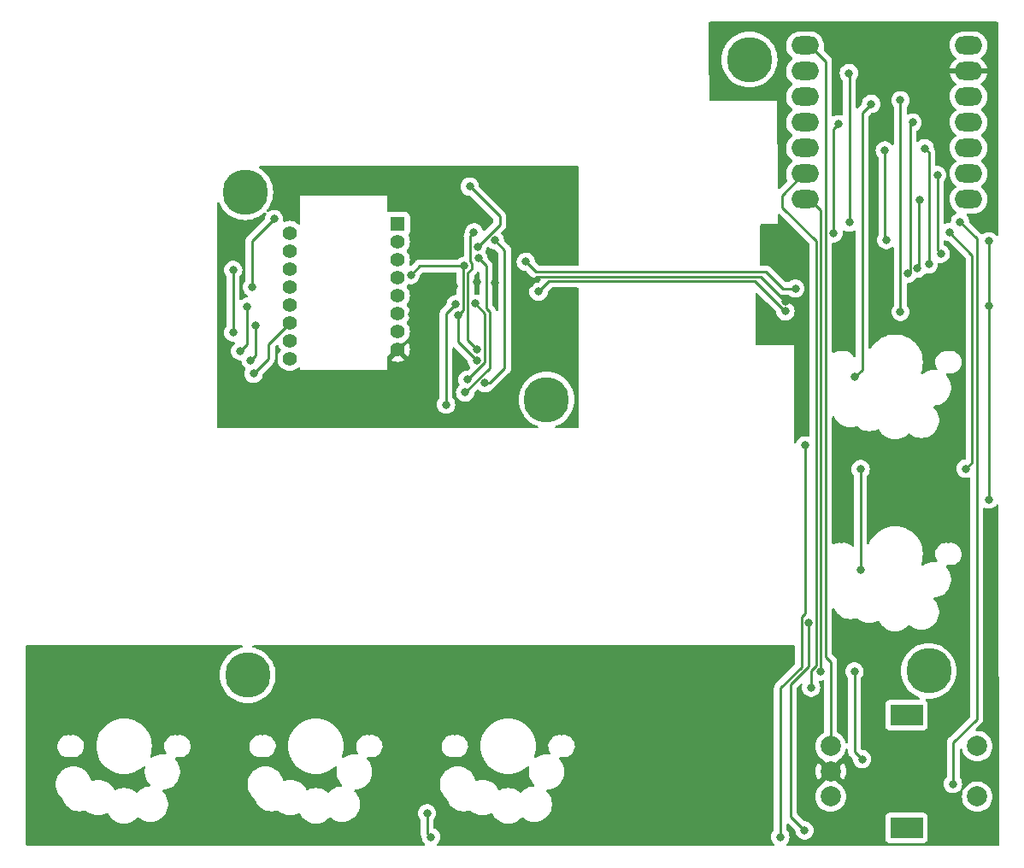
<source format=gbr>
%TF.GenerationSoftware,KiCad,Pcbnew,7.0.2*%
%TF.CreationDate,2024-06-25T21:28:31+02:00*%
%TF.ProjectId,Katkoot,4b61746b-6f6f-4742-9e6b-696361645f70,rev?*%
%TF.SameCoordinates,Original*%
%TF.FileFunction,Copper,L1,Top*%
%TF.FilePolarity,Positive*%
%FSLAX46Y46*%
G04 Gerber Fmt 4.6, Leading zero omitted, Abs format (unit mm)*
G04 Created by KiCad (PCBNEW 7.0.2) date 2024-06-25 21:28:31*
%MOMM*%
%LPD*%
G01*
G04 APERTURE LIST*
%TA.AperFunction,ComponentPad*%
%ADD10C,4.500000*%
%TD*%
%TA.AperFunction,ComponentPad*%
%ADD11C,2.000000*%
%TD*%
%TA.AperFunction,ComponentPad*%
%ADD12R,3.200000X2.000000*%
%TD*%
%TA.AperFunction,ComponentPad*%
%ADD13O,2.750000X1.800000*%
%TD*%
%TA.AperFunction,ComponentPad*%
%ADD14C,1.400000*%
%TD*%
%TA.AperFunction,ComponentPad*%
%ADD15R,1.400000X1.400000*%
%TD*%
%TA.AperFunction,ViaPad*%
%ADD16C,0.800000*%
%TD*%
%TA.AperFunction,Conductor*%
%ADD17C,0.250000*%
%TD*%
G04 APERTURE END LIST*
D10*
%TO.P,,1*%
%TO.N,N/C*%
X129300000Y-52300000D03*
%TD*%
D11*
%TO.P,SW1,S2,S2*%
%TO.N,Net-(D8-K)*%
X201800000Y-107200000D03*
%TO.P,SW1,S1,S1*%
%TO.N,row_1*%
X201800000Y-112200000D03*
D12*
%TO.P,SW1,MP*%
%TO.N,N/C*%
X194800000Y-115300000D03*
X194800000Y-104100000D03*
D11*
%TO.P,SW1,C,C*%
%TO.N,GND*%
X187300000Y-109700000D03*
%TO.P,SW1,B,B*%
%TO.N,ENC_R*%
X187300000Y-112200000D03*
%TO.P,SW1,A,A*%
%TO.N,ENC_L*%
X187300000Y-107200000D03*
%TD*%
D10*
%TO.P,,1*%
%TO.N,N/C*%
X159150000Y-72850000D03*
%TD*%
%TO.P,,1*%
%TO.N,N/C*%
X129550000Y-100150000D03*
%TD*%
%TO.P,,1*%
%TO.N,N/C*%
X179250000Y-39150000D03*
%TD*%
D13*
%TO.P,U3,14,5V*%
%TO.N,unconnected-(U3-5V-Pad14)*%
X200945000Y-37780000D03*
%TO.P,U3,13,GND*%
%TO.N,GND*%
X200945000Y-40320000D03*
%TO.P,U3,12,3V3*%
%TO.N,VCC*%
X200945000Y-42860000D03*
%TO.P,U3,11,A6_MOSI/1.15*%
%TO.N,MOSI*%
X200945000Y-45400000D03*
%TO.P,U3,10,A5_MISO/1.14*%
%TO.N,MISO*%
X200945000Y-47940000D03*
%TO.P,U3,9,A7_SCK/1.13*%
%TO.N,SCLK*%
X200945000Y-50480000D03*
%TO.P,U3,8,B9_RX/1.12*%
%TO.N,NCS*%
X200945000Y-53020000D03*
%TO.P,U3,7,B8_TX/1.11*%
%TO.N,col2*%
X184755000Y-53020000D03*
%TO.P,U3,6,A9_SCL/0.05_H*%
%TO.N,col1*%
X184755000Y-50480000D03*
%TO.P,U3,5,A8_SDA/0.04_H*%
%TO.N,col0*%
X184755000Y-47940000D03*
%TO.P,U3,4,A11/0.29*%
%TO.N,row_1*%
X184755000Y-45400000D03*
%TO.P,U3,3,A10/0.28*%
%TO.N,row_0*%
X184755000Y-42860000D03*
%TO.P,U3,2,A4/0.03_H*%
%TO.N,ENC_R*%
X184755000Y-40320000D03*
%TO.P,U3,1,A2/0.02_H*%
%TO.N,ENC_L*%
X184755000Y-37780000D03*
%TD*%
D10*
%TO.P,,1*%
%TO.N,N/C*%
X197000000Y-99750000D03*
%TD*%
D14*
%TO.P,U2,16,NC*%
%TO.N,unconnected-(U2-NC-Pad16)*%
X133700000Y-56340000D03*
%TO.P,U2,15,LED_P*%
%TO.N,Net-(U2-LED_P)*%
X133700000Y-58120000D03*
%TO.P,U2,14,NC*%
%TO.N,unconnected-(U2-NC-Pad14)*%
X133700000Y-59900000D03*
%TO.P,U2,13,~{NCS}*%
%TO.N,NCS*%
X133700000Y-61680000D03*
%TO.P,U2,12,MISO*%
%TO.N,MISO*%
X133700000Y-63460000D03*
%TO.P,U2,11,MOSI*%
%TO.N,MOSI*%
X133700000Y-65240000D03*
%TO.P,U2,10,SCLK*%
%TO.N,SCLK*%
X133700000Y-67020000D03*
%TO.P,U2,9,MOTION*%
%TO.N,unconnected-(U2-MOTION-Pad9)*%
X133700000Y-68800000D03*
%TO.P,U2,8,GND*%
%TO.N,GND*%
X144400000Y-67910000D03*
%TO.P,U2,7,~{NRESET}*%
%TO.N,Net-(U2-~{NRESET})*%
X144400000Y-66130000D03*
%TO.P,U2,6,NC*%
%TO.N,unconnected-(U2-NC-Pad6)*%
X144400000Y-64350000D03*
%TO.P,U2,5,VDDIO*%
%TO.N,VCC*%
X144400000Y-62570000D03*
%TO.P,U2,4,VDD*%
%TO.N,VDD*%
X144400000Y-60790000D03*
%TO.P,U2,3,VDDPIX*%
%TO.N,Net-(U2-VDDPIX)*%
X144400000Y-59010000D03*
%TO.P,U2,2,NC*%
%TO.N,unconnected-(U2-NC-Pad2)*%
X144400000Y-57230000D03*
D15*
%TO.P,U2,1,NC*%
%TO.N,unconnected-(U2-NC-Pad1)*%
X144400000Y-55450000D03*
%TD*%
D16*
%TO.N,GND*%
X110450000Y-115600000D03*
X144750000Y-114000000D03*
X125600000Y-114450000D03*
%TO.N,VCC*%
X182800000Y-64100000D03*
X194200000Y-64150000D03*
X194200000Y-43200000D03*
X149200000Y-73350000D03*
X150150000Y-63400000D03*
X152050000Y-63350000D03*
X158350000Y-62150000D03*
X151324599Y-70874599D03*
X129837701Y-68962299D03*
X130300000Y-65500000D03*
%TO.N,GND*%
X185200000Y-104750000D03*
X157500000Y-61350000D03*
X182800000Y-63100000D03*
X146300000Y-56450000D03*
X137950000Y-102600000D03*
X188900000Y-66800000D03*
X196150000Y-83650000D03*
X152350000Y-54100000D03*
X156300000Y-103600000D03*
X161150000Y-55550000D03*
X149950000Y-61600000D03*
X156050000Y-71100000D03*
X154000000Y-61250000D03*
X128450000Y-73150000D03*
X192900000Y-98900000D03*
X157300000Y-98600000D03*
X133200000Y-50850000D03*
X138750000Y-51100000D03*
X189150000Y-63150000D03*
X152250000Y-61200000D03*
X145800000Y-64450000D03*
X112700000Y-102950000D03*
X149550000Y-56900000D03*
X188550000Y-77400000D03*
%TO.N,VDD*%
X128100000Y-60000000D03*
X145700000Y-60500000D03*
X128100000Y-66200000D03*
X150400000Y-64500000D03*
X152212299Y-68962299D03*
X151000000Y-59600000D03*
%TO.N,col0*%
X192800000Y-57050000D03*
X202950000Y-57150000D03*
X202950000Y-82750000D03*
X192650000Y-48150000D03*
X202950000Y-63600000D03*
%TO.N,col1*%
X185350000Y-101400000D03*
%TO.N,MOSI*%
X130125401Y-70274599D03*
X152400000Y-58850000D03*
X195400000Y-45400000D03*
X151086898Y-72136898D03*
X194925000Y-60375000D03*
X183800000Y-61850000D03*
X157100000Y-59200000D03*
%TO.N,NCS*%
X196100000Y-53050000D03*
X132150000Y-54950000D03*
X195874500Y-59874500D03*
X129950000Y-61700000D03*
X151550000Y-51750000D03*
X152300000Y-57750000D03*
%TO.N,MISO*%
X154012299Y-57062299D03*
X128800000Y-68050000D03*
X153024197Y-71224197D03*
X196600000Y-47950000D03*
X197000000Y-59450000D03*
X129500000Y-63650000D03*
%TO.N,SCLK*%
X152250000Y-67850000D03*
X198200000Y-58400000D03*
X197850000Y-50600000D03*
X151950000Y-56300000D03*
%TO.N,col2*%
X190400000Y-108500000D03*
X189650000Y-99800000D03*
X186300000Y-99800000D03*
%TO.N,ENC_R*%
X199400000Y-110950000D03*
X189100000Y-40500000D03*
X200100000Y-55250000D03*
X189150000Y-55300000D03*
%TO.N,row_1*%
X185125500Y-95000000D03*
X187600000Y-56350000D03*
X184700000Y-115550000D03*
X200650000Y-79700000D03*
X188100000Y-45550000D03*
X190250000Y-89700000D03*
X190250000Y-79750000D03*
X199050000Y-56250000D03*
%TO.N,row_0*%
X182300000Y-116200000D03*
X147700000Y-116200000D03*
X189700000Y-70600000D03*
X191300000Y-43550000D03*
X147300000Y-113850000D03*
X184750000Y-77400000D03*
%TD*%
D17*
%TO.N,VCC*%
X130300000Y-68500000D02*
X130300000Y-65500000D01*
X129837701Y-68962299D02*
X130300000Y-68500000D01*
X159400000Y-61100000D02*
X179800000Y-61100000D01*
X158350000Y-62150000D02*
X159400000Y-61100000D01*
X152050000Y-63350000D02*
X153050000Y-64350000D01*
X150150000Y-63400000D02*
X149200000Y-64350000D01*
X179800000Y-61125305D02*
X182774695Y-64100000D01*
X194200000Y-64150000D02*
X194200000Y-43200000D01*
X153050000Y-64350000D02*
X153050000Y-69149198D01*
X153050000Y-69149198D02*
X151324599Y-70874599D01*
X149200000Y-64350000D02*
X149200000Y-73350000D01*
X182774695Y-64100000D02*
X182800000Y-64100000D01*
X179800000Y-61100000D02*
X179800000Y-61125305D01*
%TO.N,GND*%
X182800000Y-63100000D02*
X180600000Y-60900000D01*
X180350000Y-60650000D02*
X176000000Y-60650000D01*
X176000000Y-60650000D02*
X158200000Y-60650000D01*
X180600000Y-60900000D02*
X180350000Y-60650000D01*
X158200000Y-60650000D02*
X157500000Y-61350000D01*
%TO.N,VDD*%
X128100000Y-66200000D02*
X128100000Y-60000000D01*
X150400000Y-64500000D02*
X150875000Y-64025000D01*
X146600000Y-59600000D02*
X150900000Y-59600000D01*
X152212299Y-68962299D02*
X150400000Y-67150000D01*
X145700000Y-60500000D02*
X146600000Y-59600000D01*
X150875000Y-64025000D02*
X150875000Y-59725000D01*
X150400000Y-67150000D02*
X150400000Y-64500000D01*
X150875000Y-59725000D02*
X151000000Y-59600000D01*
%TO.N,col0*%
X192650000Y-56900000D02*
X192800000Y-57050000D01*
X202950000Y-63600000D02*
X202950000Y-82700000D01*
X202950000Y-57150000D02*
X202950000Y-63600000D01*
X192650000Y-48150000D02*
X192650000Y-56900000D01*
X202950000Y-82700000D02*
X202900000Y-82750000D01*
%TO.N,col1*%
X185850000Y-99224695D02*
X185850000Y-57150000D01*
X182500000Y-52600000D02*
X184620000Y-50480000D01*
X185350000Y-99724695D02*
X185850000Y-99224695D01*
X182500000Y-53800000D02*
X182500000Y-52600000D01*
X184620000Y-50480000D02*
X185230000Y-50480000D01*
X185850000Y-57150000D02*
X182500000Y-53800000D01*
X185350000Y-101400000D02*
X185350000Y-99724695D01*
%TO.N,MOSI*%
X153500000Y-64163604D02*
X153500000Y-69723796D01*
X180900000Y-60200000D02*
X158100000Y-60200000D01*
X194925000Y-60375000D02*
X195150000Y-60150000D01*
X158100000Y-60200000D02*
X157100000Y-59200000D01*
X153150000Y-63813604D02*
X153500000Y-64163604D01*
X182550000Y-61850000D02*
X180900000Y-60200000D01*
X131600000Y-67340000D02*
X133700000Y-65240000D01*
X153500000Y-69723796D02*
X151086898Y-72136898D01*
X195150000Y-45650000D02*
X195400000Y-45400000D01*
X130125401Y-70274599D02*
X131600000Y-68800000D01*
X153150000Y-59600000D02*
X153150000Y-63813604D01*
X183800000Y-61850000D02*
X182550000Y-61850000D01*
X131600000Y-68800000D02*
X131600000Y-67340000D01*
X195150000Y-60150000D02*
X195150000Y-45650000D01*
X152400000Y-58850000D02*
X153150000Y-59600000D01*
%TO.N,NCS*%
X196000000Y-59749000D02*
X196000000Y-53150000D01*
X154500000Y-54700000D02*
X151550000Y-51750000D01*
X152300000Y-57750000D02*
X154500000Y-55550000D01*
X154500000Y-55550000D02*
X154500000Y-54700000D01*
X132150000Y-54950000D02*
X129950000Y-57150000D01*
X196000000Y-53150000D02*
X196100000Y-53050000D01*
X195874500Y-59874500D02*
X196000000Y-59749000D01*
X129950000Y-57150000D02*
X129950000Y-61700000D01*
%TO.N,MISO*%
X197000000Y-59450000D02*
X197000000Y-48350000D01*
X155000000Y-58050000D02*
X155000000Y-69725305D01*
X153501108Y-71224197D02*
X153024197Y-71224197D01*
X129450000Y-63700000D02*
X129500000Y-63650000D01*
X155000000Y-69725305D02*
X153501108Y-71224197D01*
X197000000Y-48350000D02*
X196600000Y-47950000D01*
X154012299Y-57062299D02*
X155000000Y-58050000D01*
X128800000Y-68050000D02*
X129450000Y-67400000D01*
X129450000Y-67400000D02*
X129450000Y-63700000D01*
%TO.N,SCLK*%
X198200000Y-58400000D02*
X197850000Y-58050000D01*
X151725000Y-59299695D02*
X151725000Y-59900305D01*
X151325000Y-66925000D02*
X152250000Y-67850000D01*
X151725000Y-59900305D02*
X151325000Y-60300305D01*
X151325000Y-60300305D02*
X151325000Y-66925000D01*
X151950000Y-56300000D02*
X151575000Y-56675000D01*
X197850000Y-58050000D02*
X197850000Y-50600000D01*
X151575000Y-59149695D02*
X151725000Y-59299695D01*
X151575000Y-56675000D02*
X151575000Y-59149695D01*
%TO.N,col2*%
X186300000Y-54090000D02*
X185230000Y-53020000D01*
X189650000Y-107750000D02*
X189650000Y-99800000D01*
X186300000Y-99800000D02*
X186300000Y-54090000D01*
X190400000Y-108500000D02*
X189650000Y-107750000D01*
%TO.N,ENC_L*%
X186795000Y-98345000D02*
X186795000Y-39345000D01*
X187300000Y-107200000D02*
X187300000Y-98850000D01*
X186795000Y-39345000D02*
X185230000Y-37780000D01*
X187300000Y-98850000D02*
X186795000Y-98345000D01*
%TO.N,ENC_R*%
X201750000Y-104500000D02*
X201750000Y-56900000D01*
X199400000Y-110950000D02*
X199450000Y-110900000D01*
X199450000Y-110900000D02*
X199450000Y-106800000D01*
X189150000Y-40550000D02*
X189100000Y-40500000D01*
X189150000Y-55300000D02*
X189150000Y-40550000D01*
X199450000Y-106800000D02*
X201750000Y-104500000D01*
X201750000Y-56900000D02*
X200100000Y-55250000D01*
%TO.N,row_1*%
X200650000Y-79700000D02*
X201300000Y-79050000D01*
X185125500Y-99274500D02*
X183325000Y-101075000D01*
X185125500Y-95000000D02*
X185125500Y-99274500D01*
X187600000Y-56350000D02*
X187600000Y-46050000D01*
X187600000Y-46050000D02*
X188100000Y-45550000D01*
X201300000Y-58550000D02*
X199050000Y-56300000D01*
X199000000Y-56250000D02*
X199050000Y-56300000D01*
X183325000Y-114175000D02*
X184700000Y-115550000D01*
X201300000Y-79050000D02*
X201300000Y-58550000D01*
X190250000Y-79750000D02*
X190250000Y-89700000D01*
X199050000Y-56250000D02*
X199000000Y-56250000D01*
X183325000Y-101075000D02*
X183325000Y-114175000D01*
X199050000Y-56300000D02*
X199050000Y-56250000D01*
%TO.N,row_0*%
X182300000Y-101450000D02*
X182300000Y-116200000D01*
X190425000Y-69875000D02*
X189700000Y-70600000D01*
X184750000Y-94050000D02*
X184400000Y-94400000D01*
X147300000Y-113850000D02*
X147300000Y-115800000D01*
X147300000Y-115800000D02*
X147700000Y-116200000D01*
X184400000Y-94400000D02*
X184400000Y-95100000D01*
X190425000Y-44425000D02*
X190425000Y-69875000D01*
X184400500Y-95100500D02*
X184400500Y-99349500D01*
X184400000Y-95100000D02*
X184400500Y-95100500D01*
X191300000Y-43550000D02*
X190425000Y-44425000D01*
X184750000Y-77400000D02*
X184750000Y-94050000D01*
X184400500Y-99349500D02*
X182300000Y-101450000D01*
%TD*%
%TA.AperFunction,Conductor*%
%TO.N,GND*%
G36*
X203816738Y-35420502D02*
G01*
X203863231Y-35474158D01*
X203874616Y-35526381D01*
X203889759Y-52022252D01*
X203893881Y-56512197D01*
X203873941Y-56580336D01*
X203820328Y-56626879D01*
X203750064Y-56637047D01*
X203685456Y-56607613D01*
X203674245Y-56596624D01*
X203561252Y-56471133D01*
X203457825Y-56395989D01*
X203406752Y-56358882D01*
X203232288Y-56281206D01*
X203045487Y-56241500D01*
X202854513Y-56241500D01*
X202735759Y-56266742D01*
X202667711Y-56281206D01*
X202612724Y-56305688D01*
X202513290Y-56349959D01*
X202493246Y-56358883D01*
X202357487Y-56457518D01*
X202290619Y-56481377D01*
X202221467Y-56465296D01*
X202203115Y-56452670D01*
X202181394Y-56434701D01*
X202172626Y-56426721D01*
X201047121Y-55301216D01*
X201013095Y-55238904D01*
X201010908Y-55225309D01*
X200993542Y-55060072D01*
X200949749Y-54925291D01*
X200934527Y-54878443D01*
X200839039Y-54713054D01*
X200772190Y-54638810D01*
X200741472Y-54574803D01*
X200750237Y-54504349D01*
X200795700Y-54449818D01*
X200863427Y-54428523D01*
X200865826Y-54428500D01*
X201477161Y-54428500D01*
X201479827Y-54428500D01*
X201658898Y-54413259D01*
X201890924Y-54352844D01*
X202109402Y-54254086D01*
X202308047Y-54119825D01*
X202481144Y-53953925D01*
X202623715Y-53761157D01*
X202731657Y-53547067D01*
X202801864Y-53317815D01*
X202832318Y-53079995D01*
X202822143Y-52840449D01*
X202771630Y-52606068D01*
X202682233Y-52383596D01*
X202556524Y-52179431D01*
X202556523Y-52179430D01*
X202556522Y-52179428D01*
X202398121Y-51999450D01*
X202206733Y-51844913D01*
X202166298Y-51786556D01*
X202163833Y-51715602D01*
X202200120Y-51654579D01*
X202215325Y-51642494D01*
X202308047Y-51579825D01*
X202481144Y-51413925D01*
X202623715Y-51221157D01*
X202731657Y-51007067D01*
X202801864Y-50777815D01*
X202832318Y-50539995D01*
X202822143Y-50300449D01*
X202771630Y-50066068D01*
X202682233Y-49843596D01*
X202556524Y-49639431D01*
X202556523Y-49639430D01*
X202556522Y-49639428D01*
X202398121Y-49459450D01*
X202206733Y-49304913D01*
X202166298Y-49246556D01*
X202163833Y-49175602D01*
X202200120Y-49114579D01*
X202215325Y-49102494D01*
X202308047Y-49039825D01*
X202481144Y-48873925D01*
X202623715Y-48681157D01*
X202731657Y-48467067D01*
X202801864Y-48237815D01*
X202832318Y-47999995D01*
X202822143Y-47760449D01*
X202771630Y-47526068D01*
X202682233Y-47303596D01*
X202556524Y-47099431D01*
X202556523Y-47099430D01*
X202556522Y-47099428D01*
X202398121Y-46919450D01*
X202206733Y-46764913D01*
X202166298Y-46706556D01*
X202163833Y-46635602D01*
X202200120Y-46574579D01*
X202215325Y-46562494D01*
X202308047Y-46499825D01*
X202481144Y-46333925D01*
X202623715Y-46141157D01*
X202731657Y-45927067D01*
X202801864Y-45697815D01*
X202832318Y-45459995D01*
X202822143Y-45220449D01*
X202771630Y-44986068D01*
X202682233Y-44763596D01*
X202556524Y-44559431D01*
X202556523Y-44559430D01*
X202556522Y-44559428D01*
X202398121Y-44379450D01*
X202206733Y-44224913D01*
X202166298Y-44166556D01*
X202163833Y-44095602D01*
X202200120Y-44034579D01*
X202215325Y-44022494D01*
X202308047Y-43959825D01*
X202481144Y-43793925D01*
X202623715Y-43601157D01*
X202731657Y-43387067D01*
X202801864Y-43157815D01*
X202832318Y-42919995D01*
X202822143Y-42680449D01*
X202771630Y-42446068D01*
X202682233Y-42223596D01*
X202556524Y-42019431D01*
X202556523Y-42019430D01*
X202556522Y-42019428D01*
X202398121Y-41839450D01*
X202206326Y-41684585D01*
X202165891Y-41626228D01*
X202163426Y-41555274D01*
X202199713Y-41494251D01*
X202214926Y-41482160D01*
X202307732Y-41419434D01*
X202480767Y-41253594D01*
X202623287Y-41060894D01*
X202731193Y-40846876D01*
X202801375Y-40617707D01*
X202806972Y-40574000D01*
X200901116Y-40574000D01*
X200929493Y-40529844D01*
X200970000Y-40391889D01*
X200970000Y-40248111D01*
X200929493Y-40110156D01*
X200901116Y-40066000D01*
X202805587Y-40066000D01*
X202771152Y-39906217D01*
X202681784Y-39683821D01*
X202556119Y-39479728D01*
X202397771Y-39299808D01*
X202206300Y-39145206D01*
X202165866Y-39086849D01*
X202163400Y-39015896D01*
X202199686Y-38954872D01*
X202214899Y-38942782D01*
X202308047Y-38879825D01*
X202481144Y-38713925D01*
X202623715Y-38521157D01*
X202731657Y-38307067D01*
X202801864Y-38077815D01*
X202832318Y-37839995D01*
X202822143Y-37600449D01*
X202771630Y-37366068D01*
X202682233Y-37143596D01*
X202556524Y-36939431D01*
X202556523Y-36939430D01*
X202556522Y-36939428D01*
X202398121Y-36759450D01*
X202211576Y-36608825D01*
X202002258Y-36491893D01*
X201776198Y-36412021D01*
X201776195Y-36412020D01*
X201776194Y-36412020D01*
X201539881Y-36371500D01*
X200410173Y-36371500D01*
X200407520Y-36371725D01*
X200407515Y-36371726D01*
X200231101Y-36386740D01*
X199999077Y-36447155D01*
X199780597Y-36545914D01*
X199581954Y-36680174D01*
X199408853Y-36846077D01*
X199266287Y-37038838D01*
X199158341Y-37252936D01*
X199088135Y-37482186D01*
X199057681Y-37720005D01*
X199067856Y-37959548D01*
X199118369Y-38193931D01*
X199207767Y-38416404D01*
X199333477Y-38620571D01*
X199491878Y-38800549D01*
X199683673Y-38955414D01*
X199724108Y-39013771D01*
X199726573Y-39084725D01*
X199690286Y-39145748D01*
X199675074Y-39157838D01*
X199582269Y-39220563D01*
X199409232Y-39386405D01*
X199266712Y-39579105D01*
X199158806Y-39793123D01*
X199088624Y-40022292D01*
X199083028Y-40066000D01*
X200038884Y-40066000D01*
X200010507Y-40110156D01*
X199970000Y-40248111D01*
X199970000Y-40391889D01*
X200010507Y-40529844D01*
X200038884Y-40574000D01*
X199084413Y-40574000D01*
X199118847Y-40733782D01*
X199208215Y-40956178D01*
X199333880Y-41160271D01*
X199492225Y-41340188D01*
X199683699Y-41494792D01*
X199724133Y-41553150D01*
X199726599Y-41624103D01*
X199690313Y-41685126D01*
X199675101Y-41697217D01*
X199581952Y-41760175D01*
X199408853Y-41926077D01*
X199266287Y-42118838D01*
X199158341Y-42332936D01*
X199088135Y-42562186D01*
X199057681Y-42800005D01*
X199067856Y-43039548D01*
X199118369Y-43273931D01*
X199207767Y-43496404D01*
X199333477Y-43700571D01*
X199491878Y-43880549D01*
X199683266Y-44035086D01*
X199723701Y-44093443D01*
X199726166Y-44164397D01*
X199689879Y-44225420D01*
X199674668Y-44237510D01*
X199581952Y-44300176D01*
X199408853Y-44466077D01*
X199266287Y-44658838D01*
X199158341Y-44872936D01*
X199088135Y-45102186D01*
X199057681Y-45340005D01*
X199067856Y-45579548D01*
X199118369Y-45813931D01*
X199207767Y-46036404D01*
X199333477Y-46240571D01*
X199491878Y-46420549D01*
X199683266Y-46575086D01*
X199723701Y-46633443D01*
X199726166Y-46704397D01*
X199689879Y-46765420D01*
X199674668Y-46777510D01*
X199581952Y-46840176D01*
X199408853Y-47006077D01*
X199266287Y-47198838D01*
X199158341Y-47412936D01*
X199088135Y-47642186D01*
X199057681Y-47880005D01*
X199067856Y-48119548D01*
X199118369Y-48353931D01*
X199207767Y-48576404D01*
X199333477Y-48780571D01*
X199491878Y-48960549D01*
X199683266Y-49115086D01*
X199723701Y-49173443D01*
X199726166Y-49244397D01*
X199689879Y-49305420D01*
X199674668Y-49317510D01*
X199581952Y-49380176D01*
X199408853Y-49546077D01*
X199266287Y-49738838D01*
X199158341Y-49952936D01*
X199088135Y-50182186D01*
X199057681Y-50420005D01*
X199067856Y-50659548D01*
X199118369Y-50893931D01*
X199207767Y-51116404D01*
X199333477Y-51320571D01*
X199491878Y-51500549D01*
X199683266Y-51655086D01*
X199723701Y-51713443D01*
X199726166Y-51784397D01*
X199689879Y-51845420D01*
X199674668Y-51857510D01*
X199581952Y-51920176D01*
X199408853Y-52086077D01*
X199266287Y-52278838D01*
X199158341Y-52492936D01*
X199088135Y-52722186D01*
X199057681Y-52960005D01*
X199067856Y-53199548D01*
X199118369Y-53433931D01*
X199207767Y-53656404D01*
X199333477Y-53860571D01*
X199491878Y-54040549D01*
X199678421Y-54191173D01*
X199678422Y-54191173D01*
X199678424Y-54191175D01*
X199709783Y-54208693D01*
X199759498Y-54259376D01*
X199773921Y-54328892D01*
X199748470Y-54395170D01*
X199699584Y-54433799D01*
X199643248Y-54458881D01*
X199488747Y-54571133D01*
X199360958Y-54713057D01*
X199265472Y-54878443D01*
X199206458Y-55060070D01*
X199188738Y-55228671D01*
X199161725Y-55294328D01*
X199103503Y-55334957D01*
X199063428Y-55341500D01*
X198954513Y-55341500D01*
X198829978Y-55367970D01*
X198767711Y-55381206D01*
X198707181Y-55408156D01*
X198660748Y-55428829D01*
X198590382Y-55438263D01*
X198526085Y-55408156D01*
X198488271Y-55348067D01*
X198483500Y-55313722D01*
X198483500Y-51302524D01*
X198503502Y-51234403D01*
X198515858Y-51218220D01*
X198589040Y-51136944D01*
X198684527Y-50971556D01*
X198743542Y-50789928D01*
X198763504Y-50600000D01*
X198743542Y-50410072D01*
X198684527Y-50228444D01*
X198684527Y-50228443D01*
X198589041Y-50063057D01*
X198461252Y-49921133D01*
X198355682Y-49844432D01*
X198306752Y-49808882D01*
X198132288Y-49731206D01*
X197945487Y-49691500D01*
X197759500Y-49691500D01*
X197691379Y-49671498D01*
X197644886Y-49617842D01*
X197633500Y-49565500D01*
X197633500Y-48433848D01*
X197635794Y-48413070D01*
X197635700Y-48410093D01*
X197635701Y-48410091D01*
X197633562Y-48342031D01*
X197633500Y-48338073D01*
X197633500Y-48314100D01*
X197633500Y-48310144D01*
X197632993Y-48306134D01*
X197632061Y-48294295D01*
X197630673Y-48250110D01*
X197625020Y-48230656D01*
X197621012Y-48211299D01*
X197618474Y-48191203D01*
X197602197Y-48150092D01*
X197598358Y-48138882D01*
X197586018Y-48096406D01*
X197575700Y-48078961D01*
X197567008Y-48061216D01*
X197559552Y-48042383D01*
X197559551Y-48042380D01*
X197536912Y-48011221D01*
X197513538Y-47950330D01*
X197513503Y-47950003D01*
X197513504Y-47950000D01*
X197493542Y-47760072D01*
X197445773Y-47613056D01*
X197434527Y-47578443D01*
X197339041Y-47413057D01*
X197240481Y-47303595D01*
X197211253Y-47271134D01*
X197170465Y-47241500D01*
X197111746Y-47198838D01*
X197056752Y-47158882D01*
X196882288Y-47081206D01*
X196695487Y-47041500D01*
X196504513Y-47041500D01*
X196379979Y-47067970D01*
X196317711Y-47081206D01*
X196143246Y-47158883D01*
X195983561Y-47274901D01*
X195916693Y-47298760D01*
X195847541Y-47282679D01*
X195798061Y-47231765D01*
X195783500Y-47172965D01*
X195783500Y-46305557D01*
X195803502Y-46237436D01*
X195846785Y-46199931D01*
X195846038Y-46198903D01*
X195932203Y-46136299D01*
X196011253Y-46078866D01*
X196139040Y-45936944D01*
X196234527Y-45771556D01*
X196293542Y-45589928D01*
X196313504Y-45400000D01*
X196293542Y-45210072D01*
X196234527Y-45028444D01*
X196234527Y-45028443D01*
X196139041Y-44863057D01*
X196061851Y-44777329D01*
X196011253Y-44721134D01*
X195856752Y-44608882D01*
X195682288Y-44531206D01*
X195495487Y-44491500D01*
X195304513Y-44491500D01*
X195117712Y-44531206D01*
X195117710Y-44531206D01*
X195117709Y-44531207D01*
X195010747Y-44578829D01*
X194940380Y-44588263D01*
X194876083Y-44558156D01*
X194838270Y-44498067D01*
X194833499Y-44463722D01*
X194833499Y-44296389D01*
X194833499Y-43902520D01*
X194853501Y-43834403D01*
X194865853Y-43818226D01*
X194939040Y-43736944D01*
X195034527Y-43571556D01*
X195093542Y-43389928D01*
X195113504Y-43200000D01*
X195093542Y-43010072D01*
X195034527Y-42828444D01*
X195034527Y-42828443D01*
X194939041Y-42663057D01*
X194811252Y-42521133D01*
X194656753Y-42408883D01*
X194656752Y-42408882D01*
X194482288Y-42331206D01*
X194295487Y-42291500D01*
X194104513Y-42291500D01*
X193979979Y-42317970D01*
X193917711Y-42331206D01*
X193743246Y-42408883D01*
X193588747Y-42521133D01*
X193460958Y-42663057D01*
X193365472Y-42828443D01*
X193306458Y-43010070D01*
X193286496Y-43199999D01*
X193286496Y-43200000D01*
X193291699Y-43249500D01*
X193306458Y-43389929D01*
X193365472Y-43571556D01*
X193460958Y-43736942D01*
X193534135Y-43818213D01*
X193564852Y-43882221D01*
X193566499Y-43902524D01*
X193566499Y-47481903D01*
X193546497Y-47550024D01*
X193492841Y-47596517D01*
X193422567Y-47606621D01*
X193357987Y-47577127D01*
X193346863Y-47566213D01*
X193261254Y-47471135D01*
X193261252Y-47471133D01*
X193106752Y-47358882D01*
X192932288Y-47281206D01*
X192745487Y-47241500D01*
X192554513Y-47241500D01*
X192429978Y-47267970D01*
X192367711Y-47281206D01*
X192193246Y-47358883D01*
X192038747Y-47471133D01*
X191910958Y-47613057D01*
X191815472Y-47778443D01*
X191756458Y-47960070D01*
X191736496Y-48149999D01*
X191756458Y-48339929D01*
X191815472Y-48521556D01*
X191910958Y-48686942D01*
X191910960Y-48686944D01*
X191984136Y-48768214D01*
X192014853Y-48832220D01*
X192016500Y-48852524D01*
X192016500Y-56556300D01*
X191999619Y-56619299D01*
X191965473Y-56678441D01*
X191906458Y-56860070D01*
X191886496Y-57050000D01*
X191906458Y-57239929D01*
X191965472Y-57421556D01*
X192060958Y-57586942D01*
X192099077Y-57629277D01*
X192188747Y-57728866D01*
X192343248Y-57841118D01*
X192517712Y-57918794D01*
X192704513Y-57958500D01*
X192704515Y-57958500D01*
X192895485Y-57958500D01*
X192895487Y-57958500D01*
X193082288Y-57918794D01*
X193256752Y-57841118D01*
X193366438Y-57761425D01*
X193433306Y-57737568D01*
X193502457Y-57753648D01*
X193551937Y-57804562D01*
X193566499Y-57863362D01*
X193566499Y-63447473D01*
X193546497Y-63515594D01*
X193534136Y-63531782D01*
X193460960Y-63613053D01*
X193365472Y-63778443D01*
X193306458Y-63960070D01*
X193286496Y-64150000D01*
X193306458Y-64339929D01*
X193365472Y-64521556D01*
X193460958Y-64686942D01*
X193460960Y-64686944D01*
X193588747Y-64828866D01*
X193743248Y-64941118D01*
X193917712Y-65018794D01*
X194104513Y-65058500D01*
X194104515Y-65058500D01*
X194295485Y-65058500D01*
X194295487Y-65058500D01*
X194482288Y-65018794D01*
X194656752Y-64941118D01*
X194811253Y-64828866D01*
X194939040Y-64686944D01*
X195034527Y-64521556D01*
X195093542Y-64339928D01*
X195113504Y-64150000D01*
X195093542Y-63960072D01*
X195044877Y-63810297D01*
X195034527Y-63778443D01*
X194939041Y-63613057D01*
X194865863Y-63531783D01*
X194835146Y-63467775D01*
X194833500Y-63447473D01*
X194833500Y-61409500D01*
X194853502Y-61341379D01*
X194907158Y-61294886D01*
X194959500Y-61283500D01*
X195020485Y-61283500D01*
X195020487Y-61283500D01*
X195207288Y-61243794D01*
X195381752Y-61166118D01*
X195536253Y-61053866D01*
X195664040Y-60911944D01*
X195702112Y-60845999D01*
X195753493Y-60797008D01*
X195811231Y-60783000D01*
X195969985Y-60783000D01*
X195969987Y-60783000D01*
X196156788Y-60743294D01*
X196331252Y-60665618D01*
X196485753Y-60553366D01*
X196613540Y-60411444D01*
X196626798Y-60388479D01*
X196678179Y-60339486D01*
X196747892Y-60326048D01*
X196762108Y-60328230D01*
X196823166Y-60341209D01*
X196904512Y-60358500D01*
X196904513Y-60358500D01*
X197095485Y-60358500D01*
X197095487Y-60358500D01*
X197282288Y-60318794D01*
X197456752Y-60241118D01*
X197611253Y-60128866D01*
X197739040Y-59986944D01*
X197834527Y-59821556D01*
X197893542Y-59639928D01*
X197913504Y-59450000D01*
X197912055Y-59436214D01*
X197924825Y-59366377D01*
X197973326Y-59314529D01*
X198042158Y-59297133D01*
X198063557Y-59299794D01*
X198104513Y-59308500D01*
X198104515Y-59308500D01*
X198295485Y-59308500D01*
X198295487Y-59308500D01*
X198482288Y-59268794D01*
X198656752Y-59191118D01*
X198811253Y-59078866D01*
X198939040Y-58936944D01*
X199034527Y-58771556D01*
X199093542Y-58589928D01*
X199113504Y-58400000D01*
X199093542Y-58210072D01*
X199034527Y-58028444D01*
X199034527Y-58028443D01*
X198939041Y-57863057D01*
X198811252Y-57721133D01*
X198684823Y-57629277D01*
X198656752Y-57608882D01*
X198656751Y-57608881D01*
X198656749Y-57608880D01*
X198558250Y-57565025D01*
X198504154Y-57519045D01*
X198483505Y-57451118D01*
X198483500Y-57450118D01*
X198483500Y-57186276D01*
X198503502Y-57118156D01*
X198557158Y-57071663D01*
X198627432Y-57061560D01*
X198660741Y-57071167D01*
X198767712Y-57118794D01*
X198954513Y-57158500D01*
X198960406Y-57158500D01*
X199028527Y-57178502D01*
X199049501Y-57195405D01*
X200629594Y-58775498D01*
X200663620Y-58837810D01*
X200666499Y-58864593D01*
X200666499Y-78665663D01*
X200646497Y-78733784D01*
X200592841Y-78780277D01*
X200566697Y-78788909D01*
X200367714Y-78831205D01*
X200193246Y-78908883D01*
X200038747Y-79021133D01*
X199910958Y-79163057D01*
X199815472Y-79328443D01*
X199756458Y-79510070D01*
X199736496Y-79699999D01*
X199756458Y-79889929D01*
X199815472Y-80071556D01*
X199910958Y-80236942D01*
X199910960Y-80236944D01*
X200038747Y-80378866D01*
X200193248Y-80491118D01*
X200367712Y-80568794D01*
X200554513Y-80608500D01*
X200554515Y-80608500D01*
X200745485Y-80608500D01*
X200745487Y-80608500D01*
X200932288Y-80568794D01*
X200939251Y-80565693D01*
X201009615Y-80556258D01*
X201073913Y-80586364D01*
X201111728Y-80646452D01*
X201116500Y-80680800D01*
X201116500Y-104185404D01*
X201096498Y-104253525D01*
X201079595Y-104274499D01*
X199061336Y-106292757D01*
X199045016Y-106305833D01*
X198996370Y-106357635D01*
X198993621Y-106360472D01*
X198976667Y-106377427D01*
X198976660Y-106377434D01*
X198973865Y-106380230D01*
X198971442Y-106383352D01*
X198971426Y-106383371D01*
X198971365Y-106383451D01*
X198963689Y-106392436D01*
X198933414Y-106424677D01*
X198923652Y-106442434D01*
X198912801Y-106458952D01*
X198900385Y-106474959D01*
X198882824Y-106515539D01*
X198877604Y-106526195D01*
X198856304Y-106564940D01*
X198851267Y-106584559D01*
X198844864Y-106603261D01*
X198836818Y-106621855D01*
X198829901Y-106665524D01*
X198827495Y-106677144D01*
X198816500Y-106719969D01*
X198816500Y-106740223D01*
X198814949Y-106759933D01*
X198811779Y-106779942D01*
X198815941Y-106823961D01*
X198816500Y-106835819D01*
X198816500Y-110191944D01*
X198796498Y-110260065D01*
X198784136Y-110276254D01*
X198660960Y-110413054D01*
X198565472Y-110578443D01*
X198506458Y-110760070D01*
X198486496Y-110950000D01*
X198506458Y-111139929D01*
X198565472Y-111321556D01*
X198660958Y-111486942D01*
X198710424Y-111541879D01*
X198788747Y-111628866D01*
X198943248Y-111741118D01*
X199117712Y-111818794D01*
X199304513Y-111858500D01*
X199304515Y-111858500D01*
X199495485Y-111858500D01*
X199495487Y-111858500D01*
X199682288Y-111818794D01*
X199856752Y-111741118D01*
X200011253Y-111628866D01*
X200139040Y-111486944D01*
X200234527Y-111321556D01*
X200293542Y-111139928D01*
X200313504Y-110950000D01*
X200293542Y-110760072D01*
X200249607Y-110624856D01*
X200234527Y-110578443D01*
X200139041Y-110413056D01*
X200115862Y-110387313D01*
X200085146Y-110323305D01*
X200083500Y-110303004D01*
X200083500Y-107576730D01*
X200103502Y-107508609D01*
X200157158Y-107462116D01*
X200227432Y-107452012D01*
X200292012Y-107481506D01*
X200330396Y-107541232D01*
X200332017Y-107547310D01*
X200352159Y-107631206D01*
X200360895Y-107667594D01*
X200451761Y-107886966D01*
X200575823Y-108089415D01*
X200730030Y-108269969D01*
X200910584Y-108424176D01*
X201113033Y-108548238D01*
X201113035Y-108548238D01*
X201113037Y-108548240D01*
X201332406Y-108639105D01*
X201507858Y-108681227D01*
X201563288Y-108694535D01*
X201580558Y-108695894D01*
X201800000Y-108713165D01*
X202036711Y-108694535D01*
X202267594Y-108639105D01*
X202486963Y-108548240D01*
X202689416Y-108424176D01*
X202869969Y-108269969D01*
X203024176Y-108089416D01*
X203148240Y-107886963D01*
X203239105Y-107667594D01*
X203294535Y-107436711D01*
X203313165Y-107200000D01*
X203294535Y-106963289D01*
X203239105Y-106732406D01*
X203148240Y-106513037D01*
X203125210Y-106475456D01*
X203024176Y-106310584D01*
X202869969Y-106130030D01*
X202689415Y-105975823D01*
X202486966Y-105851761D01*
X202267594Y-105760895D01*
X202036711Y-105705464D01*
X201799998Y-105686834D01*
X201770427Y-105689162D01*
X201700947Y-105674565D01*
X201650388Y-105624722D01*
X201634802Y-105555458D01*
X201659138Y-105488762D01*
X201671440Y-105474462D01*
X202138658Y-105007244D01*
X202154979Y-104994170D01*
X202157014Y-104992002D01*
X202157018Y-104992000D01*
X202203676Y-104942312D01*
X202206368Y-104939534D01*
X202226134Y-104919770D01*
X202228601Y-104916588D01*
X202236308Y-104907562D01*
X202266586Y-104875321D01*
X202276343Y-104857570D01*
X202287199Y-104841043D01*
X202299613Y-104825041D01*
X202317172Y-104784461D01*
X202322392Y-104773809D01*
X202343694Y-104735061D01*
X202343695Y-104735060D01*
X202348732Y-104715439D01*
X202355138Y-104696730D01*
X202363181Y-104678144D01*
X202370096Y-104634481D01*
X202372504Y-104622853D01*
X202383500Y-104580029D01*
X202383500Y-104559775D01*
X202385051Y-104540063D01*
X202388220Y-104520057D01*
X202384059Y-104476036D01*
X202383500Y-104464179D01*
X202383500Y-83686277D01*
X202403502Y-83618156D01*
X202457158Y-83571663D01*
X202527432Y-83561559D01*
X202560741Y-83571167D01*
X202667712Y-83618794D01*
X202854513Y-83658500D01*
X202854515Y-83658500D01*
X203045485Y-83658500D01*
X203045487Y-83658500D01*
X203232288Y-83618794D01*
X203406752Y-83541118D01*
X203561253Y-83428866D01*
X203689040Y-83286944D01*
X203689039Y-83286944D01*
X203697902Y-83277102D01*
X203701021Y-83279910D01*
X203734740Y-83247732D01*
X203804448Y-83234265D01*
X203870371Y-83260623D01*
X203911578Y-83318437D01*
X203918526Y-83359584D01*
X203949383Y-116973317D01*
X203929443Y-117041456D01*
X203875830Y-117087999D01*
X203823318Y-117099433D01*
X183005310Y-117088636D01*
X182937199Y-117068599D01*
X182890734Y-117014919D01*
X182880667Y-116944640D01*
X182910193Y-116880074D01*
X182911678Y-116878392D01*
X183039040Y-116736944D01*
X183134527Y-116571556D01*
X183193542Y-116389928D01*
X183213504Y-116200000D01*
X183193542Y-116010072D01*
X183139545Y-115843888D01*
X183134527Y-115828443D01*
X183039041Y-115663057D01*
X182965863Y-115581783D01*
X182935146Y-115517775D01*
X182933500Y-115497473D01*
X182933500Y-114983594D01*
X182953502Y-114915473D01*
X183007158Y-114868980D01*
X183077432Y-114858876D01*
X183142012Y-114888370D01*
X183148595Y-114894499D01*
X183752877Y-115498781D01*
X183786903Y-115561093D01*
X183789092Y-115574705D01*
X183806458Y-115739929D01*
X183865472Y-115921556D01*
X183960958Y-116086942D01*
X183960960Y-116086944D01*
X184088747Y-116228866D01*
X184243248Y-116341118D01*
X184417712Y-116418794D01*
X184604513Y-116458500D01*
X184604515Y-116458500D01*
X184795485Y-116458500D01*
X184795487Y-116458500D01*
X184982288Y-116418794D01*
X185147388Y-116345287D01*
X192691499Y-116345287D01*
X192691500Y-116348638D01*
X192691860Y-116351986D01*
X192698011Y-116409200D01*
X192749111Y-116546205D01*
X192836738Y-116663261D01*
X192953794Y-116750888D01*
X192953795Y-116750888D01*
X192953796Y-116750889D01*
X193090799Y-116801989D01*
X193151362Y-116808500D01*
X193154731Y-116808500D01*
X196445269Y-116808500D01*
X196448638Y-116808500D01*
X196509201Y-116801989D01*
X196646204Y-116750889D01*
X196763261Y-116663261D01*
X196850889Y-116546204D01*
X196901989Y-116409201D01*
X196908500Y-116348638D01*
X196908500Y-114251362D01*
X196901989Y-114190799D01*
X196850889Y-114053796D01*
X196850888Y-114053794D01*
X196763261Y-113936738D01*
X196646205Y-113849111D01*
X196571866Y-113821384D01*
X196509201Y-113798011D01*
X196448638Y-113791500D01*
X193151362Y-113791500D01*
X193148013Y-113791859D01*
X193148013Y-113791860D01*
X193090799Y-113798011D01*
X192953794Y-113849111D01*
X192836738Y-113936738D01*
X192749111Y-114053794D01*
X192698011Y-114190798D01*
X192698011Y-114190799D01*
X192691500Y-114251362D01*
X192691499Y-114254711D01*
X192691499Y-114254730D01*
X192691499Y-116345269D01*
X192691499Y-116345287D01*
X185147388Y-116345287D01*
X185156752Y-116341118D01*
X185311253Y-116228866D01*
X185439040Y-116086944D01*
X185534527Y-115921556D01*
X185593542Y-115739928D01*
X185613504Y-115550000D01*
X185593542Y-115360072D01*
X185534527Y-115178444D01*
X185534527Y-115178443D01*
X185439041Y-115013057D01*
X185311252Y-114871133D01*
X185156753Y-114758883D01*
X185156752Y-114758882D01*
X184982288Y-114681206D01*
X184795487Y-114641500D01*
X184795485Y-114641500D01*
X184739595Y-114641500D01*
X184671474Y-114621498D01*
X184650499Y-114604595D01*
X183995404Y-113949499D01*
X183961379Y-113887187D01*
X183958500Y-113860404D01*
X183958500Y-101389594D01*
X183978502Y-101321473D01*
X183995405Y-101300499D01*
X184263734Y-101032170D01*
X184326046Y-100998144D01*
X184396861Y-101003209D01*
X184453697Y-101045756D01*
X184478508Y-101112276D01*
X184472662Y-101160200D01*
X184467465Y-101176195D01*
X184456458Y-101210072D01*
X184443075Y-101337404D01*
X184436496Y-101399999D01*
X184456458Y-101589929D01*
X184515472Y-101771556D01*
X184610958Y-101936942D01*
X184610960Y-101936944D01*
X184738747Y-102078866D01*
X184893248Y-102191118D01*
X185067712Y-102268794D01*
X185254513Y-102308500D01*
X185254515Y-102308500D01*
X185445485Y-102308500D01*
X185445487Y-102308500D01*
X185632288Y-102268794D01*
X185806752Y-102191118D01*
X185961253Y-102078866D01*
X186089040Y-101936944D01*
X186184527Y-101771556D01*
X186243542Y-101589928D01*
X186263504Y-101400000D01*
X186243542Y-101210072D01*
X186190152Y-101045756D01*
X186184527Y-101028443D01*
X186108927Y-100897500D01*
X186092189Y-100828505D01*
X186115410Y-100761413D01*
X186171217Y-100717526D01*
X186218046Y-100708500D01*
X186395485Y-100708500D01*
X186395487Y-100708500D01*
X186514305Y-100683244D01*
X186585094Y-100688646D01*
X186641726Y-100731463D01*
X186666220Y-100798100D01*
X186666500Y-100806491D01*
X186666500Y-105748434D01*
X186646498Y-105816555D01*
X186606335Y-105855866D01*
X186410584Y-105975823D01*
X186230030Y-106130030D01*
X186075823Y-106310584D01*
X185951761Y-106513033D01*
X185860895Y-106732405D01*
X185805464Y-106963288D01*
X185786835Y-107200000D01*
X185805464Y-107436711D01*
X185860895Y-107667594D01*
X185951761Y-107886966D01*
X186075823Y-108089415D01*
X186230030Y-108269969D01*
X186378061Y-108396399D01*
X186416871Y-108455849D01*
X186417045Y-108457836D01*
X187172411Y-109213202D01*
X187157685Y-109215320D01*
X187026900Y-109275048D01*
X186918239Y-109369202D01*
X186840507Y-109490156D01*
X186815639Y-109574848D01*
X186066898Y-108826107D01*
X186066896Y-108826107D01*
X185952207Y-109013264D01*
X185861372Y-109232559D01*
X185805960Y-109463366D01*
X185787337Y-109700000D01*
X185805960Y-109936633D01*
X185861372Y-110167440D01*
X185952208Y-110386738D01*
X186066896Y-110573891D01*
X186066897Y-110573891D01*
X186815638Y-109825149D01*
X186840507Y-109909844D01*
X186918239Y-110030798D01*
X187026900Y-110124952D01*
X187157685Y-110184680D01*
X187172412Y-110186797D01*
X186412206Y-110947002D01*
X186409500Y-110962979D01*
X186378062Y-111003599D01*
X186230028Y-111130033D01*
X186075823Y-111310584D01*
X185951761Y-111513033D01*
X185860895Y-111732405D01*
X185805464Y-111963288D01*
X185786835Y-112199999D01*
X185805464Y-112436711D01*
X185860895Y-112667594D01*
X185951761Y-112886966D01*
X186075823Y-113089415D01*
X186230030Y-113269969D01*
X186410584Y-113424176D01*
X186613033Y-113548238D01*
X186613035Y-113548238D01*
X186613037Y-113548240D01*
X186832406Y-113639105D01*
X187007857Y-113681227D01*
X187063288Y-113694535D01*
X187081918Y-113696001D01*
X187300000Y-113713165D01*
X187536711Y-113694535D01*
X187767594Y-113639105D01*
X187986963Y-113548240D01*
X188189416Y-113424176D01*
X188369969Y-113269969D01*
X188524176Y-113089416D01*
X188648240Y-112886963D01*
X188739105Y-112667594D01*
X188794535Y-112436711D01*
X188813165Y-112200000D01*
X188813165Y-112199999D01*
X200286835Y-112199999D01*
X200305464Y-112436711D01*
X200360895Y-112667594D01*
X200451761Y-112886966D01*
X200575823Y-113089415D01*
X200730030Y-113269969D01*
X200910584Y-113424176D01*
X201113033Y-113548238D01*
X201113035Y-113548238D01*
X201113037Y-113548240D01*
X201332406Y-113639105D01*
X201507858Y-113681227D01*
X201563288Y-113694535D01*
X201581917Y-113696001D01*
X201800000Y-113713165D01*
X202036711Y-113694535D01*
X202267594Y-113639105D01*
X202486963Y-113548240D01*
X202689416Y-113424176D01*
X202869969Y-113269969D01*
X203024176Y-113089416D01*
X203148240Y-112886963D01*
X203239105Y-112667594D01*
X203294535Y-112436711D01*
X203313165Y-112200000D01*
X203294535Y-111963289D01*
X203239105Y-111732406D01*
X203148240Y-111513037D01*
X203140014Y-111499614D01*
X203024176Y-111310584D01*
X202869969Y-111130030D01*
X202689415Y-110975823D01*
X202486966Y-110851761D01*
X202267594Y-110760895D01*
X202036711Y-110705464D01*
X201800000Y-110686835D01*
X201563288Y-110705464D01*
X201332405Y-110760895D01*
X201113033Y-110851761D01*
X200910584Y-110975823D01*
X200730030Y-111130030D01*
X200575823Y-111310584D01*
X200451761Y-111513033D01*
X200360895Y-111732405D01*
X200305464Y-111963288D01*
X200286835Y-112199999D01*
X188813165Y-112199999D01*
X188794535Y-111963289D01*
X188739105Y-111732406D01*
X188648240Y-111513037D01*
X188640014Y-111499614D01*
X188524176Y-111310584D01*
X188369969Y-111130030D01*
X188221937Y-111003599D01*
X188183127Y-110944149D01*
X188182952Y-110942161D01*
X187427588Y-110186797D01*
X187442315Y-110184680D01*
X187573100Y-110124952D01*
X187681761Y-110030798D01*
X187759493Y-109909844D01*
X187784360Y-109825150D01*
X188533102Y-110573892D01*
X188533102Y-110573891D01*
X188647791Y-110386738D01*
X188738627Y-110167440D01*
X188794039Y-109936633D01*
X188812662Y-109700000D01*
X188794039Y-109463366D01*
X188738627Y-109232559D01*
X188647791Y-109013261D01*
X188533102Y-108826107D01*
X188533100Y-108826107D01*
X187784360Y-109574846D01*
X187759493Y-109490156D01*
X187681761Y-109369202D01*
X187573100Y-109275048D01*
X187442315Y-109215320D01*
X187427587Y-109213202D01*
X188187789Y-108452999D01*
X188190495Y-108437025D01*
X188221937Y-108396400D01*
X188221939Y-108396399D01*
X188369969Y-108269969D01*
X188524176Y-108089416D01*
X188648240Y-107886963D01*
X188739105Y-107667594D01*
X188767981Y-107547315D01*
X188803333Y-107485747D01*
X188866360Y-107453064D01*
X188937051Y-107459645D01*
X188992962Y-107503399D01*
X189016343Y-107570435D01*
X189016500Y-107576730D01*
X189016500Y-107666147D01*
X189014204Y-107686935D01*
X189016438Y-107757984D01*
X189016500Y-107761942D01*
X189016500Y-107789856D01*
X189016995Y-107793774D01*
X189016997Y-107793806D01*
X189017008Y-107793888D01*
X189017937Y-107805697D01*
X189019326Y-107849892D01*
X189024977Y-107869341D01*
X189028986Y-107888696D01*
X189031525Y-107908794D01*
X189047801Y-107949903D01*
X189051644Y-107961130D01*
X189063980Y-108003590D01*
X189074294Y-108021030D01*
X189082987Y-108038774D01*
X189090448Y-108057617D01*
X189090449Y-108057619D01*
X189116431Y-108093380D01*
X189122948Y-108103301D01*
X189145458Y-108141363D01*
X189159778Y-108155683D01*
X189172618Y-108170716D01*
X189184526Y-108187105D01*
X189218598Y-108215292D01*
X189227378Y-108223282D01*
X189452877Y-108448781D01*
X189486903Y-108511093D01*
X189489092Y-108524705D01*
X189506458Y-108689929D01*
X189565472Y-108871556D01*
X189660958Y-109036942D01*
X189768736Y-109156641D01*
X189788747Y-109178866D01*
X189943248Y-109291118D01*
X190117712Y-109368794D01*
X190304513Y-109408500D01*
X190304515Y-109408500D01*
X190495485Y-109408500D01*
X190495487Y-109408500D01*
X190682288Y-109368794D01*
X190856752Y-109291118D01*
X191011253Y-109178866D01*
X191139040Y-109036944D01*
X191234527Y-108871556D01*
X191293542Y-108689928D01*
X191313504Y-108500000D01*
X191293542Y-108310072D01*
X191252141Y-108182653D01*
X191234527Y-108128443D01*
X191139041Y-107963057D01*
X191011252Y-107821133D01*
X190856753Y-107708883D01*
X190856752Y-107708882D01*
X190682288Y-107631206D01*
X190495487Y-107591500D01*
X190495485Y-107591500D01*
X190439596Y-107591500D01*
X190371475Y-107571498D01*
X190350499Y-107554594D01*
X190320403Y-107524497D01*
X190286379Y-107462184D01*
X190283500Y-107435403D01*
X190283500Y-105145287D01*
X192691499Y-105145287D01*
X192691500Y-105148638D01*
X192691860Y-105151986D01*
X192698011Y-105209200D01*
X192749111Y-105346205D01*
X192836738Y-105463261D01*
X192953794Y-105550888D01*
X192953795Y-105550888D01*
X192953796Y-105550889D01*
X193090799Y-105601989D01*
X193151362Y-105608500D01*
X193154731Y-105608500D01*
X196445269Y-105608500D01*
X196448638Y-105608500D01*
X196509201Y-105601989D01*
X196646204Y-105550889D01*
X196763261Y-105463261D01*
X196850889Y-105346204D01*
X196901989Y-105209201D01*
X196908500Y-105148638D01*
X196908500Y-103051362D01*
X196901989Y-102990799D01*
X196850889Y-102853796D01*
X196850888Y-102853794D01*
X196763261Y-102736738D01*
X196754758Y-102730373D01*
X196712211Y-102673538D01*
X196707146Y-102602722D01*
X196741171Y-102540410D01*
X196803484Y-102506385D01*
X196837872Y-102503735D01*
X197000000Y-102513542D01*
X197333108Y-102493393D01*
X197661359Y-102433238D01*
X197979965Y-102333957D01*
X198284282Y-102196995D01*
X198569871Y-102024350D01*
X198832567Y-101818541D01*
X199068541Y-101582567D01*
X199274350Y-101319871D01*
X199446995Y-101034282D01*
X199583957Y-100729965D01*
X199683238Y-100411359D01*
X199743393Y-100083108D01*
X199763542Y-99750000D01*
X199743393Y-99416892D01*
X199683238Y-99088641D01*
X199583957Y-98770035D01*
X199446995Y-98465718D01*
X199274350Y-98180129D01*
X199272006Y-98177137D01*
X199070893Y-97920435D01*
X199070892Y-97920434D01*
X199068541Y-97917433D01*
X198832567Y-97681459D01*
X198685249Y-97566043D01*
X198572862Y-97477993D01*
X198572858Y-97477990D01*
X198569871Y-97475650D01*
X198284282Y-97303005D01*
X198280813Y-97301444D01*
X198280806Y-97301440D01*
X197983441Y-97167607D01*
X197983435Y-97167604D01*
X197979965Y-97166043D01*
X197976337Y-97164912D01*
X197976328Y-97164909D01*
X197664992Y-97067894D01*
X197664990Y-97067893D01*
X197661359Y-97066762D01*
X197657624Y-97066077D01*
X197657614Y-97066075D01*
X197336850Y-97007292D01*
X197336837Y-97007290D01*
X197333108Y-97006607D01*
X197329314Y-97006377D01*
X197329310Y-97006377D01*
X197003802Y-96986688D01*
X197000000Y-96986458D01*
X196996198Y-96986688D01*
X196670689Y-97006377D01*
X196670683Y-97006377D01*
X196666892Y-97006607D01*
X196663164Y-97007290D01*
X196663149Y-97007292D01*
X196342385Y-97066075D01*
X196342371Y-97066078D01*
X196338641Y-97066762D01*
X196335013Y-97067892D01*
X196335007Y-97067894D01*
X196023671Y-97164909D01*
X196023656Y-97164914D01*
X196020035Y-97166043D01*
X196016570Y-97167602D01*
X196016558Y-97167607D01*
X195719193Y-97301440D01*
X195719179Y-97301447D01*
X195715718Y-97303005D01*
X195712461Y-97304973D01*
X195712457Y-97304976D01*
X195433382Y-97473683D01*
X195433376Y-97473686D01*
X195430129Y-97475650D01*
X195427148Y-97477985D01*
X195427137Y-97477993D01*
X195170435Y-97679106D01*
X195170424Y-97679115D01*
X195167433Y-97681459D01*
X195164738Y-97684153D01*
X195164730Y-97684161D01*
X194934161Y-97914730D01*
X194934153Y-97914738D01*
X194931459Y-97917433D01*
X194929115Y-97920424D01*
X194929106Y-97920435D01*
X194727993Y-98177137D01*
X194727985Y-98177148D01*
X194725650Y-98180129D01*
X194723686Y-98183376D01*
X194723683Y-98183382D01*
X194557285Y-98458638D01*
X194553005Y-98465718D01*
X194551447Y-98469179D01*
X194551440Y-98469193D01*
X194417607Y-98766558D01*
X194417602Y-98766570D01*
X194416043Y-98770035D01*
X194414914Y-98773656D01*
X194414909Y-98773671D01*
X194341615Y-99008883D01*
X194316762Y-99088641D01*
X194316078Y-99092371D01*
X194316075Y-99092385D01*
X194257292Y-99413149D01*
X194257290Y-99413164D01*
X194256607Y-99416892D01*
X194256377Y-99420683D01*
X194256377Y-99420689D01*
X194244922Y-99610070D01*
X194236458Y-99750000D01*
X194256607Y-100083108D01*
X194257290Y-100086837D01*
X194257292Y-100086850D01*
X194316075Y-100407614D01*
X194316077Y-100407624D01*
X194316762Y-100411359D01*
X194317893Y-100414990D01*
X194317894Y-100414992D01*
X194414909Y-100726328D01*
X194414912Y-100726337D01*
X194416043Y-100729965D01*
X194417604Y-100733435D01*
X194417607Y-100733441D01*
X194551440Y-101030806D01*
X194551444Y-101030813D01*
X194553005Y-101034282D01*
X194725650Y-101319871D01*
X194727990Y-101322858D01*
X194727993Y-101322862D01*
X194846371Y-101473961D01*
X194931459Y-101582567D01*
X195167433Y-101818541D01*
X195430129Y-102024350D01*
X195715718Y-102196995D01*
X196020035Y-102333957D01*
X196023671Y-102335090D01*
X196056131Y-102345205D01*
X196115217Y-102384568D01*
X196143642Y-102449626D01*
X196132382Y-102519724D01*
X196085011Y-102572606D01*
X196018646Y-102591500D01*
X193151362Y-102591500D01*
X193148013Y-102591859D01*
X193148013Y-102591860D01*
X193090799Y-102598011D01*
X192953794Y-102649111D01*
X192836738Y-102736738D01*
X192749111Y-102853794D01*
X192698011Y-102990798D01*
X192698011Y-102990799D01*
X192691500Y-103051362D01*
X192691499Y-103054711D01*
X192691499Y-103054730D01*
X192691499Y-105145269D01*
X192691499Y-105145287D01*
X190283500Y-105145287D01*
X190283500Y-100502524D01*
X190303502Y-100434403D01*
X190315858Y-100418220D01*
X190389040Y-100336944D01*
X190484527Y-100171556D01*
X190543542Y-99989928D01*
X190563504Y-99800000D01*
X190543542Y-99610072D01*
X190484527Y-99428444D01*
X190484527Y-99428443D01*
X190389041Y-99263057D01*
X190261252Y-99121133D01*
X190106753Y-99008883D01*
X190106752Y-99008882D01*
X189932288Y-98931206D01*
X189745487Y-98891500D01*
X189554513Y-98891500D01*
X189467050Y-98910091D01*
X189367711Y-98931206D01*
X189193246Y-99008883D01*
X189038747Y-99121133D01*
X188910958Y-99263057D01*
X188815472Y-99428443D01*
X188756458Y-99610070D01*
X188736496Y-99799999D01*
X188736496Y-99800000D01*
X188746477Y-99894964D01*
X188756458Y-99989929D01*
X188815472Y-100171556D01*
X188910958Y-100336942D01*
X188910960Y-100336944D01*
X188984137Y-100418215D01*
X189014853Y-100482220D01*
X189016500Y-100502524D01*
X189016500Y-106823269D01*
X188996498Y-106891390D01*
X188942842Y-106937883D01*
X188872568Y-106947987D01*
X188807988Y-106918493D01*
X188769604Y-106858767D01*
X188767981Y-106852683D01*
X188755723Y-106801627D01*
X188739105Y-106732406D01*
X188648240Y-106513037D01*
X188625210Y-106475456D01*
X188524176Y-106310584D01*
X188369969Y-106130030D01*
X188189415Y-105975823D01*
X187993665Y-105855866D01*
X187946033Y-105803219D01*
X187933500Y-105748434D01*
X187933500Y-98933852D01*
X187935795Y-98913061D01*
X187935117Y-98891500D01*
X187933562Y-98842000D01*
X187933500Y-98838042D01*
X187933500Y-98814108D01*
X187933500Y-98810144D01*
X187932995Y-98806152D01*
X187932062Y-98794306D01*
X187930674Y-98750111D01*
X187925020Y-98730652D01*
X187921013Y-98711306D01*
X187918474Y-98691203D01*
X187902194Y-98650086D01*
X187898353Y-98638866D01*
X187886017Y-98596405D01*
X187875706Y-98578970D01*
X187867008Y-98561215D01*
X187859552Y-98542383D01*
X187833565Y-98506616D01*
X187827047Y-98496693D01*
X187810784Y-98469193D01*
X187804542Y-98458638D01*
X187790212Y-98444308D01*
X187777378Y-98429281D01*
X187765472Y-98412893D01*
X187765471Y-98412892D01*
X187731400Y-98384705D01*
X187722621Y-98376717D01*
X187465404Y-98119499D01*
X187431379Y-98057187D01*
X187428500Y-98030404D01*
X187428500Y-93612617D01*
X187448502Y-93544496D01*
X187502158Y-93498003D01*
X187572432Y-93487899D01*
X187637012Y-93517393D01*
X187668022Y-93557948D01*
X187749772Y-93727704D01*
X187897563Y-93944474D01*
X187897565Y-93944476D01*
X187897567Y-93944479D01*
X188076019Y-94136805D01*
X188281143Y-94300386D01*
X188508357Y-94431568D01*
X188752584Y-94527420D01*
X189008370Y-94585802D01*
X189204506Y-94600500D01*
X189206859Y-94600500D01*
X189333141Y-94600500D01*
X189335494Y-94600500D01*
X189531630Y-94585802D01*
X189787416Y-94527420D01*
X189828208Y-94511409D01*
X189898927Y-94505142D01*
X189952801Y-94530188D01*
X190141143Y-94680386D01*
X190368357Y-94811568D01*
X190612584Y-94907420D01*
X190868370Y-94965802D01*
X191064506Y-94980500D01*
X191066859Y-94980500D01*
X191193141Y-94980500D01*
X191195494Y-94980500D01*
X191391630Y-94965802D01*
X191647416Y-94907420D01*
X191891643Y-94811568D01*
X191932253Y-94788121D01*
X192001247Y-94771384D01*
X192068339Y-94794604D01*
X192108774Y-94842571D01*
X192149773Y-94927706D01*
X192297563Y-95144474D01*
X192297565Y-95144476D01*
X192297567Y-95144479D01*
X192476019Y-95336805D01*
X192681143Y-95500386D01*
X192908357Y-95631568D01*
X193152584Y-95727420D01*
X193408370Y-95785802D01*
X193604506Y-95800500D01*
X193606859Y-95800500D01*
X193733141Y-95800500D01*
X193735494Y-95800500D01*
X193931630Y-95785802D01*
X194187416Y-95727420D01*
X194431643Y-95631568D01*
X194658857Y-95500386D01*
X194863981Y-95336805D01*
X194954626Y-95239111D01*
X195015620Y-95202781D01*
X195086575Y-95205194D01*
X195125545Y-95226301D01*
X195281143Y-95350386D01*
X195508357Y-95481568D01*
X195752584Y-95577420D01*
X196008370Y-95635802D01*
X196204506Y-95650500D01*
X196206859Y-95650500D01*
X196333141Y-95650500D01*
X196335494Y-95650500D01*
X196531630Y-95635802D01*
X196787416Y-95577420D01*
X197031643Y-95481568D01*
X197258857Y-95350386D01*
X197463981Y-95186805D01*
X197642433Y-94994479D01*
X197790228Y-94777704D01*
X197904063Y-94541323D01*
X197981396Y-94290615D01*
X198020500Y-94031182D01*
X198020500Y-93768818D01*
X197981396Y-93509385D01*
X197904063Y-93258677D01*
X197790228Y-93022296D01*
X197642433Y-92805521D01*
X197497419Y-92649233D01*
X197465750Y-92585695D01*
X197473459Y-92515118D01*
X197518101Y-92459913D01*
X197580368Y-92437886D01*
X197741630Y-92425802D01*
X197997416Y-92367420D01*
X198241643Y-92271568D01*
X198468857Y-92140386D01*
X198673981Y-91976805D01*
X198852433Y-91784479D01*
X199000228Y-91567704D01*
X199114063Y-91331323D01*
X199191396Y-91080615D01*
X199230500Y-90821182D01*
X199230500Y-90558818D01*
X199191396Y-90299385D01*
X199133505Y-90111705D01*
X199114063Y-90048676D01*
X199037614Y-89889929D01*
X199000228Y-89812296D01*
X198912624Y-89683805D01*
X198852436Y-89595525D01*
X198852434Y-89595523D01*
X198852433Y-89595521D01*
X198728468Y-89461918D01*
X198696798Y-89398379D01*
X198704507Y-89327802D01*
X198749150Y-89272597D01*
X198808853Y-89250790D01*
X198959389Y-89236416D01*
X198959392Y-89236414D01*
X198959873Y-89236369D01*
X198995691Y-89238074D01*
X199064829Y-89251400D01*
X199064830Y-89251400D01*
X199219467Y-89251400D01*
X199222468Y-89251400D01*
X199379389Y-89236416D01*
X199581211Y-89177156D01*
X199768170Y-89080771D01*
X199933510Y-88950747D01*
X200071255Y-88791781D01*
X200176426Y-88609619D01*
X200245222Y-88410846D01*
X200275157Y-88202645D01*
X200265148Y-87992541D01*
X200215558Y-87788129D01*
X200128179Y-87596795D01*
X200128179Y-87596794D01*
X200006169Y-87425456D01*
X199959354Y-87380818D01*
X199853937Y-87280303D01*
X199758902Y-87219228D01*
X199676984Y-87166582D01*
X199481712Y-87088406D01*
X199275171Y-87048600D01*
X199117532Y-87048600D01*
X199114557Y-87048884D01*
X199114558Y-87048884D01*
X198960125Y-87063630D01*
X198924305Y-87061923D01*
X198855173Y-87048600D01*
X198855171Y-87048600D01*
X198697532Y-87048600D01*
X198694557Y-87048884D01*
X198694558Y-87048884D01*
X198540607Y-87063584D01*
X198338789Y-87122843D01*
X198151830Y-87219228D01*
X197986489Y-87349254D01*
X197848744Y-87508219D01*
X197743574Y-87690380D01*
X197674777Y-87889156D01*
X197644842Y-88097353D01*
X197654851Y-88307458D01*
X197704441Y-88511869D01*
X197791820Y-88703205D01*
X197827644Y-88753512D01*
X197850864Y-88820604D01*
X197834126Y-88889599D01*
X197782744Y-88938592D01*
X197715592Y-88952246D01*
X197652328Y-88947505D01*
X197547836Y-88939675D01*
X197547822Y-88939674D01*
X197545494Y-88939500D01*
X197414506Y-88939500D01*
X197412178Y-88939674D01*
X197412163Y-88939675D01*
X197218369Y-88954198D01*
X196962582Y-89012580D01*
X196718356Y-89108432D01*
X196491146Y-89239611D01*
X196437733Y-89282207D01*
X196372002Y-89309040D01*
X196302199Y-89296078D01*
X196250485Y-89247434D01*
X196233279Y-89178554D01*
X196244049Y-89132948D01*
X196243551Y-89134152D01*
X196244119Y-89132653D01*
X196244279Y-89131973D01*
X196246463Y-89127123D01*
X196345456Y-88809441D01*
X196405436Y-88482142D01*
X196425527Y-88150000D01*
X196405436Y-87817858D01*
X196345456Y-87490559D01*
X196246463Y-87172877D01*
X196109898Y-86869443D01*
X195937754Y-86584682D01*
X195732542Y-86322748D01*
X195497252Y-86087458D01*
X195235318Y-85882246D01*
X194950557Y-85710102D01*
X194947088Y-85708541D01*
X194947081Y-85708537D01*
X194650598Y-85575101D01*
X194647123Y-85573537D01*
X194643495Y-85572406D01*
X194643486Y-85572403D01*
X194333074Y-85475676D01*
X194333072Y-85475675D01*
X194329441Y-85474544D01*
X194325707Y-85473859D01*
X194325696Y-85473857D01*
X194005884Y-85415249D01*
X194005871Y-85415247D01*
X194002142Y-85414564D01*
X193998348Y-85414334D01*
X193998344Y-85414334D01*
X193754992Y-85399614D01*
X193754989Y-85399613D01*
X193753106Y-85399500D01*
X193586894Y-85399500D01*
X193585011Y-85399613D01*
X193585007Y-85399614D01*
X193341655Y-85414334D01*
X193341649Y-85414334D01*
X193337858Y-85414564D01*
X193334130Y-85415247D01*
X193334115Y-85415249D01*
X193014303Y-85473857D01*
X193014289Y-85473860D01*
X193010559Y-85474544D01*
X193006931Y-85475674D01*
X193006925Y-85475676D01*
X192696513Y-85572403D01*
X192696498Y-85572408D01*
X192692877Y-85573537D01*
X192689407Y-85575098D01*
X192689401Y-85575101D01*
X192392918Y-85708537D01*
X192392904Y-85708544D01*
X192389443Y-85710102D01*
X192386186Y-85712070D01*
X192386182Y-85712073D01*
X192107935Y-85880279D01*
X192107929Y-85880282D01*
X192104682Y-85882246D01*
X192101701Y-85884581D01*
X192101690Y-85884589D01*
X191845750Y-86085105D01*
X191845739Y-86085114D01*
X191842748Y-86087458D01*
X191840053Y-86090152D01*
X191840045Y-86090160D01*
X191610160Y-86320045D01*
X191610152Y-86320053D01*
X191607458Y-86322748D01*
X191605114Y-86325739D01*
X191605105Y-86325750D01*
X191404589Y-86581690D01*
X191404581Y-86581701D01*
X191402246Y-86584682D01*
X191230102Y-86869443D01*
X191228544Y-86872904D01*
X191228537Y-86872918D01*
X191124399Y-87104304D01*
X191078202Y-87158214D01*
X191010192Y-87178590D01*
X190941962Y-87158962D01*
X190895175Y-87105563D01*
X190883500Y-87052592D01*
X190883500Y-80452524D01*
X190903502Y-80384403D01*
X190915858Y-80368220D01*
X190989040Y-80286944D01*
X191084527Y-80121556D01*
X191143542Y-79939928D01*
X191163504Y-79750000D01*
X191143542Y-79560072D01*
X191084527Y-79378444D01*
X191084527Y-79378443D01*
X190989041Y-79213057D01*
X190861252Y-79071133D01*
X190706753Y-78958883D01*
X190706752Y-78958882D01*
X190532288Y-78881206D01*
X190345487Y-78841500D01*
X190154513Y-78841500D01*
X190029978Y-78867970D01*
X189967711Y-78881206D01*
X189793246Y-78958883D01*
X189638747Y-79071133D01*
X189510958Y-79213057D01*
X189415472Y-79378443D01*
X189356458Y-79560070D01*
X189336496Y-79750000D01*
X189356458Y-79939929D01*
X189415472Y-80121556D01*
X189510958Y-80286942D01*
X189584135Y-80368213D01*
X189614852Y-80432221D01*
X189616499Y-80452524D01*
X189616499Y-87312697D01*
X189596497Y-87380818D01*
X189542841Y-87427311D01*
X189472567Y-87437415D01*
X189407987Y-87407921D01*
X189403549Y-87403888D01*
X189379354Y-87380818D01*
X189273937Y-87280303D01*
X189178902Y-87219228D01*
X189096984Y-87166582D01*
X188901712Y-87088406D01*
X188695171Y-87048600D01*
X188537532Y-87048600D01*
X188534557Y-87048884D01*
X188534558Y-87048884D01*
X188380125Y-87063630D01*
X188344305Y-87061923D01*
X188275173Y-87048600D01*
X188275171Y-87048600D01*
X188117532Y-87048600D01*
X188114557Y-87048884D01*
X188114558Y-87048884D01*
X187960607Y-87063584D01*
X187758789Y-87122843D01*
X187612237Y-87198397D01*
X187542523Y-87211833D01*
X187476612Y-87185447D01*
X187435430Y-87127615D01*
X187428500Y-87086404D01*
X187428500Y-74612617D01*
X187448502Y-74544496D01*
X187502158Y-74498003D01*
X187572432Y-74487899D01*
X187637012Y-74517393D01*
X187668022Y-74557948D01*
X187749772Y-74727704D01*
X187897563Y-74944474D01*
X187897565Y-74944476D01*
X187897567Y-74944479D01*
X188076019Y-75136805D01*
X188281143Y-75300386D01*
X188508357Y-75431568D01*
X188752584Y-75527420D01*
X189008370Y-75585802D01*
X189204506Y-75600500D01*
X189206859Y-75600500D01*
X189333141Y-75600500D01*
X189335494Y-75600500D01*
X189531630Y-75585802D01*
X189787416Y-75527420D01*
X189828208Y-75511409D01*
X189898927Y-75505142D01*
X189952801Y-75530188D01*
X190141143Y-75680386D01*
X190368357Y-75811568D01*
X190612584Y-75907420D01*
X190868370Y-75965802D01*
X191064506Y-75980500D01*
X191066859Y-75980500D01*
X191193141Y-75980500D01*
X191195494Y-75980500D01*
X191391630Y-75965802D01*
X191647416Y-75907420D01*
X191891643Y-75811568D01*
X191932253Y-75788121D01*
X192001247Y-75771384D01*
X192068339Y-75794604D01*
X192108774Y-75842571D01*
X192149773Y-75927706D01*
X192297563Y-76144474D01*
X192297565Y-76144476D01*
X192297567Y-76144479D01*
X192476019Y-76336805D01*
X192681143Y-76500386D01*
X192908357Y-76631568D01*
X193152584Y-76727420D01*
X193408370Y-76785802D01*
X193604506Y-76800500D01*
X193606859Y-76800500D01*
X193733141Y-76800500D01*
X193735494Y-76800500D01*
X193931630Y-76785802D01*
X194187416Y-76727420D01*
X194431643Y-76631568D01*
X194658857Y-76500386D01*
X194863981Y-76336805D01*
X194954626Y-76239111D01*
X195015620Y-76202781D01*
X195086575Y-76205194D01*
X195125545Y-76226301D01*
X195281143Y-76350386D01*
X195508357Y-76481568D01*
X195752584Y-76577420D01*
X196008370Y-76635802D01*
X196204506Y-76650500D01*
X196206859Y-76650500D01*
X196333141Y-76650500D01*
X196335494Y-76650500D01*
X196531630Y-76635802D01*
X196787416Y-76577420D01*
X197031643Y-76481568D01*
X197258857Y-76350386D01*
X197463981Y-76186805D01*
X197642433Y-75994479D01*
X197790228Y-75777704D01*
X197904063Y-75541323D01*
X197981396Y-75290615D01*
X198020500Y-75031182D01*
X198020500Y-74768818D01*
X197981396Y-74509385D01*
X197904063Y-74258677D01*
X197884856Y-74218794D01*
X197847449Y-74141116D01*
X197790228Y-74022296D01*
X197642433Y-73805521D01*
X197497419Y-73649233D01*
X197465750Y-73585695D01*
X197473459Y-73515118D01*
X197518101Y-73459913D01*
X197580368Y-73437886D01*
X197741630Y-73425802D01*
X197997416Y-73367420D01*
X198241643Y-73271568D01*
X198468857Y-73140386D01*
X198673981Y-72976805D01*
X198852433Y-72784479D01*
X199000228Y-72567704D01*
X199114063Y-72331323D01*
X199191396Y-72080615D01*
X199230500Y-71821182D01*
X199230500Y-71558818D01*
X199191396Y-71299385D01*
X199133505Y-71111705D01*
X199114063Y-71048676D01*
X199059242Y-70934841D01*
X199000228Y-70812296D01*
X198886955Y-70646155D01*
X198852436Y-70595525D01*
X198852434Y-70595523D01*
X198852433Y-70595521D01*
X198728468Y-70461918D01*
X198696798Y-70398379D01*
X198704507Y-70327802D01*
X198749150Y-70272597D01*
X198808853Y-70250790D01*
X198959389Y-70236416D01*
X198959392Y-70236414D01*
X198959873Y-70236369D01*
X198995691Y-70238074D01*
X199064829Y-70251400D01*
X199064830Y-70251400D01*
X199219467Y-70251400D01*
X199222468Y-70251400D01*
X199379389Y-70236416D01*
X199581211Y-70177156D01*
X199768170Y-70080771D01*
X199933510Y-69950747D01*
X200071255Y-69791781D01*
X200176426Y-69609619D01*
X200245222Y-69410846D01*
X200273143Y-69216656D01*
X200275157Y-69202646D01*
X200265148Y-68992541D01*
X200228413Y-68841118D01*
X200215558Y-68788129D01*
X200159324Y-68664993D01*
X200128179Y-68596794D01*
X200006169Y-68425456D01*
X199963834Y-68385090D01*
X199853937Y-68280303D01*
X199791112Y-68239928D01*
X199676984Y-68166582D01*
X199481712Y-68088406D01*
X199275171Y-68048600D01*
X199117532Y-68048600D01*
X199114557Y-68048884D01*
X199114558Y-68048884D01*
X198960125Y-68063630D01*
X198924305Y-68061923D01*
X198855173Y-68048600D01*
X198855171Y-68048600D01*
X198697532Y-68048600D01*
X198694557Y-68048884D01*
X198694558Y-68048884D01*
X198540607Y-68063584D01*
X198338789Y-68122843D01*
X198151830Y-68219228D01*
X197986489Y-68349254D01*
X197848744Y-68508219D01*
X197743574Y-68690380D01*
X197674777Y-68889156D01*
X197644842Y-69097353D01*
X197654851Y-69307458D01*
X197704441Y-69511869D01*
X197791820Y-69703205D01*
X197827644Y-69753512D01*
X197850864Y-69820604D01*
X197834126Y-69889599D01*
X197782744Y-69938592D01*
X197715592Y-69952246D01*
X197652328Y-69947505D01*
X197547836Y-69939675D01*
X197547822Y-69939674D01*
X197545494Y-69939500D01*
X197414506Y-69939500D01*
X197412178Y-69939674D01*
X197412163Y-69939675D01*
X197218369Y-69954198D01*
X196962582Y-70012580D01*
X196718356Y-70108432D01*
X196491146Y-70239611D01*
X196437733Y-70282207D01*
X196372002Y-70309040D01*
X196302199Y-70296078D01*
X196250485Y-70247434D01*
X196233279Y-70178554D01*
X196244049Y-70132948D01*
X196243551Y-70134152D01*
X196244119Y-70132653D01*
X196244279Y-70131973D01*
X196246463Y-70127123D01*
X196345456Y-69809441D01*
X196405436Y-69482142D01*
X196425527Y-69150000D01*
X196405436Y-68817858D01*
X196345456Y-68490559D01*
X196246463Y-68172877D01*
X196109898Y-67869443D01*
X195937754Y-67584682D01*
X195891007Y-67525014D01*
X195734894Y-67325750D01*
X195734893Y-67325749D01*
X195732542Y-67322748D01*
X195497252Y-67087458D01*
X195473429Y-67068794D01*
X195238309Y-66884589D01*
X195238305Y-66884586D01*
X195235318Y-66882246D01*
X194950557Y-66710102D01*
X194947088Y-66708541D01*
X194947081Y-66708537D01*
X194650598Y-66575101D01*
X194647123Y-66573537D01*
X194643495Y-66572406D01*
X194643486Y-66572403D01*
X194333074Y-66475676D01*
X194333072Y-66475675D01*
X194329441Y-66474544D01*
X194325707Y-66473859D01*
X194325696Y-66473857D01*
X194005884Y-66415249D01*
X194005871Y-66415247D01*
X194002142Y-66414564D01*
X193998348Y-66414334D01*
X193998344Y-66414334D01*
X193754992Y-66399614D01*
X193754989Y-66399613D01*
X193753106Y-66399500D01*
X193586894Y-66399500D01*
X193585011Y-66399613D01*
X193585007Y-66399614D01*
X193341655Y-66414334D01*
X193341649Y-66414334D01*
X193337858Y-66414564D01*
X193334130Y-66415247D01*
X193334115Y-66415249D01*
X193014303Y-66473857D01*
X193014289Y-66473860D01*
X193010559Y-66474544D01*
X193006931Y-66475674D01*
X193006925Y-66475676D01*
X192696513Y-66572403D01*
X192696498Y-66572408D01*
X192692877Y-66573537D01*
X192689407Y-66575098D01*
X192689401Y-66575101D01*
X192392918Y-66708537D01*
X192392904Y-66708544D01*
X192389443Y-66710102D01*
X192386186Y-66712070D01*
X192386182Y-66712073D01*
X192107935Y-66880279D01*
X192107929Y-66880282D01*
X192104682Y-66882246D01*
X192101701Y-66884581D01*
X192101690Y-66884589D01*
X191845750Y-67085105D01*
X191845739Y-67085114D01*
X191842748Y-67087458D01*
X191840053Y-67090152D01*
X191840045Y-67090160D01*
X191610160Y-67320045D01*
X191610152Y-67320053D01*
X191607458Y-67322748D01*
X191605114Y-67325739D01*
X191605105Y-67325750D01*
X191404589Y-67581690D01*
X191404581Y-67581701D01*
X191402246Y-67584682D01*
X191400282Y-67587929D01*
X191400279Y-67587935D01*
X191292328Y-67766508D01*
X191239969Y-67814456D01*
X191169999Y-67826486D01*
X191104633Y-67798777D01*
X191064624Y-67740127D01*
X191058500Y-67701323D01*
X191058500Y-44739594D01*
X191078502Y-44671473D01*
X191095405Y-44650499D01*
X191250499Y-44495405D01*
X191312811Y-44461379D01*
X191339594Y-44458500D01*
X191395485Y-44458500D01*
X191395487Y-44458500D01*
X191582288Y-44418794D01*
X191756752Y-44341118D01*
X191911253Y-44228866D01*
X192039040Y-44086944D01*
X192134527Y-43921556D01*
X192193542Y-43739928D01*
X192213504Y-43550000D01*
X192193542Y-43360072D01*
X192157711Y-43249796D01*
X192134527Y-43178443D01*
X192039041Y-43013057D01*
X191911252Y-42871133D01*
X191756753Y-42758883D01*
X191756752Y-42758882D01*
X191582288Y-42681206D01*
X191395487Y-42641500D01*
X191204513Y-42641500D01*
X191103101Y-42663056D01*
X191017711Y-42681206D01*
X190843246Y-42758883D01*
X190688747Y-42871133D01*
X190560958Y-43013057D01*
X190465472Y-43178443D01*
X190406458Y-43360070D01*
X190389093Y-43525290D01*
X190362079Y-43590947D01*
X190352879Y-43601214D01*
X190036338Y-43917756D01*
X190020016Y-43930833D01*
X190001350Y-43950711D01*
X189940137Y-43986677D01*
X189869197Y-43983838D01*
X189811053Y-43943097D01*
X189784165Y-43877389D01*
X189783500Y-43864458D01*
X189783500Y-42521133D01*
X189783500Y-41146989D01*
X189803501Y-41078872D01*
X189815853Y-41062694D01*
X189839040Y-41036944D01*
X189934527Y-40871556D01*
X189993542Y-40689928D01*
X190013504Y-40500000D01*
X189993542Y-40310072D01*
X189936151Y-40133441D01*
X189934527Y-40128443D01*
X189839041Y-39963057D01*
X189711252Y-39821133D01*
X189556753Y-39708883D01*
X189556752Y-39708882D01*
X189382288Y-39631206D01*
X189195487Y-39591500D01*
X189004513Y-39591500D01*
X188879979Y-39617970D01*
X188817711Y-39631206D01*
X188643246Y-39708883D01*
X188488747Y-39821133D01*
X188360958Y-39963057D01*
X188265472Y-40128443D01*
X188206458Y-40310070D01*
X188186496Y-40499999D01*
X188206458Y-40689929D01*
X188265472Y-40871556D01*
X188360958Y-41036942D01*
X188360960Y-41036944D01*
X188484136Y-41173746D01*
X188514853Y-41237752D01*
X188516500Y-41258055D01*
X188516500Y-44554136D01*
X188496498Y-44622257D01*
X188442842Y-44668750D01*
X188372568Y-44678854D01*
X188364303Y-44677383D01*
X188318352Y-44667616D01*
X188195487Y-44641500D01*
X188004513Y-44641500D01*
X187881648Y-44667616D01*
X187817711Y-44681206D01*
X187643246Y-44758883D01*
X187628559Y-44769554D01*
X187561690Y-44793411D01*
X187492539Y-44777329D01*
X187443060Y-44726413D01*
X187428500Y-44667616D01*
X187428500Y-39428853D01*
X187430795Y-39408063D01*
X187430114Y-39386405D01*
X187428562Y-39337013D01*
X187428500Y-39333054D01*
X187428500Y-39309107D01*
X187428500Y-39305144D01*
X187427994Y-39301147D01*
X187427061Y-39289297D01*
X187425673Y-39245110D01*
X187420020Y-39225656D01*
X187416012Y-39206298D01*
X187413474Y-39186203D01*
X187397190Y-39145077D01*
X187393359Y-39133888D01*
X187381018Y-39091407D01*
X187370704Y-39073968D01*
X187362008Y-39056216D01*
X187354552Y-39037383D01*
X187338940Y-39015896D01*
X187328571Y-39001624D01*
X187322050Y-38991698D01*
X187299542Y-38953637D01*
X187297080Y-38951175D01*
X187285213Y-38939308D01*
X187272376Y-38924277D01*
X187260473Y-38907893D01*
X187226406Y-38879711D01*
X187217626Y-38871721D01*
X186621316Y-38275411D01*
X186587290Y-38213099D01*
X186589933Y-38149424D01*
X186611864Y-38077815D01*
X186642318Y-37839995D01*
X186632143Y-37600449D01*
X186581630Y-37366068D01*
X186492233Y-37143596D01*
X186366524Y-36939431D01*
X186366523Y-36939430D01*
X186366522Y-36939428D01*
X186208121Y-36759450D01*
X186021576Y-36608825D01*
X185812258Y-36491893D01*
X185586198Y-36412021D01*
X185586195Y-36412020D01*
X185586194Y-36412020D01*
X185349881Y-36371500D01*
X184220173Y-36371500D01*
X184217520Y-36371725D01*
X184217515Y-36371726D01*
X184041101Y-36386740D01*
X183809077Y-36447155D01*
X183590597Y-36545914D01*
X183391954Y-36680174D01*
X183218853Y-36846077D01*
X183076287Y-37038838D01*
X182968341Y-37252936D01*
X182898135Y-37482186D01*
X182867681Y-37720005D01*
X182877856Y-37959548D01*
X182928369Y-38193931D01*
X183017767Y-38416404D01*
X183143477Y-38620571D01*
X183301878Y-38800549D01*
X183493266Y-38955086D01*
X183533701Y-39013443D01*
X183536166Y-39084397D01*
X183499879Y-39145420D01*
X183484668Y-39157510D01*
X183433207Y-39192291D01*
X183397928Y-39216137D01*
X183391952Y-39220176D01*
X183218853Y-39386077D01*
X183076287Y-39578838D01*
X182968341Y-39792936D01*
X182898135Y-40022186D01*
X182867681Y-40260005D01*
X182877856Y-40499548D01*
X182928369Y-40733931D01*
X183017767Y-40956404D01*
X183143477Y-41160571D01*
X183301878Y-41340549D01*
X183493266Y-41495086D01*
X183533701Y-41553443D01*
X183536166Y-41624397D01*
X183499879Y-41685420D01*
X183484668Y-41697510D01*
X183391952Y-41760176D01*
X183218853Y-41926077D01*
X183076287Y-42118838D01*
X182968341Y-42332936D01*
X182898135Y-42562186D01*
X182867681Y-42800005D01*
X182877856Y-43039548D01*
X182928369Y-43273931D01*
X183017767Y-43496404D01*
X183143477Y-43700571D01*
X183301878Y-43880549D01*
X183493266Y-44035086D01*
X183533701Y-44093443D01*
X183536166Y-44164397D01*
X183499879Y-44225420D01*
X183484668Y-44237510D01*
X183391952Y-44300176D01*
X183218853Y-44466077D01*
X183076287Y-44658838D01*
X182968341Y-44872936D01*
X182898135Y-45102186D01*
X182867681Y-45340005D01*
X182877856Y-45579548D01*
X182928369Y-45813931D01*
X183017767Y-46036404D01*
X183143477Y-46240571D01*
X183301878Y-46420549D01*
X183493266Y-46575086D01*
X183533701Y-46633443D01*
X183536166Y-46704397D01*
X183499879Y-46765420D01*
X183484668Y-46777510D01*
X183391952Y-46840176D01*
X183218853Y-47006077D01*
X183076287Y-47198838D01*
X182968341Y-47412936D01*
X182898135Y-47642186D01*
X182867681Y-47880005D01*
X182877856Y-48119548D01*
X182928369Y-48353931D01*
X183017767Y-48576404D01*
X183143477Y-48780571D01*
X183301878Y-48960549D01*
X183493266Y-49115086D01*
X183533701Y-49173443D01*
X183536166Y-49244397D01*
X183499879Y-49305420D01*
X183484668Y-49317510D01*
X183391952Y-49380176D01*
X183218853Y-49546077D01*
X183076287Y-49738838D01*
X182968341Y-49952936D01*
X182898135Y-50182186D01*
X182867681Y-50420005D01*
X182877856Y-50659548D01*
X182928369Y-50893931D01*
X183006778Y-51089059D01*
X183013618Y-51159726D01*
X182981166Y-51222872D01*
X182978959Y-51225134D01*
X182250899Y-51953194D01*
X182188587Y-51987220D01*
X182117772Y-51982155D01*
X182060936Y-51939608D01*
X182036125Y-51873088D01*
X182035805Y-51864630D01*
X182000519Y-43254843D01*
X182000546Y-43249681D01*
X181999999Y-43249458D01*
X181991529Y-43249499D01*
X175376500Y-43249500D01*
X175308379Y-43229498D01*
X175261886Y-43175842D01*
X175250500Y-43123500D01*
X175250500Y-42214534D01*
X175250600Y-42213661D01*
X175250500Y-42200096D01*
X175250501Y-42200095D01*
X175228073Y-39150000D01*
X176486458Y-39150000D01*
X176486688Y-39153802D01*
X176502067Y-39408063D01*
X176506607Y-39483108D01*
X176507290Y-39486837D01*
X176507292Y-39486850D01*
X176566075Y-39807614D01*
X176566077Y-39807624D01*
X176566762Y-39811359D01*
X176567893Y-39814990D01*
X176567894Y-39814992D01*
X176664909Y-40126328D01*
X176664912Y-40126337D01*
X176666043Y-40129965D01*
X176667604Y-40133435D01*
X176667607Y-40133441D01*
X176801440Y-40430806D01*
X176801444Y-40430813D01*
X176803005Y-40434282D01*
X176975650Y-40719871D01*
X176977990Y-40722858D01*
X176977993Y-40722862D01*
X177160961Y-40956404D01*
X177181459Y-40982567D01*
X177417433Y-41218541D01*
X177680129Y-41424350D01*
X177965718Y-41596995D01*
X178270035Y-41733957D01*
X178588641Y-41833238D01*
X178916892Y-41893393D01*
X179250000Y-41913542D01*
X179583108Y-41893393D01*
X179911359Y-41833238D01*
X180229965Y-41733957D01*
X180534282Y-41596995D01*
X180819871Y-41424350D01*
X181082567Y-41218541D01*
X181318541Y-40982567D01*
X181524350Y-40719871D01*
X181696995Y-40434282D01*
X181833957Y-40129965D01*
X181933238Y-39811359D01*
X181993393Y-39483108D01*
X182013542Y-39150000D01*
X181993393Y-38816892D01*
X181933238Y-38488641D01*
X181833957Y-38170035D01*
X181696995Y-37865718D01*
X181524350Y-37580129D01*
X181318541Y-37317433D01*
X181082567Y-37081459D01*
X181028165Y-37038838D01*
X180822862Y-36877993D01*
X180822858Y-36877990D01*
X180819871Y-36875650D01*
X180534282Y-36703005D01*
X180530813Y-36701444D01*
X180530806Y-36701440D01*
X180233441Y-36567607D01*
X180233435Y-36567604D01*
X180229965Y-36566043D01*
X180226337Y-36564912D01*
X180226328Y-36564909D01*
X179914992Y-36467894D01*
X179914990Y-36467893D01*
X179911359Y-36466762D01*
X179907624Y-36466077D01*
X179907614Y-36466075D01*
X179586850Y-36407292D01*
X179586837Y-36407290D01*
X179583108Y-36406607D01*
X179579314Y-36406377D01*
X179579310Y-36406377D01*
X179281715Y-36388376D01*
X179250000Y-36386458D01*
X179223074Y-36388086D01*
X178920689Y-36406377D01*
X178920683Y-36406377D01*
X178916892Y-36406607D01*
X178913164Y-36407290D01*
X178913149Y-36407292D01*
X178592385Y-36466075D01*
X178592371Y-36466078D01*
X178588641Y-36466762D01*
X178585013Y-36467892D01*
X178585007Y-36467894D01*
X178273671Y-36564909D01*
X178273656Y-36564914D01*
X178270035Y-36566043D01*
X178266570Y-36567602D01*
X178266558Y-36567607D01*
X177969193Y-36701440D01*
X177969179Y-36701447D01*
X177965718Y-36703005D01*
X177962461Y-36704973D01*
X177962457Y-36704976D01*
X177683382Y-36873683D01*
X177683376Y-36873686D01*
X177680129Y-36875650D01*
X177677148Y-36877985D01*
X177677137Y-36877993D01*
X177420435Y-37079106D01*
X177420424Y-37079115D01*
X177417433Y-37081459D01*
X177414738Y-37084153D01*
X177414730Y-37084161D01*
X177184161Y-37314730D01*
X177184153Y-37314738D01*
X177181459Y-37317433D01*
X177179115Y-37320424D01*
X177179106Y-37320435D01*
X176977993Y-37577137D01*
X176977985Y-37577148D01*
X176975650Y-37580129D01*
X176973686Y-37583376D01*
X176973683Y-37583382D01*
X176818555Y-37839995D01*
X176803005Y-37865718D01*
X176801447Y-37869179D01*
X176801440Y-37869193D01*
X176667607Y-38166558D01*
X176667602Y-38166570D01*
X176666043Y-38170035D01*
X176664914Y-38173656D01*
X176664909Y-38173671D01*
X176567894Y-38485007D01*
X176566762Y-38488641D01*
X176566078Y-38492371D01*
X176566075Y-38492385D01*
X176507292Y-38813149D01*
X176507290Y-38813164D01*
X176506607Y-38816892D01*
X176506377Y-38820683D01*
X176506377Y-38820689D01*
X176492131Y-39056216D01*
X176486458Y-39150000D01*
X175228073Y-39150000D01*
X175201436Y-35527424D01*
X175220937Y-35459160D01*
X175274249Y-35412274D01*
X175327433Y-35400500D01*
X181624901Y-35400500D01*
X203748617Y-35400500D01*
X203816738Y-35420502D01*
G37*
%TD.AperFunction*%
%TA.AperFunction,Conductor*%
G36*
X129023137Y-97220502D02*
G01*
X129069630Y-97274158D01*
X129079734Y-97344432D01*
X129050240Y-97409012D01*
X128990514Y-97447396D01*
X128977728Y-97450436D01*
X128892385Y-97466075D01*
X128892371Y-97466078D01*
X128888641Y-97466762D01*
X128885013Y-97467892D01*
X128885007Y-97467894D01*
X128573671Y-97564909D01*
X128573656Y-97564914D01*
X128570035Y-97566043D01*
X128566570Y-97567602D01*
X128566558Y-97567607D01*
X128269193Y-97701440D01*
X128269179Y-97701447D01*
X128265718Y-97703005D01*
X128262461Y-97704973D01*
X128262457Y-97704976D01*
X127983382Y-97873683D01*
X127983376Y-97873686D01*
X127980129Y-97875650D01*
X127977148Y-97877985D01*
X127977137Y-97877993D01*
X127720435Y-98079106D01*
X127720424Y-98079115D01*
X127717433Y-98081459D01*
X127714738Y-98084153D01*
X127714730Y-98084161D01*
X127484161Y-98314730D01*
X127484153Y-98314738D01*
X127481459Y-98317433D01*
X127479115Y-98320424D01*
X127479106Y-98320435D01*
X127277993Y-98577137D01*
X127277985Y-98577148D01*
X127275650Y-98580129D01*
X127273686Y-98583376D01*
X127273683Y-98583382D01*
X127118535Y-98840028D01*
X127103005Y-98865718D01*
X127101447Y-98869179D01*
X127101440Y-98869193D01*
X126967607Y-99166558D01*
X126967602Y-99166570D01*
X126966043Y-99170035D01*
X126964914Y-99173656D01*
X126964909Y-99173671D01*
X126885520Y-99428443D01*
X126866762Y-99488641D01*
X126866078Y-99492371D01*
X126866075Y-99492385D01*
X126807292Y-99813149D01*
X126807290Y-99813164D01*
X126806607Y-99816892D01*
X126786458Y-100150000D01*
X126786688Y-100153802D01*
X126802681Y-100418213D01*
X126806607Y-100483108D01*
X126807290Y-100486837D01*
X126807292Y-100486850D01*
X126866075Y-100807614D01*
X126866077Y-100807624D01*
X126866762Y-100811359D01*
X126867893Y-100814990D01*
X126867894Y-100814992D01*
X126964909Y-101126328D01*
X126964912Y-101126337D01*
X126966043Y-101129965D01*
X126967604Y-101133435D01*
X126967607Y-101133441D01*
X127101440Y-101430806D01*
X127101444Y-101430813D01*
X127103005Y-101434282D01*
X127275650Y-101719871D01*
X127277990Y-101722858D01*
X127277993Y-101722862D01*
X127445715Y-101936944D01*
X127481459Y-101982567D01*
X127717433Y-102218541D01*
X127980129Y-102424350D01*
X128265718Y-102596995D01*
X128570035Y-102733957D01*
X128888641Y-102833238D01*
X129216892Y-102893393D01*
X129550000Y-102913542D01*
X129883108Y-102893393D01*
X130211359Y-102833238D01*
X130529965Y-102733957D01*
X130834282Y-102596995D01*
X131119871Y-102424350D01*
X131382567Y-102218541D01*
X131618541Y-101982567D01*
X131824350Y-101719871D01*
X131996995Y-101434282D01*
X132133957Y-101129965D01*
X132233238Y-100811359D01*
X132293393Y-100483108D01*
X132313542Y-100150000D01*
X132293393Y-99816892D01*
X132233238Y-99488641D01*
X132133957Y-99170035D01*
X131996995Y-98865718D01*
X131824350Y-98580129D01*
X131766757Y-98506617D01*
X131620893Y-98320435D01*
X131620892Y-98320434D01*
X131618541Y-98317433D01*
X131382567Y-98081459D01*
X131119871Y-97875650D01*
X130834282Y-97703005D01*
X130830813Y-97701444D01*
X130830806Y-97701440D01*
X130533441Y-97567607D01*
X130533435Y-97567604D01*
X130529965Y-97566043D01*
X130526337Y-97564912D01*
X130526328Y-97564909D01*
X130214992Y-97467894D01*
X130214990Y-97467893D01*
X130211359Y-97466762D01*
X130207624Y-97466077D01*
X130207614Y-97466075D01*
X130122272Y-97450436D01*
X130058872Y-97418482D01*
X130022813Y-97357325D01*
X130025542Y-97286381D01*
X130066193Y-97228174D01*
X130131860Y-97201185D01*
X130144984Y-97200500D01*
X183624842Y-97200500D01*
X183624977Y-97200527D01*
X183624978Y-97200524D01*
X183641078Y-97200534D01*
X183709187Y-97220578D01*
X183755646Y-97274263D01*
X183767000Y-97326534D01*
X183767000Y-99034904D01*
X183746998Y-99103025D01*
X183730095Y-99123999D01*
X181911336Y-100942757D01*
X181895016Y-100955833D01*
X181846370Y-101007635D01*
X181843621Y-101010472D01*
X181826667Y-101027427D01*
X181826660Y-101027434D01*
X181823865Y-101030230D01*
X181821442Y-101033352D01*
X181821426Y-101033371D01*
X181821365Y-101033451D01*
X181813689Y-101042436D01*
X181783414Y-101074677D01*
X181773652Y-101092434D01*
X181762801Y-101108952D01*
X181750385Y-101124959D01*
X181732824Y-101165539D01*
X181727604Y-101176195D01*
X181706304Y-101214940D01*
X181701267Y-101234559D01*
X181694864Y-101253261D01*
X181686818Y-101271855D01*
X181679901Y-101315524D01*
X181677495Y-101327144D01*
X181666500Y-101369969D01*
X181666500Y-101390223D01*
X181664949Y-101409933D01*
X181661779Y-101429942D01*
X181665941Y-101473961D01*
X181666500Y-101485819D01*
X181666500Y-115497473D01*
X181646498Y-115565594D01*
X181634137Y-115581783D01*
X181560958Y-115663057D01*
X181465472Y-115828443D01*
X181406458Y-116010070D01*
X181386496Y-116200000D01*
X181406458Y-116389929D01*
X181465472Y-116571556D01*
X181560958Y-116736942D01*
X181560960Y-116736944D01*
X181672108Y-116860387D01*
X181687600Y-116877592D01*
X181718317Y-116941600D01*
X181709553Y-117012054D01*
X181664091Y-117066585D01*
X181596363Y-117087880D01*
X181593899Y-117087903D01*
X148421461Y-117070698D01*
X148353350Y-117050661D01*
X148306885Y-116996981D01*
X148296818Y-116926702D01*
X148326344Y-116862136D01*
X148327806Y-116860480D01*
X148439040Y-116736944D01*
X148534527Y-116571556D01*
X148593542Y-116389928D01*
X148613504Y-116200000D01*
X148593542Y-116010072D01*
X148539545Y-115843888D01*
X148534527Y-115828443D01*
X148439041Y-115663057D01*
X148311252Y-115521133D01*
X148156753Y-115408883D01*
X148156752Y-115408882D01*
X148071905Y-115371105D01*
X148008251Y-115342765D01*
X147954155Y-115296784D01*
X147933506Y-115228857D01*
X147933500Y-115227658D01*
X147933500Y-114552524D01*
X147953502Y-114484403D01*
X147965858Y-114468220D01*
X148039040Y-114386944D01*
X148134527Y-114221556D01*
X148193542Y-114039928D01*
X148213504Y-113850000D01*
X148193542Y-113660072D01*
X148134527Y-113478444D01*
X148134527Y-113478443D01*
X148039041Y-113313057D01*
X147911252Y-113171133D01*
X147756753Y-113058883D01*
X147756752Y-113058882D01*
X147582288Y-112981206D01*
X147395487Y-112941500D01*
X147204513Y-112941500D01*
X147079979Y-112967970D01*
X147017711Y-112981206D01*
X146843246Y-113058883D01*
X146688747Y-113171133D01*
X146560958Y-113313057D01*
X146465472Y-113478443D01*
X146406458Y-113660070D01*
X146392607Y-113791860D01*
X146386496Y-113850000D01*
X146390970Y-113892571D01*
X146406458Y-114039929D01*
X146465472Y-114221556D01*
X146560958Y-114386942D01*
X146560960Y-114386944D01*
X146634137Y-114468215D01*
X146664853Y-114532220D01*
X146666500Y-114552524D01*
X146666500Y-115716147D01*
X146664204Y-115736935D01*
X146666438Y-115807984D01*
X146666500Y-115811943D01*
X146666500Y-115839856D01*
X146666995Y-115843774D01*
X146666997Y-115843806D01*
X146667008Y-115843888D01*
X146667937Y-115855697D01*
X146669326Y-115899892D01*
X146674977Y-115919341D01*
X146678986Y-115938696D01*
X146681525Y-115958794D01*
X146697801Y-115999903D01*
X146701644Y-116011130D01*
X146713980Y-116053590D01*
X146724294Y-116071030D01*
X146732987Y-116088774D01*
X146740448Y-116107617D01*
X146740449Y-116107619D01*
X146763086Y-116138775D01*
X146786461Y-116199666D01*
X146806458Y-116389929D01*
X146865472Y-116571556D01*
X146960960Y-116736945D01*
X147071434Y-116859639D01*
X147102151Y-116923646D01*
X147093387Y-116994100D01*
X147047924Y-117048631D01*
X146980197Y-117069926D01*
X146977733Y-117069949D01*
X107676435Y-117049565D01*
X107608324Y-117029528D01*
X107561859Y-116975848D01*
X107550500Y-116923565D01*
X107550500Y-111131182D01*
X110549500Y-111131182D01*
X110588604Y-111390615D01*
X110588605Y-111390618D01*
X110665936Y-111641323D01*
X110779772Y-111877704D01*
X110927563Y-112094474D01*
X110927565Y-112094476D01*
X110927567Y-112094479D01*
X111106019Y-112286805D01*
X111177462Y-112343779D01*
X111183601Y-112348675D01*
X111224388Y-112406786D01*
X111225442Y-112410045D01*
X111265937Y-112541324D01*
X111379772Y-112777704D01*
X111527563Y-112994474D01*
X111527565Y-112994476D01*
X111527567Y-112994479D01*
X111706019Y-113186805D01*
X111911143Y-113350386D01*
X112138357Y-113481568D01*
X112382584Y-113577420D01*
X112638370Y-113635802D01*
X112834506Y-113650500D01*
X112836859Y-113650500D01*
X112963141Y-113650500D01*
X112965494Y-113650500D01*
X113161630Y-113635802D01*
X113417416Y-113577420D01*
X113458208Y-113561409D01*
X113528927Y-113555142D01*
X113582801Y-113580188D01*
X113771143Y-113730386D01*
X113998357Y-113861568D01*
X114242584Y-113957420D01*
X114498370Y-114015802D01*
X114694506Y-114030500D01*
X114696859Y-114030500D01*
X114823141Y-114030500D01*
X114825494Y-114030500D01*
X115021630Y-114015802D01*
X115277416Y-113957420D01*
X115521643Y-113861568D01*
X115562253Y-113838121D01*
X115631247Y-113821384D01*
X115698339Y-113844604D01*
X115738774Y-113892571D01*
X115779773Y-113977706D01*
X115927563Y-114194474D01*
X115927565Y-114194476D01*
X115927567Y-114194479D01*
X116106019Y-114386805D01*
X116311143Y-114550386D01*
X116538357Y-114681568D01*
X116782584Y-114777420D01*
X117038370Y-114835802D01*
X117234506Y-114850500D01*
X117236859Y-114850500D01*
X117363141Y-114850500D01*
X117365494Y-114850500D01*
X117561630Y-114835802D01*
X117817416Y-114777420D01*
X118061643Y-114681568D01*
X118288857Y-114550386D01*
X118493981Y-114386805D01*
X118584626Y-114289111D01*
X118645620Y-114252781D01*
X118716575Y-114255194D01*
X118755545Y-114276301D01*
X118911143Y-114400386D01*
X119138357Y-114531568D01*
X119382584Y-114627420D01*
X119638370Y-114685802D01*
X119834506Y-114700500D01*
X119836859Y-114700500D01*
X119963141Y-114700500D01*
X119965494Y-114700500D01*
X120161630Y-114685802D01*
X120417416Y-114627420D01*
X120661643Y-114531568D01*
X120888857Y-114400386D01*
X121093981Y-114236805D01*
X121272433Y-114044479D01*
X121420228Y-113827704D01*
X121534063Y-113591323D01*
X121611396Y-113340615D01*
X121650500Y-113081182D01*
X121650500Y-112818818D01*
X121611396Y-112559385D01*
X121534063Y-112308677D01*
X121420228Y-112072296D01*
X121272433Y-111855521D01*
X121127419Y-111699233D01*
X121095750Y-111635695D01*
X121103459Y-111565118D01*
X121148101Y-111509913D01*
X121210368Y-111487886D01*
X121371630Y-111475802D01*
X121627416Y-111417420D01*
X121871643Y-111321568D01*
X122098857Y-111190386D01*
X122173096Y-111131182D01*
X129549500Y-111131182D01*
X129588604Y-111390615D01*
X129588605Y-111390618D01*
X129665936Y-111641323D01*
X129779772Y-111877704D01*
X129927563Y-112094474D01*
X129927565Y-112094476D01*
X129927567Y-112094479D01*
X130106019Y-112286805D01*
X130177462Y-112343779D01*
X130183601Y-112348675D01*
X130224388Y-112406786D01*
X130225442Y-112410045D01*
X130265937Y-112541324D01*
X130379772Y-112777704D01*
X130527563Y-112994474D01*
X130527565Y-112994476D01*
X130527567Y-112994479D01*
X130706019Y-113186805D01*
X130911143Y-113350386D01*
X131138357Y-113481568D01*
X131382584Y-113577420D01*
X131638370Y-113635802D01*
X131834506Y-113650500D01*
X131836859Y-113650500D01*
X131963141Y-113650500D01*
X131965494Y-113650500D01*
X132161630Y-113635802D01*
X132417416Y-113577420D01*
X132458208Y-113561409D01*
X132528927Y-113555142D01*
X132582801Y-113580188D01*
X132771143Y-113730386D01*
X132998357Y-113861568D01*
X133242584Y-113957420D01*
X133498370Y-114015802D01*
X133694506Y-114030500D01*
X133696859Y-114030500D01*
X133823141Y-114030500D01*
X133825494Y-114030500D01*
X134021630Y-114015802D01*
X134277416Y-113957420D01*
X134521643Y-113861568D01*
X134562253Y-113838121D01*
X134631247Y-113821384D01*
X134698339Y-113844604D01*
X134738774Y-113892571D01*
X134779773Y-113977706D01*
X134927563Y-114194474D01*
X134927565Y-114194476D01*
X134927567Y-114194479D01*
X135106019Y-114386805D01*
X135311143Y-114550386D01*
X135538357Y-114681568D01*
X135782584Y-114777420D01*
X136038370Y-114835802D01*
X136234506Y-114850500D01*
X136236859Y-114850500D01*
X136363141Y-114850500D01*
X136365494Y-114850500D01*
X136561630Y-114835802D01*
X136817416Y-114777420D01*
X137061643Y-114681568D01*
X137288857Y-114550386D01*
X137493981Y-114386805D01*
X137584626Y-114289111D01*
X137645620Y-114252781D01*
X137716575Y-114255194D01*
X137755545Y-114276301D01*
X137911143Y-114400386D01*
X138138357Y-114531568D01*
X138382584Y-114627420D01*
X138638370Y-114685802D01*
X138834506Y-114700500D01*
X138836859Y-114700500D01*
X138963141Y-114700500D01*
X138965494Y-114700500D01*
X139161630Y-114685802D01*
X139417416Y-114627420D01*
X139661643Y-114531568D01*
X139888857Y-114400386D01*
X140093981Y-114236805D01*
X140272433Y-114044479D01*
X140420228Y-113827704D01*
X140534063Y-113591323D01*
X140611396Y-113340615D01*
X140650500Y-113081182D01*
X140650500Y-112818818D01*
X140611396Y-112559385D01*
X140534063Y-112308677D01*
X140420228Y-112072296D01*
X140272433Y-111855521D01*
X140127419Y-111699233D01*
X140095750Y-111635695D01*
X140103459Y-111565118D01*
X140148101Y-111509913D01*
X140210368Y-111487886D01*
X140371630Y-111475802D01*
X140627416Y-111417420D01*
X140871643Y-111321568D01*
X141098857Y-111190386D01*
X141173096Y-111131182D01*
X148594500Y-111131182D01*
X148633604Y-111390615D01*
X148633605Y-111390618D01*
X148710936Y-111641323D01*
X148824772Y-111877704D01*
X148972563Y-112094474D01*
X148972565Y-112094476D01*
X148972567Y-112094479D01*
X149151019Y-112286805D01*
X149222462Y-112343779D01*
X149228601Y-112348675D01*
X149269388Y-112406786D01*
X149270442Y-112410045D01*
X149310937Y-112541324D01*
X149424772Y-112777704D01*
X149572563Y-112994474D01*
X149572565Y-112994476D01*
X149572567Y-112994479D01*
X149751019Y-113186805D01*
X149956143Y-113350386D01*
X150183357Y-113481568D01*
X150427584Y-113577420D01*
X150683370Y-113635802D01*
X150879506Y-113650500D01*
X150881859Y-113650500D01*
X151008141Y-113650500D01*
X151010494Y-113650500D01*
X151206630Y-113635802D01*
X151462416Y-113577420D01*
X151503208Y-113561409D01*
X151573927Y-113555142D01*
X151627801Y-113580188D01*
X151816143Y-113730386D01*
X152043357Y-113861568D01*
X152287584Y-113957420D01*
X152543370Y-114015802D01*
X152739506Y-114030500D01*
X152741859Y-114030500D01*
X152868141Y-114030500D01*
X152870494Y-114030500D01*
X153066630Y-114015802D01*
X153322416Y-113957420D01*
X153566643Y-113861568D01*
X153607253Y-113838121D01*
X153676247Y-113821384D01*
X153743339Y-113844604D01*
X153783774Y-113892571D01*
X153824773Y-113977706D01*
X153972563Y-114194474D01*
X153972565Y-114194476D01*
X153972567Y-114194479D01*
X154151019Y-114386805D01*
X154356143Y-114550386D01*
X154583357Y-114681568D01*
X154827584Y-114777420D01*
X155083370Y-114835802D01*
X155279506Y-114850500D01*
X155281859Y-114850500D01*
X155408141Y-114850500D01*
X155410494Y-114850500D01*
X155606630Y-114835802D01*
X155862416Y-114777420D01*
X156106643Y-114681568D01*
X156333857Y-114550386D01*
X156538981Y-114386805D01*
X156629626Y-114289111D01*
X156690620Y-114252781D01*
X156761575Y-114255194D01*
X156800545Y-114276301D01*
X156956143Y-114400386D01*
X157183357Y-114531568D01*
X157427584Y-114627420D01*
X157683370Y-114685802D01*
X157879506Y-114700500D01*
X157881859Y-114700500D01*
X158008141Y-114700500D01*
X158010494Y-114700500D01*
X158206630Y-114685802D01*
X158462416Y-114627420D01*
X158706643Y-114531568D01*
X158933857Y-114400386D01*
X159138981Y-114236805D01*
X159317433Y-114044479D01*
X159465228Y-113827704D01*
X159579063Y-113591323D01*
X159656396Y-113340615D01*
X159695500Y-113081182D01*
X159695500Y-112818818D01*
X159656396Y-112559385D01*
X159579063Y-112308677D01*
X159465228Y-112072296D01*
X159317433Y-111855521D01*
X159172419Y-111699233D01*
X159140750Y-111635695D01*
X159148459Y-111565118D01*
X159193101Y-111509913D01*
X159255368Y-111487886D01*
X159416630Y-111475802D01*
X159672416Y-111417420D01*
X159916643Y-111321568D01*
X160143857Y-111190386D01*
X160348981Y-111026805D01*
X160527433Y-110834479D01*
X160675228Y-110617704D01*
X160789063Y-110381323D01*
X160866396Y-110130615D01*
X160905500Y-109871182D01*
X160905500Y-109608818D01*
X160866396Y-109349385D01*
X160808505Y-109161705D01*
X160789063Y-109098676D01*
X160679687Y-108871556D01*
X160675228Y-108862296D01*
X160527433Y-108645521D01*
X160403468Y-108511918D01*
X160371798Y-108448379D01*
X160379507Y-108377802D01*
X160424150Y-108322597D01*
X160483853Y-108300790D01*
X160634389Y-108286416D01*
X160634392Y-108286414D01*
X160634873Y-108286369D01*
X160670691Y-108288074D01*
X160739829Y-108301400D01*
X160739830Y-108301400D01*
X160894467Y-108301400D01*
X160897468Y-108301400D01*
X161054389Y-108286416D01*
X161256211Y-108227156D01*
X161443170Y-108130771D01*
X161608510Y-108000747D01*
X161746255Y-107841781D01*
X161851426Y-107659619D01*
X161920222Y-107460846D01*
X161950157Y-107252645D01*
X161940148Y-107042541D01*
X161890558Y-106838129D01*
X161814411Y-106671389D01*
X161803179Y-106646794D01*
X161681169Y-106475456D01*
X161655643Y-106451117D01*
X161528937Y-106330303D01*
X161433902Y-106269228D01*
X161351984Y-106216582D01*
X161156712Y-106138406D01*
X160950171Y-106098600D01*
X160792532Y-106098600D01*
X160789557Y-106098884D01*
X160789558Y-106098884D01*
X160635125Y-106113630D01*
X160599305Y-106111923D01*
X160530173Y-106098600D01*
X160530171Y-106098600D01*
X160372532Y-106098600D01*
X160369557Y-106098884D01*
X160369558Y-106098884D01*
X160215607Y-106113584D01*
X160013789Y-106172843D01*
X159826830Y-106269228D01*
X159661489Y-106399254D01*
X159523744Y-106558219D01*
X159418574Y-106740380D01*
X159349777Y-106939156D01*
X159319842Y-107147353D01*
X159329851Y-107357458D01*
X159379441Y-107561869D01*
X159466820Y-107753205D01*
X159502644Y-107803512D01*
X159525864Y-107870604D01*
X159509126Y-107939599D01*
X159457744Y-107988592D01*
X159390592Y-108002246D01*
X159327328Y-107997505D01*
X159222836Y-107989675D01*
X159222822Y-107989674D01*
X159220494Y-107989500D01*
X159089506Y-107989500D01*
X159087178Y-107989674D01*
X159087163Y-107989675D01*
X158893369Y-108004198D01*
X158637582Y-108062580D01*
X158393356Y-108158432D01*
X158166146Y-108289611D01*
X158112733Y-108332207D01*
X158047002Y-108359040D01*
X157977199Y-108346078D01*
X157925485Y-108297434D01*
X157908279Y-108228554D01*
X157919049Y-108182948D01*
X157918551Y-108184152D01*
X157919119Y-108182653D01*
X157919279Y-108181973D01*
X157921463Y-108177123D01*
X158020456Y-107859441D01*
X158080436Y-107532142D01*
X158100527Y-107200000D01*
X158080436Y-106867858D01*
X158020456Y-106540559D01*
X157921463Y-106222877D01*
X157784898Y-105919443D01*
X157612754Y-105634682D01*
X157550686Y-105555458D01*
X157409894Y-105375750D01*
X157409893Y-105375749D01*
X157407542Y-105372748D01*
X157172252Y-105137458D01*
X157006052Y-105007249D01*
X156913309Y-104934589D01*
X156913305Y-104934586D01*
X156910318Y-104932246D01*
X156625557Y-104760102D01*
X156622088Y-104758541D01*
X156622081Y-104758537D01*
X156325598Y-104625101D01*
X156322123Y-104623537D01*
X156318495Y-104622406D01*
X156318486Y-104622403D01*
X156008074Y-104525676D01*
X156008072Y-104525675D01*
X156004441Y-104524544D01*
X156000707Y-104523859D01*
X156000696Y-104523857D01*
X155680884Y-104465249D01*
X155680871Y-104465247D01*
X155677142Y-104464564D01*
X155673348Y-104464334D01*
X155673344Y-104464334D01*
X155429992Y-104449614D01*
X155429989Y-104449613D01*
X155428106Y-104449500D01*
X155261894Y-104449500D01*
X155260011Y-104449613D01*
X155260007Y-104449614D01*
X155016655Y-104464334D01*
X155016649Y-104464334D01*
X155012858Y-104464564D01*
X155009130Y-104465247D01*
X155009115Y-104465249D01*
X154689303Y-104523857D01*
X154689289Y-104523860D01*
X154685559Y-104524544D01*
X154681931Y-104525674D01*
X154681925Y-104525676D01*
X154371513Y-104622403D01*
X154371498Y-104622408D01*
X154367877Y-104623537D01*
X154364407Y-104625098D01*
X154364401Y-104625101D01*
X154067918Y-104758537D01*
X154067904Y-104758544D01*
X154064443Y-104760102D01*
X154061186Y-104762070D01*
X154061182Y-104762073D01*
X153782935Y-104930279D01*
X153782929Y-104930282D01*
X153779682Y-104932246D01*
X153776701Y-104934581D01*
X153776690Y-104934589D01*
X153520750Y-105135105D01*
X153520739Y-105135114D01*
X153517748Y-105137458D01*
X153515053Y-105140152D01*
X153515045Y-105140160D01*
X153285160Y-105370045D01*
X153285152Y-105370053D01*
X153282458Y-105372748D01*
X153280114Y-105375739D01*
X153280105Y-105375750D01*
X153079589Y-105631690D01*
X153079581Y-105631701D01*
X153077246Y-105634682D01*
X153075282Y-105637929D01*
X153075279Y-105637935D01*
X152907073Y-105916182D01*
X152905102Y-105919443D01*
X152903544Y-105922904D01*
X152903537Y-105922918D01*
X152791055Y-106172844D01*
X152768537Y-106222877D01*
X152767408Y-106226498D01*
X152767403Y-106226513D01*
X152678121Y-106513033D01*
X152669544Y-106540559D01*
X152668860Y-106544289D01*
X152668857Y-106544303D01*
X152610249Y-106864115D01*
X152610247Y-106864130D01*
X152609564Y-106867858D01*
X152609334Y-106871649D01*
X152609334Y-106871655D01*
X152592657Y-107147355D01*
X152589473Y-107200000D01*
X152589703Y-107203802D01*
X152609101Y-107524497D01*
X152609564Y-107532142D01*
X152610247Y-107535871D01*
X152610249Y-107535884D01*
X152668857Y-107855696D01*
X152668859Y-107855707D01*
X152669544Y-107859441D01*
X152670675Y-107863072D01*
X152670676Y-107863074D01*
X152767403Y-108173486D01*
X152767406Y-108173495D01*
X152768537Y-108177123D01*
X152770101Y-108180598D01*
X152903537Y-108477081D01*
X152903541Y-108477088D01*
X152905102Y-108480557D01*
X153077246Y-108765318D01*
X153079586Y-108768305D01*
X153079589Y-108768309D01*
X153271496Y-109013261D01*
X153282458Y-109027252D01*
X153517748Y-109262542D01*
X153520749Y-109264893D01*
X153520750Y-109264894D01*
X153704050Y-109408500D01*
X153779682Y-109467754D01*
X154064443Y-109639898D01*
X154367877Y-109776463D01*
X154685559Y-109875456D01*
X155012858Y-109935436D01*
X155261894Y-109950500D01*
X155263782Y-109950500D01*
X155426218Y-109950500D01*
X155428106Y-109950500D01*
X155677142Y-109935436D01*
X156004441Y-109875456D01*
X156322123Y-109776463D01*
X156625557Y-109639898D01*
X156910318Y-109467754D01*
X157172252Y-109262542D01*
X157244130Y-109190663D01*
X157306438Y-109156641D01*
X157377254Y-109161705D01*
X157434090Y-109204251D01*
X157458901Y-109270771D01*
X157453625Y-109316896D01*
X157443604Y-109349385D01*
X157404500Y-109608818D01*
X157404500Y-109871182D01*
X157443604Y-110130615D01*
X157443605Y-110130618D01*
X157520936Y-110381323D01*
X157634772Y-110617704D01*
X157782563Y-110834474D01*
X157782565Y-110834476D01*
X157782567Y-110834479D01*
X157927579Y-110990765D01*
X157959249Y-111054304D01*
X157951540Y-111124881D01*
X157906898Y-111180086D01*
X157844629Y-111202113D01*
X157683369Y-111214198D01*
X157427582Y-111272580D01*
X157183356Y-111368432D01*
X156956146Y-111499612D01*
X156956143Y-111499614D01*
X156932546Y-111518432D01*
X156751015Y-111663197D01*
X156660373Y-111760886D01*
X156599376Y-111797217D01*
X156528421Y-111794803D01*
X156489450Y-111773695D01*
X156333857Y-111649614D01*
X156106643Y-111518432D01*
X156058696Y-111499614D01*
X155862417Y-111422580D01*
X155606630Y-111364198D01*
X155412836Y-111349675D01*
X155412822Y-111349674D01*
X155410494Y-111349500D01*
X155279506Y-111349500D01*
X155277178Y-111349674D01*
X155277163Y-111349675D01*
X155083369Y-111364198D01*
X154827582Y-111422580D01*
X154583360Y-111518430D01*
X154542744Y-111541879D01*
X154473748Y-111558615D01*
X154406657Y-111535393D01*
X154366225Y-111487429D01*
X154325228Y-111402296D01*
X154177433Y-111185521D01*
X153998981Y-110993195D01*
X153793857Y-110829614D01*
X153566643Y-110698432D01*
X153537094Y-110686835D01*
X153322417Y-110602580D01*
X153066630Y-110544198D01*
X152872836Y-110529675D01*
X152872822Y-110529674D01*
X152870494Y-110529500D01*
X152739506Y-110529500D01*
X152737178Y-110529674D01*
X152737163Y-110529675D01*
X152543369Y-110544198D01*
X152287580Y-110602580D01*
X152246787Y-110618590D01*
X152176068Y-110624856D01*
X152122199Y-110599811D01*
X152081853Y-110567637D01*
X152041064Y-110509526D01*
X152040022Y-110506305D01*
X151979063Y-110308677D01*
X151865228Y-110072296D01*
X151731492Y-109876142D01*
X151717436Y-109855525D01*
X151717434Y-109855523D01*
X151717433Y-109855521D01*
X151538981Y-109663195D01*
X151333857Y-109499614D01*
X151106643Y-109368432D01*
X151058102Y-109349381D01*
X150862417Y-109272580D01*
X150606630Y-109214198D01*
X150412836Y-109199675D01*
X150412822Y-109199674D01*
X150410494Y-109199500D01*
X150279506Y-109199500D01*
X150277178Y-109199674D01*
X150277163Y-109199675D01*
X150083369Y-109214198D01*
X149827582Y-109272580D01*
X149583356Y-109368432D01*
X149356146Y-109499612D01*
X149356143Y-109499614D01*
X149151019Y-109663195D01*
X149050166Y-109771889D01*
X148972563Y-109855525D01*
X148824772Y-110072295D01*
X148710936Y-110308676D01*
X148633605Y-110559381D01*
X148633604Y-110559385D01*
X148594500Y-110818818D01*
X148594500Y-110868818D01*
X148594500Y-111131182D01*
X141173096Y-111131182D01*
X141303981Y-111026805D01*
X141482433Y-110834479D01*
X141630228Y-110617704D01*
X141744063Y-110381323D01*
X141821396Y-110130615D01*
X141860500Y-109871182D01*
X141860500Y-109608818D01*
X141821396Y-109349385D01*
X141763505Y-109161705D01*
X141744063Y-109098676D01*
X141634687Y-108871556D01*
X141630228Y-108862296D01*
X141482433Y-108645521D01*
X141358468Y-108511918D01*
X141326798Y-108448379D01*
X141334507Y-108377802D01*
X141379150Y-108322597D01*
X141438853Y-108300790D01*
X141589389Y-108286416D01*
X141589392Y-108286414D01*
X141589873Y-108286369D01*
X141625691Y-108288074D01*
X141694829Y-108301400D01*
X141694830Y-108301400D01*
X141849467Y-108301400D01*
X141852468Y-108301400D01*
X142009389Y-108286416D01*
X142211211Y-108227156D01*
X142398170Y-108130771D01*
X142563510Y-108000747D01*
X142701255Y-107841781D01*
X142806426Y-107659619D01*
X142875222Y-107460846D01*
X142905157Y-107252645D01*
X142900141Y-107147353D01*
X148739842Y-107147353D01*
X148749851Y-107357458D01*
X148799441Y-107561869D01*
X148886820Y-107753205D01*
X149008830Y-107924543D01*
X149008831Y-107924544D01*
X149161063Y-108069697D01*
X149272576Y-108141362D01*
X149338015Y-108183417D01*
X149533287Y-108261593D01*
X149739829Y-108301400D01*
X149894467Y-108301400D01*
X149897468Y-108301400D01*
X150054389Y-108286416D01*
X150054393Y-108286414D01*
X150054872Y-108286369D01*
X150090691Y-108288074D01*
X150159829Y-108301400D01*
X150159830Y-108301400D01*
X150314467Y-108301400D01*
X150317468Y-108301400D01*
X150474389Y-108286416D01*
X150676211Y-108227156D01*
X150863170Y-108130771D01*
X151028510Y-108000747D01*
X151166255Y-107841781D01*
X151271426Y-107659619D01*
X151340222Y-107460846D01*
X151370157Y-107252645D01*
X151360148Y-107042541D01*
X151310558Y-106838129D01*
X151234411Y-106671389D01*
X151223179Y-106646794D01*
X151101169Y-106475456D01*
X151075643Y-106451117D01*
X150948937Y-106330303D01*
X150853902Y-106269228D01*
X150771984Y-106216582D01*
X150576712Y-106138406D01*
X150370171Y-106098600D01*
X150212532Y-106098600D01*
X150209557Y-106098884D01*
X150209558Y-106098884D01*
X150055125Y-106113630D01*
X150019305Y-106111923D01*
X149950173Y-106098600D01*
X149950171Y-106098600D01*
X149792532Y-106098600D01*
X149789557Y-106098884D01*
X149789558Y-106098884D01*
X149635607Y-106113584D01*
X149433789Y-106172843D01*
X149246830Y-106269228D01*
X149081489Y-106399254D01*
X148943744Y-106558219D01*
X148838574Y-106740380D01*
X148769777Y-106939156D01*
X148739842Y-107147353D01*
X142900141Y-107147353D01*
X142895148Y-107042541D01*
X142845558Y-106838129D01*
X142769411Y-106671389D01*
X142758179Y-106646794D01*
X142636169Y-106475456D01*
X142610643Y-106451117D01*
X142483937Y-106330303D01*
X142388902Y-106269228D01*
X142306984Y-106216582D01*
X142111712Y-106138406D01*
X141905171Y-106098600D01*
X141747532Y-106098600D01*
X141744557Y-106098884D01*
X141744558Y-106098884D01*
X141590125Y-106113630D01*
X141554305Y-106111923D01*
X141485173Y-106098600D01*
X141485171Y-106098600D01*
X141327532Y-106098600D01*
X141324557Y-106098884D01*
X141324558Y-106098884D01*
X141170607Y-106113584D01*
X140968789Y-106172843D01*
X140781830Y-106269228D01*
X140616489Y-106399254D01*
X140478744Y-106558219D01*
X140373574Y-106740380D01*
X140304777Y-106939156D01*
X140274842Y-107147353D01*
X140284851Y-107357458D01*
X140334441Y-107561869D01*
X140421820Y-107753205D01*
X140457644Y-107803512D01*
X140480864Y-107870604D01*
X140464126Y-107939599D01*
X140412744Y-107988592D01*
X140345592Y-108002246D01*
X140282328Y-107997505D01*
X140177836Y-107989675D01*
X140177822Y-107989674D01*
X140175494Y-107989500D01*
X140044506Y-107989500D01*
X140042178Y-107989674D01*
X140042163Y-107989675D01*
X139848369Y-108004198D01*
X139592582Y-108062580D01*
X139348356Y-108158432D01*
X139121146Y-108289611D01*
X139067733Y-108332207D01*
X139002002Y-108359040D01*
X138932199Y-108346078D01*
X138880485Y-108297434D01*
X138863279Y-108228554D01*
X138874049Y-108182948D01*
X138873551Y-108184152D01*
X138874119Y-108182653D01*
X138874279Y-108181973D01*
X138876463Y-108177123D01*
X138975456Y-107859441D01*
X139035436Y-107532142D01*
X139055527Y-107200000D01*
X139035436Y-106867858D01*
X138975456Y-106540559D01*
X138876463Y-106222877D01*
X138739898Y-105919443D01*
X138567754Y-105634682D01*
X138505686Y-105555458D01*
X138364894Y-105375750D01*
X138364893Y-105375749D01*
X138362542Y-105372748D01*
X138127252Y-105137458D01*
X137961052Y-105007249D01*
X137868309Y-104934589D01*
X137868305Y-104934586D01*
X137865318Y-104932246D01*
X137580557Y-104760102D01*
X137577088Y-104758541D01*
X137577081Y-104758537D01*
X137280598Y-104625101D01*
X137277123Y-104623537D01*
X137273495Y-104622406D01*
X137273486Y-104622403D01*
X136963074Y-104525676D01*
X136963072Y-104525675D01*
X136959441Y-104524544D01*
X136955707Y-104523859D01*
X136955696Y-104523857D01*
X136635884Y-104465249D01*
X136635871Y-104465247D01*
X136632142Y-104464564D01*
X136628348Y-104464334D01*
X136628344Y-104464334D01*
X136384992Y-104449614D01*
X136384989Y-104449613D01*
X136383106Y-104449500D01*
X136216894Y-104449500D01*
X136215011Y-104449613D01*
X136215007Y-104449614D01*
X135971655Y-104464334D01*
X135971649Y-104464334D01*
X135967858Y-104464564D01*
X135964130Y-104465247D01*
X135964115Y-104465249D01*
X135644303Y-104523857D01*
X135644289Y-104523860D01*
X135640559Y-104524544D01*
X135636931Y-104525674D01*
X135636925Y-104525676D01*
X135326513Y-104622403D01*
X135326498Y-104622408D01*
X135322877Y-104623537D01*
X135319407Y-104625098D01*
X135319401Y-104625101D01*
X135022918Y-104758537D01*
X135022904Y-104758544D01*
X135019443Y-104760102D01*
X135016186Y-104762070D01*
X135016182Y-104762073D01*
X134737935Y-104930279D01*
X134737929Y-104930282D01*
X134734682Y-104932246D01*
X134731701Y-104934581D01*
X134731690Y-104934589D01*
X134475750Y-105135105D01*
X134475739Y-105135114D01*
X134472748Y-105137458D01*
X134470053Y-105140152D01*
X134470045Y-105140160D01*
X134240160Y-105370045D01*
X134240152Y-105370053D01*
X134237458Y-105372748D01*
X134235114Y-105375739D01*
X134235105Y-105375750D01*
X134034589Y-105631690D01*
X134034581Y-105631701D01*
X134032246Y-105634682D01*
X134030282Y-105637929D01*
X134030279Y-105637935D01*
X133862073Y-105916182D01*
X133860102Y-105919443D01*
X133858544Y-105922904D01*
X133858537Y-105922918D01*
X133746055Y-106172844D01*
X133723537Y-106222877D01*
X133722408Y-106226498D01*
X133722403Y-106226513D01*
X133633121Y-106513033D01*
X133624544Y-106540559D01*
X133623860Y-106544289D01*
X133623857Y-106544303D01*
X133565249Y-106864115D01*
X133565247Y-106864130D01*
X133564564Y-106867858D01*
X133564334Y-106871649D01*
X133564334Y-106871655D01*
X133547657Y-107147355D01*
X133544473Y-107200000D01*
X133544703Y-107203802D01*
X133564101Y-107524497D01*
X133564564Y-107532142D01*
X133565247Y-107535871D01*
X133565249Y-107535884D01*
X133623857Y-107855696D01*
X133623859Y-107855707D01*
X133624544Y-107859441D01*
X133625675Y-107863072D01*
X133625676Y-107863074D01*
X133722403Y-108173486D01*
X133722406Y-108173495D01*
X133723537Y-108177123D01*
X133725101Y-108180598D01*
X133858537Y-108477081D01*
X133858541Y-108477088D01*
X133860102Y-108480557D01*
X134032246Y-108765318D01*
X134034586Y-108768305D01*
X134034589Y-108768309D01*
X134226496Y-109013261D01*
X134237458Y-109027252D01*
X134472748Y-109262542D01*
X134475749Y-109264893D01*
X134475750Y-109264894D01*
X134659050Y-109408500D01*
X134734682Y-109467754D01*
X135019443Y-109639898D01*
X135322877Y-109776463D01*
X135640559Y-109875456D01*
X135967858Y-109935436D01*
X136216894Y-109950500D01*
X136218782Y-109950500D01*
X136381218Y-109950500D01*
X136383106Y-109950500D01*
X136632142Y-109935436D01*
X136959441Y-109875456D01*
X137277123Y-109776463D01*
X137580557Y-109639898D01*
X137865318Y-109467754D01*
X138127252Y-109262542D01*
X138199130Y-109190663D01*
X138261438Y-109156641D01*
X138332254Y-109161705D01*
X138389090Y-109204251D01*
X138413901Y-109270771D01*
X138408625Y-109316896D01*
X138398604Y-109349385D01*
X138359500Y-109608818D01*
X138359500Y-109871182D01*
X138398604Y-110130615D01*
X138398605Y-110130618D01*
X138475936Y-110381323D01*
X138589772Y-110617704D01*
X138737563Y-110834474D01*
X138737565Y-110834476D01*
X138737567Y-110834479D01*
X138882579Y-110990765D01*
X138914249Y-111054304D01*
X138906540Y-111124881D01*
X138861898Y-111180086D01*
X138799629Y-111202113D01*
X138638369Y-111214198D01*
X138382582Y-111272580D01*
X138138356Y-111368432D01*
X137911146Y-111499612D01*
X137911143Y-111499614D01*
X137887546Y-111518432D01*
X137706015Y-111663197D01*
X137615373Y-111760886D01*
X137554376Y-111797217D01*
X137483421Y-111794803D01*
X137444450Y-111773695D01*
X137288857Y-111649614D01*
X137061643Y-111518432D01*
X137013696Y-111499614D01*
X136817417Y-111422580D01*
X136561630Y-111364198D01*
X136367836Y-111349675D01*
X136367822Y-111349674D01*
X136365494Y-111349500D01*
X136234506Y-111349500D01*
X136232178Y-111349674D01*
X136232163Y-111349675D01*
X136038369Y-111364198D01*
X135782582Y-111422580D01*
X135538360Y-111518430D01*
X135497744Y-111541879D01*
X135428748Y-111558615D01*
X135361657Y-111535393D01*
X135321225Y-111487429D01*
X135280228Y-111402296D01*
X135132433Y-111185521D01*
X134953981Y-110993195D01*
X134748857Y-110829614D01*
X134521643Y-110698432D01*
X134492094Y-110686835D01*
X134277417Y-110602580D01*
X134021630Y-110544198D01*
X133827836Y-110529675D01*
X133827822Y-110529674D01*
X133825494Y-110529500D01*
X133694506Y-110529500D01*
X133692178Y-110529674D01*
X133692163Y-110529675D01*
X133498369Y-110544198D01*
X133242580Y-110602580D01*
X133201787Y-110618590D01*
X133131068Y-110624856D01*
X133077199Y-110599811D01*
X133036853Y-110567637D01*
X132996064Y-110509526D01*
X132995022Y-110506305D01*
X132934063Y-110308677D01*
X132820228Y-110072296D01*
X132686492Y-109876142D01*
X132672436Y-109855525D01*
X132672434Y-109855523D01*
X132672433Y-109855521D01*
X132493981Y-109663195D01*
X132288857Y-109499614D01*
X132061643Y-109368432D01*
X132013102Y-109349381D01*
X131817417Y-109272580D01*
X131561630Y-109214198D01*
X131367836Y-109199675D01*
X131367822Y-109199674D01*
X131365494Y-109199500D01*
X131234506Y-109199500D01*
X131232178Y-109199674D01*
X131232163Y-109199675D01*
X131038369Y-109214198D01*
X130782582Y-109272580D01*
X130538356Y-109368432D01*
X130311146Y-109499612D01*
X130311143Y-109499614D01*
X130106019Y-109663195D01*
X130005166Y-109771889D01*
X129927563Y-109855525D01*
X129779772Y-110072295D01*
X129665936Y-110308676D01*
X129588605Y-110559381D01*
X129588604Y-110559385D01*
X129549500Y-110818818D01*
X129549500Y-110868818D01*
X129549500Y-111131182D01*
X122173096Y-111131182D01*
X122303981Y-111026805D01*
X122482433Y-110834479D01*
X122630228Y-110617704D01*
X122744063Y-110381323D01*
X122821396Y-110130615D01*
X122860500Y-109871182D01*
X122860500Y-109608818D01*
X122821396Y-109349385D01*
X122763505Y-109161705D01*
X122744063Y-109098676D01*
X122634687Y-108871556D01*
X122630228Y-108862296D01*
X122482433Y-108645521D01*
X122358468Y-108511918D01*
X122326798Y-108448379D01*
X122334507Y-108377802D01*
X122379150Y-108322597D01*
X122438853Y-108300790D01*
X122589389Y-108286416D01*
X122589392Y-108286414D01*
X122589873Y-108286369D01*
X122625691Y-108288074D01*
X122694829Y-108301400D01*
X122694830Y-108301400D01*
X122849467Y-108301400D01*
X122852468Y-108301400D01*
X123009389Y-108286416D01*
X123211211Y-108227156D01*
X123398170Y-108130771D01*
X123563510Y-108000747D01*
X123701255Y-107841781D01*
X123806426Y-107659619D01*
X123875222Y-107460846D01*
X123905157Y-107252645D01*
X123900141Y-107147353D01*
X129694842Y-107147353D01*
X129704851Y-107357458D01*
X129754441Y-107561869D01*
X129841820Y-107753205D01*
X129963830Y-107924543D01*
X129963831Y-107924544D01*
X130116063Y-108069697D01*
X130227576Y-108141362D01*
X130293015Y-108183417D01*
X130488287Y-108261593D01*
X130694829Y-108301400D01*
X130849467Y-108301400D01*
X130852468Y-108301400D01*
X131009389Y-108286416D01*
X131009393Y-108286414D01*
X131009872Y-108286369D01*
X131045691Y-108288074D01*
X131114829Y-108301400D01*
X131114830Y-108301400D01*
X131269467Y-108301400D01*
X131272468Y-108301400D01*
X131429389Y-108286416D01*
X131631211Y-108227156D01*
X131818170Y-108130771D01*
X131983510Y-108000747D01*
X132121255Y-107841781D01*
X132226426Y-107659619D01*
X132295222Y-107460846D01*
X132325157Y-107252645D01*
X132315148Y-107042541D01*
X132265558Y-106838129D01*
X132189411Y-106671389D01*
X132178179Y-106646794D01*
X132056169Y-106475456D01*
X132030643Y-106451117D01*
X131903937Y-106330303D01*
X131808902Y-106269228D01*
X131726984Y-106216582D01*
X131531712Y-106138406D01*
X131325171Y-106098600D01*
X131167532Y-106098600D01*
X131164557Y-106098884D01*
X131164558Y-106098884D01*
X131010125Y-106113630D01*
X130974305Y-106111923D01*
X130905173Y-106098600D01*
X130905171Y-106098600D01*
X130747532Y-106098600D01*
X130744557Y-106098884D01*
X130744558Y-106098884D01*
X130590607Y-106113584D01*
X130388789Y-106172843D01*
X130201830Y-106269228D01*
X130036489Y-106399254D01*
X129898744Y-106558219D01*
X129793574Y-106740380D01*
X129724777Y-106939156D01*
X129694842Y-107147353D01*
X123900141Y-107147353D01*
X123895148Y-107042541D01*
X123845558Y-106838129D01*
X123769411Y-106671389D01*
X123758179Y-106646794D01*
X123636169Y-106475456D01*
X123610643Y-106451117D01*
X123483937Y-106330303D01*
X123388902Y-106269228D01*
X123306984Y-106216582D01*
X123111712Y-106138406D01*
X122905171Y-106098600D01*
X122747532Y-106098600D01*
X122744557Y-106098884D01*
X122744558Y-106098884D01*
X122590125Y-106113630D01*
X122554305Y-106111923D01*
X122485173Y-106098600D01*
X122485171Y-106098600D01*
X122327532Y-106098600D01*
X122324557Y-106098884D01*
X122324558Y-106098884D01*
X122170607Y-106113584D01*
X121968789Y-106172843D01*
X121781830Y-106269228D01*
X121616489Y-106399254D01*
X121478744Y-106558219D01*
X121373574Y-106740380D01*
X121304777Y-106939156D01*
X121274842Y-107147353D01*
X121284851Y-107357458D01*
X121334441Y-107561869D01*
X121421820Y-107753205D01*
X121457644Y-107803512D01*
X121480864Y-107870604D01*
X121464126Y-107939599D01*
X121412744Y-107988592D01*
X121345592Y-108002246D01*
X121282328Y-107997505D01*
X121177836Y-107989675D01*
X121177822Y-107989674D01*
X121175494Y-107989500D01*
X121044506Y-107989500D01*
X121042178Y-107989674D01*
X121042163Y-107989675D01*
X120848369Y-108004198D01*
X120592582Y-108062580D01*
X120348356Y-108158432D01*
X120121146Y-108289611D01*
X120067733Y-108332207D01*
X120002002Y-108359040D01*
X119932199Y-108346078D01*
X119880485Y-108297434D01*
X119863279Y-108228554D01*
X119874049Y-108182948D01*
X119873551Y-108184152D01*
X119874119Y-108182653D01*
X119874279Y-108181973D01*
X119876463Y-108177123D01*
X119975456Y-107859441D01*
X120035436Y-107532142D01*
X120055527Y-107200000D01*
X120035436Y-106867858D01*
X119975456Y-106540559D01*
X119876463Y-106222877D01*
X119739898Y-105919443D01*
X119567754Y-105634682D01*
X119505686Y-105555458D01*
X119364894Y-105375750D01*
X119364893Y-105375749D01*
X119362542Y-105372748D01*
X119127252Y-105137458D01*
X118961052Y-105007249D01*
X118868309Y-104934589D01*
X118868305Y-104934586D01*
X118865318Y-104932246D01*
X118580557Y-104760102D01*
X118577088Y-104758541D01*
X118577081Y-104758537D01*
X118280598Y-104625101D01*
X118277123Y-104623537D01*
X118273495Y-104622406D01*
X118273486Y-104622403D01*
X117963074Y-104525676D01*
X117963072Y-104525675D01*
X117959441Y-104524544D01*
X117955707Y-104523859D01*
X117955696Y-104523857D01*
X117635884Y-104465249D01*
X117635871Y-104465247D01*
X117632142Y-104464564D01*
X117628348Y-104464334D01*
X117628344Y-104464334D01*
X117384992Y-104449614D01*
X117384989Y-104449613D01*
X117383106Y-104449500D01*
X117216894Y-104449500D01*
X117215011Y-104449613D01*
X117215007Y-104449614D01*
X116971655Y-104464334D01*
X116971649Y-104464334D01*
X116967858Y-104464564D01*
X116964130Y-104465247D01*
X116964115Y-104465249D01*
X116644303Y-104523857D01*
X116644289Y-104523860D01*
X116640559Y-104524544D01*
X116636931Y-104525674D01*
X116636925Y-104525676D01*
X116326513Y-104622403D01*
X116326498Y-104622408D01*
X116322877Y-104623537D01*
X116319407Y-104625098D01*
X116319401Y-104625101D01*
X116022918Y-104758537D01*
X116022904Y-104758544D01*
X116019443Y-104760102D01*
X116016186Y-104762070D01*
X116016182Y-104762073D01*
X115737935Y-104930279D01*
X115737929Y-104930282D01*
X115734682Y-104932246D01*
X115731701Y-104934581D01*
X115731690Y-104934589D01*
X115475750Y-105135105D01*
X115475739Y-105135114D01*
X115472748Y-105137458D01*
X115470053Y-105140152D01*
X115470045Y-105140160D01*
X115240160Y-105370045D01*
X115240152Y-105370053D01*
X115237458Y-105372748D01*
X115235114Y-105375739D01*
X115235105Y-105375750D01*
X115034589Y-105631690D01*
X115034581Y-105631701D01*
X115032246Y-105634682D01*
X115030282Y-105637929D01*
X115030279Y-105637935D01*
X114862073Y-105916182D01*
X114860102Y-105919443D01*
X114858544Y-105922904D01*
X114858537Y-105922918D01*
X114746055Y-106172844D01*
X114723537Y-106222877D01*
X114722408Y-106226498D01*
X114722403Y-106226513D01*
X114633121Y-106513033D01*
X114624544Y-106540559D01*
X114623860Y-106544289D01*
X114623857Y-106544303D01*
X114565249Y-106864115D01*
X114565247Y-106864130D01*
X114564564Y-106867858D01*
X114564334Y-106871649D01*
X114564334Y-106871655D01*
X114547657Y-107147355D01*
X114544473Y-107200000D01*
X114544703Y-107203802D01*
X114564101Y-107524497D01*
X114564564Y-107532142D01*
X114565247Y-107535871D01*
X114565249Y-107535884D01*
X114623857Y-107855696D01*
X114623859Y-107855707D01*
X114624544Y-107859441D01*
X114625675Y-107863072D01*
X114625676Y-107863074D01*
X114722403Y-108173486D01*
X114722406Y-108173495D01*
X114723537Y-108177123D01*
X114725101Y-108180598D01*
X114858537Y-108477081D01*
X114858541Y-108477088D01*
X114860102Y-108480557D01*
X115032246Y-108765318D01*
X115034586Y-108768305D01*
X115034589Y-108768309D01*
X115226496Y-109013261D01*
X115237458Y-109027252D01*
X115472748Y-109262542D01*
X115475749Y-109264893D01*
X115475750Y-109264894D01*
X115659050Y-109408500D01*
X115734682Y-109467754D01*
X116019443Y-109639898D01*
X116322877Y-109776463D01*
X116640559Y-109875456D01*
X116967858Y-109935436D01*
X117216894Y-109950500D01*
X117218782Y-109950500D01*
X117381218Y-109950500D01*
X117383106Y-109950500D01*
X117632142Y-109935436D01*
X117959441Y-109875456D01*
X118277123Y-109776463D01*
X118580557Y-109639898D01*
X118865318Y-109467754D01*
X119127252Y-109262542D01*
X119199130Y-109190663D01*
X119261438Y-109156641D01*
X119332254Y-109161705D01*
X119389090Y-109204251D01*
X119413901Y-109270771D01*
X119408625Y-109316899D01*
X119398604Y-109349385D01*
X119359499Y-109608820D01*
X119359499Y-109871179D01*
X119369185Y-109935436D01*
X119398604Y-110130615D01*
X119398605Y-110130618D01*
X119475936Y-110381323D01*
X119589772Y-110617704D01*
X119737563Y-110834474D01*
X119737565Y-110834476D01*
X119737567Y-110834479D01*
X119882579Y-110990765D01*
X119914249Y-111054304D01*
X119906540Y-111124881D01*
X119861898Y-111180086D01*
X119799629Y-111202113D01*
X119638369Y-111214198D01*
X119382582Y-111272580D01*
X119138356Y-111368432D01*
X118911146Y-111499612D01*
X118911143Y-111499614D01*
X118887546Y-111518432D01*
X118706015Y-111663197D01*
X118615373Y-111760886D01*
X118554376Y-111797217D01*
X118483421Y-111794803D01*
X118444450Y-111773695D01*
X118288857Y-111649614D01*
X118061643Y-111518432D01*
X118013696Y-111499614D01*
X117817417Y-111422580D01*
X117561630Y-111364198D01*
X117367836Y-111349675D01*
X117367822Y-111349674D01*
X117365494Y-111349500D01*
X117234506Y-111349500D01*
X117232178Y-111349674D01*
X117232163Y-111349675D01*
X117038369Y-111364198D01*
X116782582Y-111422580D01*
X116538360Y-111518430D01*
X116497744Y-111541879D01*
X116428748Y-111558615D01*
X116361657Y-111535393D01*
X116321225Y-111487429D01*
X116280228Y-111402296D01*
X116132433Y-111185521D01*
X115953981Y-110993195D01*
X115748857Y-110829614D01*
X115521643Y-110698432D01*
X115492094Y-110686835D01*
X115277417Y-110602580D01*
X115021630Y-110544198D01*
X114827836Y-110529675D01*
X114827822Y-110529674D01*
X114825494Y-110529500D01*
X114694506Y-110529500D01*
X114692178Y-110529674D01*
X114692163Y-110529675D01*
X114498369Y-110544198D01*
X114242580Y-110602580D01*
X114201787Y-110618590D01*
X114131068Y-110624856D01*
X114077199Y-110599811D01*
X114036853Y-110567637D01*
X113996064Y-110509526D01*
X113995022Y-110506305D01*
X113934063Y-110308677D01*
X113820228Y-110072296D01*
X113686492Y-109876142D01*
X113672436Y-109855525D01*
X113672434Y-109855523D01*
X113672433Y-109855521D01*
X113493981Y-109663195D01*
X113288857Y-109499614D01*
X113061643Y-109368432D01*
X113013102Y-109349381D01*
X112817417Y-109272580D01*
X112561630Y-109214198D01*
X112367836Y-109199675D01*
X112367822Y-109199674D01*
X112365494Y-109199500D01*
X112234506Y-109199500D01*
X112232178Y-109199674D01*
X112232163Y-109199675D01*
X112038369Y-109214198D01*
X111782582Y-109272580D01*
X111538356Y-109368432D01*
X111311146Y-109499612D01*
X111311143Y-109499614D01*
X111106019Y-109663195D01*
X111005166Y-109771889D01*
X110927563Y-109855525D01*
X110779772Y-110072295D01*
X110665936Y-110308676D01*
X110588605Y-110559381D01*
X110588604Y-110559385D01*
X110549500Y-110818818D01*
X110549500Y-110868817D01*
X110549500Y-110868818D01*
X110549500Y-111131182D01*
X107550500Y-111131182D01*
X107550500Y-107147353D01*
X110694842Y-107147353D01*
X110704851Y-107357458D01*
X110754441Y-107561869D01*
X110841820Y-107753205D01*
X110963830Y-107924543D01*
X110963831Y-107924544D01*
X111116063Y-108069697D01*
X111227576Y-108141362D01*
X111293015Y-108183417D01*
X111488287Y-108261593D01*
X111694829Y-108301400D01*
X111849467Y-108301400D01*
X111852468Y-108301400D01*
X112009389Y-108286416D01*
X112009393Y-108286414D01*
X112009872Y-108286369D01*
X112045691Y-108288074D01*
X112114829Y-108301400D01*
X112114830Y-108301400D01*
X112269467Y-108301400D01*
X112272468Y-108301400D01*
X112429389Y-108286416D01*
X112631211Y-108227156D01*
X112818170Y-108130771D01*
X112983510Y-108000747D01*
X113121255Y-107841781D01*
X113226426Y-107659619D01*
X113295222Y-107460846D01*
X113325157Y-107252645D01*
X113315148Y-107042541D01*
X113265558Y-106838129D01*
X113189411Y-106671389D01*
X113178179Y-106646794D01*
X113056169Y-106475456D01*
X113030643Y-106451117D01*
X112903937Y-106330303D01*
X112808902Y-106269228D01*
X112726984Y-106216582D01*
X112531712Y-106138406D01*
X112325171Y-106098600D01*
X112167532Y-106098600D01*
X112164557Y-106098884D01*
X112164558Y-106098884D01*
X112010125Y-106113630D01*
X111974305Y-106111923D01*
X111905173Y-106098600D01*
X111905171Y-106098600D01*
X111747532Y-106098600D01*
X111744557Y-106098884D01*
X111744558Y-106098884D01*
X111590607Y-106113584D01*
X111388789Y-106172843D01*
X111201830Y-106269228D01*
X111036489Y-106399254D01*
X110898744Y-106558219D01*
X110793574Y-106740380D01*
X110724777Y-106939156D01*
X110694842Y-107147353D01*
X107550500Y-107147353D01*
X107550500Y-97326500D01*
X107570502Y-97258379D01*
X107624158Y-97211886D01*
X107676500Y-97200500D01*
X128955016Y-97200500D01*
X129023137Y-97220502D01*
G37*
%TD.AperFunction*%
%TA.AperFunction,Conductor*%
G36*
X162291621Y-49720502D02*
G01*
X162338114Y-49774158D01*
X162349500Y-49826500D01*
X162349500Y-59440500D01*
X162329498Y-59508621D01*
X162275842Y-59555114D01*
X162223500Y-59566500D01*
X158414595Y-59566500D01*
X158346474Y-59546498D01*
X158325499Y-59529595D01*
X158047120Y-59251215D01*
X158013095Y-59188903D01*
X158010908Y-59175306D01*
X157993542Y-59010072D01*
X157957704Y-58899776D01*
X157934527Y-58828443D01*
X157839041Y-58663057D01*
X157711252Y-58521133D01*
X157556753Y-58408883D01*
X157556752Y-58408882D01*
X157382288Y-58331206D01*
X157195487Y-58291500D01*
X157004513Y-58291500D01*
X156906168Y-58312404D01*
X156817711Y-58331206D01*
X156742723Y-58364593D01*
X156655467Y-58403442D01*
X156643246Y-58408883D01*
X156488747Y-58521133D01*
X156360958Y-58663057D01*
X156265472Y-58828443D01*
X156206458Y-59010070D01*
X156186496Y-59200000D01*
X156206458Y-59389929D01*
X156265472Y-59571556D01*
X156360958Y-59736942D01*
X156488746Y-59878865D01*
X156488747Y-59878866D01*
X156643248Y-59991118D01*
X156817712Y-60068794D01*
X157004513Y-60108500D01*
X157060406Y-60108500D01*
X157128527Y-60128502D01*
X157149501Y-60145405D01*
X157592751Y-60588655D01*
X157605835Y-60604985D01*
X157657666Y-60653657D01*
X157660509Y-60656413D01*
X157680231Y-60676135D01*
X157683359Y-60678561D01*
X157683360Y-60678562D01*
X157683414Y-60678604D01*
X157692447Y-60686318D01*
X157724679Y-60716586D01*
X157742432Y-60726346D01*
X157758955Y-60737200D01*
X157766812Y-60743294D01*
X157774960Y-60749614D01*
X157815539Y-60767174D01*
X157826188Y-60772391D01*
X157864935Y-60793693D01*
X157864937Y-60793693D01*
X157864940Y-60793695D01*
X157884574Y-60798736D01*
X157903259Y-60805134D01*
X157921855Y-60813181D01*
X157965530Y-60820098D01*
X157977125Y-60822498D01*
X158019970Y-60833500D01*
X158040224Y-60833500D01*
X158059934Y-60835051D01*
X158079942Y-60838220D01*
X158079942Y-60838219D01*
X158079943Y-60838220D01*
X158123961Y-60834058D01*
X158135819Y-60833500D01*
X158466405Y-60833500D01*
X158534526Y-60853502D01*
X158581019Y-60907158D01*
X158591123Y-60977432D01*
X158561629Y-61042012D01*
X158555500Y-61048595D01*
X158399500Y-61204595D01*
X158337188Y-61238621D01*
X158310405Y-61241500D01*
X158254513Y-61241500D01*
X158129978Y-61267970D01*
X158067711Y-61281206D01*
X157893246Y-61358883D01*
X157738747Y-61471133D01*
X157610958Y-61613057D01*
X157515472Y-61778443D01*
X157456458Y-61960070D01*
X157436496Y-62149999D01*
X157456458Y-62339929D01*
X157515472Y-62521556D01*
X157610958Y-62686942D01*
X157654859Y-62735699D01*
X157738747Y-62828866D01*
X157893248Y-62941118D01*
X158067712Y-63018794D01*
X158254513Y-63058500D01*
X158254515Y-63058500D01*
X158445485Y-63058500D01*
X158445487Y-63058500D01*
X158632288Y-63018794D01*
X158806752Y-62941118D01*
X158961253Y-62828866D01*
X159089040Y-62686944D01*
X159184527Y-62521556D01*
X159243542Y-62339928D01*
X159260907Y-62174703D01*
X159287919Y-62109050D01*
X159297111Y-62098791D01*
X159625499Y-61770404D01*
X159687812Y-61736379D01*
X159714595Y-61733500D01*
X162173500Y-61733500D01*
X162241621Y-61753502D01*
X162288114Y-61807158D01*
X162299500Y-61859500D01*
X162299500Y-75573500D01*
X162279498Y-75641621D01*
X162225842Y-75688114D01*
X162173500Y-75699500D01*
X160105681Y-75699500D01*
X160037560Y-75679498D01*
X159991067Y-75625842D01*
X159980963Y-75555568D01*
X160010457Y-75490988D01*
X160068196Y-75453205D01*
X160084357Y-75448168D01*
X160129965Y-75433957D01*
X160434282Y-75296995D01*
X160719871Y-75124350D01*
X160982567Y-74918541D01*
X161218541Y-74682567D01*
X161424350Y-74419871D01*
X161596995Y-74134282D01*
X161733957Y-73829965D01*
X161833238Y-73511359D01*
X161893393Y-73183108D01*
X161913542Y-72850000D01*
X161893393Y-72516892D01*
X161833238Y-72188641D01*
X161733957Y-71870035D01*
X161596995Y-71565718D01*
X161424350Y-71280129D01*
X161317224Y-71143393D01*
X161220893Y-71020435D01*
X161220892Y-71020434D01*
X161218541Y-71017433D01*
X160982567Y-70781459D01*
X160898144Y-70715318D01*
X160722862Y-70577993D01*
X160722858Y-70577990D01*
X160719871Y-70575650D01*
X160434282Y-70403005D01*
X160430813Y-70401444D01*
X160430806Y-70401440D01*
X160133441Y-70267607D01*
X160133435Y-70267604D01*
X160129965Y-70266043D01*
X160126337Y-70264912D01*
X160126328Y-70264909D01*
X159814992Y-70167894D01*
X159814990Y-70167893D01*
X159811359Y-70166762D01*
X159807624Y-70166077D01*
X159807614Y-70166075D01*
X159486850Y-70107292D01*
X159486837Y-70107290D01*
X159483108Y-70106607D01*
X159479314Y-70106377D01*
X159479310Y-70106377D01*
X159153802Y-70086688D01*
X159150000Y-70086458D01*
X159146198Y-70086688D01*
X158820689Y-70106377D01*
X158820683Y-70106377D01*
X158816892Y-70106607D01*
X158813164Y-70107290D01*
X158813149Y-70107292D01*
X158492385Y-70166075D01*
X158492371Y-70166078D01*
X158488641Y-70166762D01*
X158485013Y-70167892D01*
X158485007Y-70167894D01*
X158173671Y-70264909D01*
X158173656Y-70264914D01*
X158170035Y-70266043D01*
X158166570Y-70267602D01*
X158166558Y-70267607D01*
X157869193Y-70401440D01*
X157869179Y-70401447D01*
X157865718Y-70403005D01*
X157862461Y-70404973D01*
X157862457Y-70404976D01*
X157583382Y-70573683D01*
X157583376Y-70573686D01*
X157580129Y-70575650D01*
X157577148Y-70577985D01*
X157577137Y-70577993D01*
X157320435Y-70779106D01*
X157320424Y-70779115D01*
X157317433Y-70781459D01*
X157314738Y-70784153D01*
X157314730Y-70784161D01*
X157084161Y-71014730D01*
X157084153Y-71014738D01*
X157081459Y-71017433D01*
X157079115Y-71020424D01*
X157079106Y-71020435D01*
X156877993Y-71277137D01*
X156877985Y-71277148D01*
X156875650Y-71280129D01*
X156873686Y-71283376D01*
X156873683Y-71283382D01*
X156733790Y-71514793D01*
X156703005Y-71565718D01*
X156701447Y-71569179D01*
X156701440Y-71569193D01*
X156567607Y-71866558D01*
X156567602Y-71866570D01*
X156566043Y-71870035D01*
X156564914Y-71873656D01*
X156564909Y-71873671D01*
X156467894Y-72185007D01*
X156466762Y-72188641D01*
X156466078Y-72192371D01*
X156466075Y-72192385D01*
X156407292Y-72513149D01*
X156407290Y-72513164D01*
X156406607Y-72516892D01*
X156406377Y-72520683D01*
X156406377Y-72520689D01*
X156390421Y-72784479D01*
X156386458Y-72850000D01*
X156386688Y-72853802D01*
X156405213Y-73160072D01*
X156406607Y-73183108D01*
X156407290Y-73186837D01*
X156407292Y-73186850D01*
X156466075Y-73507614D01*
X156466077Y-73507624D01*
X156466762Y-73511359D01*
X156467893Y-73514990D01*
X156467894Y-73514992D01*
X156564909Y-73826328D01*
X156564912Y-73826337D01*
X156566043Y-73829965D01*
X156567604Y-73833435D01*
X156567607Y-73833441D01*
X156701440Y-74130806D01*
X156701444Y-74130813D01*
X156703005Y-74134282D01*
X156875650Y-74419871D01*
X156877990Y-74422858D01*
X156877993Y-74422862D01*
X157026656Y-74612617D01*
X157081459Y-74682567D01*
X157317433Y-74918541D01*
X157580129Y-75124350D01*
X157865718Y-75296995D01*
X158170035Y-75433957D01*
X158173671Y-75435090D01*
X158231804Y-75453205D01*
X158290890Y-75492568D01*
X158319315Y-75557626D01*
X158308055Y-75627724D01*
X158260684Y-75680606D01*
X158194319Y-75699500D01*
X126651378Y-75699500D01*
X126583257Y-75679498D01*
X126536764Y-75625842D01*
X126525378Y-75573621D01*
X126522381Y-72456263D01*
X126504054Y-53396032D01*
X126523991Y-53327893D01*
X126577602Y-53281349D01*
X126647866Y-53271177D01*
X126712475Y-53300608D01*
X126744953Y-53344200D01*
X126851440Y-53580806D01*
X126851444Y-53580813D01*
X126853005Y-53584282D01*
X127025650Y-53869871D01*
X127027990Y-53872858D01*
X127027993Y-53872862D01*
X127160112Y-54041500D01*
X127231459Y-54132567D01*
X127467433Y-54368541D01*
X127470434Y-54370892D01*
X127470435Y-54370893D01*
X127648938Y-54510741D01*
X127730129Y-54574350D01*
X128015718Y-54746995D01*
X128320035Y-54883957D01*
X128638641Y-54983238D01*
X128966892Y-55043393D01*
X129300000Y-55063542D01*
X129633108Y-55043393D01*
X129961359Y-54983238D01*
X130279965Y-54883957D01*
X130584282Y-54746995D01*
X130869871Y-54574350D01*
X131132567Y-54368541D01*
X131175315Y-54325792D01*
X131237624Y-54291768D01*
X131308440Y-54296832D01*
X131365276Y-54339378D01*
X131390088Y-54405898D01*
X131374997Y-54475272D01*
X131373528Y-54477888D01*
X131315472Y-54578443D01*
X131256458Y-54760070D01*
X131239093Y-54925291D01*
X131212079Y-54990948D01*
X131202878Y-55001215D01*
X129561336Y-56642757D01*
X129545017Y-56655832D01*
X129496356Y-56707651D01*
X129493604Y-56710491D01*
X129473865Y-56730230D01*
X129471440Y-56733355D01*
X129471428Y-56733369D01*
X129471365Y-56733451D01*
X129463689Y-56742436D01*
X129433414Y-56774677D01*
X129423652Y-56792434D01*
X129412801Y-56808952D01*
X129400385Y-56824959D01*
X129382824Y-56865539D01*
X129377604Y-56876195D01*
X129356304Y-56914940D01*
X129351267Y-56934559D01*
X129344864Y-56953261D01*
X129336818Y-56971855D01*
X129329901Y-57015524D01*
X129327495Y-57027144D01*
X129316500Y-57069969D01*
X129316500Y-57090223D01*
X129314949Y-57109933D01*
X129311779Y-57129942D01*
X129315941Y-57173961D01*
X129316500Y-57185819D01*
X129316500Y-60997473D01*
X129296498Y-61065594D01*
X129284137Y-61081783D01*
X129210958Y-61163057D01*
X129115472Y-61328443D01*
X129056458Y-61510070D01*
X129036496Y-61699999D01*
X129056458Y-61889929D01*
X129115472Y-62071556D01*
X129210958Y-62236942D01*
X129255633Y-62286559D01*
X129338747Y-62378866D01*
X129493248Y-62491118D01*
X129514081Y-62500393D01*
X129568177Y-62546374D01*
X129588826Y-62614301D01*
X129569473Y-62682609D01*
X129516263Y-62729610D01*
X129462832Y-62741500D01*
X129404513Y-62741500D01*
X129324535Y-62758500D01*
X129217711Y-62781206D01*
X129110665Y-62828866D01*
X129055467Y-62853442D01*
X129043246Y-62858883D01*
X128933559Y-62938575D01*
X128866691Y-62962433D01*
X128797540Y-62946352D01*
X128748060Y-62895437D01*
X128733499Y-62836642D01*
X128733500Y-60702523D01*
X128753502Y-60634403D01*
X128765858Y-60618220D01*
X128839040Y-60536944D01*
X128934527Y-60371556D01*
X128993542Y-60189928D01*
X129013504Y-60000000D01*
X128993542Y-59810072D01*
X128952388Y-59683413D01*
X128934527Y-59628443D01*
X128839041Y-59463057D01*
X128711252Y-59321133D01*
X128572956Y-59220655D01*
X128556752Y-59208882D01*
X128382288Y-59131206D01*
X128195487Y-59091500D01*
X128004513Y-59091500D01*
X127885505Y-59116796D01*
X127817711Y-59131206D01*
X127718697Y-59175290D01*
X127643799Y-59208637D01*
X127643246Y-59208883D01*
X127488747Y-59321133D01*
X127360958Y-59463057D01*
X127265472Y-59628443D01*
X127206458Y-59810070D01*
X127186496Y-60000000D01*
X127206458Y-60189929D01*
X127265472Y-60371556D01*
X127360958Y-60536942D01*
X127360960Y-60536944D01*
X127434135Y-60618214D01*
X127464852Y-60682221D01*
X127466499Y-60702524D01*
X127466499Y-65497474D01*
X127446497Y-65565595D01*
X127434136Y-65581783D01*
X127360960Y-65663055D01*
X127265472Y-65828444D01*
X127206458Y-66010070D01*
X127186496Y-66199999D01*
X127206458Y-66389929D01*
X127265472Y-66571556D01*
X127360958Y-66736942D01*
X127383500Y-66761977D01*
X127488747Y-66878866D01*
X127643248Y-66991118D01*
X127817712Y-67068794D01*
X128004513Y-67108500D01*
X128004515Y-67108500D01*
X128162443Y-67108500D01*
X128230564Y-67128502D01*
X128277057Y-67182158D01*
X128287161Y-67252432D01*
X128257667Y-67317012D01*
X128236504Y-67336436D01*
X128188747Y-67371133D01*
X128060958Y-67513057D01*
X127965472Y-67678443D01*
X127906458Y-67860070D01*
X127886496Y-68049999D01*
X127906458Y-68239929D01*
X127965472Y-68421556D01*
X128060958Y-68586942D01*
X128140333Y-68675097D01*
X128188747Y-68728866D01*
X128343248Y-68841118D01*
X128517712Y-68918794D01*
X128704513Y-68958500D01*
X128704515Y-68958500D01*
X128810347Y-68958500D01*
X128878468Y-68978502D01*
X128924961Y-69032158D01*
X128935655Y-69071325D01*
X128941302Y-69125041D01*
X128944159Y-69152228D01*
X129003173Y-69333855D01*
X129098659Y-69499241D01*
X129226448Y-69641165D01*
X129286566Y-69684844D01*
X129329920Y-69741067D01*
X129335995Y-69811803D01*
X129321625Y-69849779D01*
X129290873Y-69903043D01*
X129231859Y-70084669D01*
X129211897Y-70274599D01*
X129231859Y-70464528D01*
X129290873Y-70646155D01*
X129386359Y-70811541D01*
X129386361Y-70811543D01*
X129514148Y-70953465D01*
X129668649Y-71065717D01*
X129843113Y-71143393D01*
X130029914Y-71183099D01*
X130029916Y-71183099D01*
X130220886Y-71183099D01*
X130220888Y-71183099D01*
X130407689Y-71143393D01*
X130582153Y-71065717D01*
X130736654Y-70953465D01*
X130864441Y-70811543D01*
X130959928Y-70646155D01*
X131018943Y-70464527D01*
X131036308Y-70299302D01*
X131063320Y-70233649D01*
X131072513Y-70223390D01*
X131988659Y-69307244D01*
X132004980Y-69294169D01*
X132007014Y-69292001D01*
X132007018Y-69292000D01*
X132053661Y-69242328D01*
X132056353Y-69239550D01*
X132076135Y-69219770D01*
X132078613Y-69216574D01*
X132086308Y-69207563D01*
X132116586Y-69175321D01*
X132126342Y-69157571D01*
X132137195Y-69141050D01*
X132149614Y-69125041D01*
X132167175Y-69084454D01*
X132172388Y-69073813D01*
X132193695Y-69035060D01*
X132198733Y-69015434D01*
X132205137Y-68996732D01*
X132206951Y-68992541D01*
X132213181Y-68978145D01*
X132220096Y-68934481D01*
X132222504Y-68922853D01*
X132223546Y-68918794D01*
X132233500Y-68880030D01*
X132233500Y-68859775D01*
X132235051Y-68840067D01*
X132239001Y-68815124D01*
X132239539Y-68813988D01*
X132238066Y-68811186D01*
X132236155Y-68798218D01*
X132234058Y-68776034D01*
X132233499Y-68764176D01*
X132233499Y-68190019D01*
X132233499Y-67654590D01*
X132253501Y-67586473D01*
X132270400Y-67565503D01*
X132382223Y-67453680D01*
X132444534Y-67419655D01*
X132515349Y-67424720D01*
X132572185Y-67467267D01*
X132585511Y-67489525D01*
X132590144Y-67499459D01*
X132649411Y-67626559D01*
X132770701Y-67799779D01*
X132791827Y-67820905D01*
X132825853Y-67883217D01*
X132820788Y-67954032D01*
X132791827Y-67999095D01*
X132770701Y-68020220D01*
X132649411Y-68193440D01*
X132560043Y-68385090D01*
X132515755Y-68550379D01*
X132505314Y-68589345D01*
X132487923Y-68788130D01*
X132487117Y-68797342D01*
X132483309Y-68807076D01*
X132488410Y-68818680D01*
X132488969Y-68823831D01*
X132497277Y-68918793D01*
X132505314Y-69010655D01*
X132560043Y-69214909D01*
X132649411Y-69406559D01*
X132770701Y-69579779D01*
X132920220Y-69729298D01*
X133093440Y-69850588D01*
X133093441Y-69850588D01*
X133093442Y-69850589D01*
X133285090Y-69939956D01*
X133489345Y-69994686D01*
X133700000Y-70013116D01*
X133910655Y-69994686D01*
X134114910Y-69939956D01*
X134306558Y-69850589D01*
X134479776Y-69729301D01*
X134534406Y-69674670D01*
X134596716Y-69640647D01*
X134667532Y-69645711D01*
X134724368Y-69688257D01*
X134749179Y-69754777D01*
X134749500Y-69763767D01*
X134749500Y-69905072D01*
X134749415Y-69905500D01*
X134749458Y-69929999D01*
X134749500Y-69930099D01*
X134749616Y-69930382D01*
X134749617Y-69930383D01*
X134750000Y-69930541D01*
X134750002Y-69930539D01*
X134775014Y-69930524D01*
X134775014Y-69930528D01*
X134775158Y-69930500D01*
X143324842Y-69930500D01*
X143324985Y-69930528D01*
X143324986Y-69930524D01*
X143349997Y-69930539D01*
X143350000Y-69930541D01*
X143350383Y-69930383D01*
X143350500Y-69930099D01*
X143350541Y-69930000D01*
X143350541Y-69929999D01*
X143350584Y-69905500D01*
X143350500Y-69905072D01*
X143350500Y-68925297D01*
X143743912Y-68925297D01*
X143793691Y-68960153D01*
X143985261Y-69049484D01*
X144189431Y-69104191D01*
X144400000Y-69122613D01*
X144610568Y-69104191D01*
X144814740Y-69049483D01*
X145006304Y-68960156D01*
X145056087Y-68925297D01*
X145056087Y-68925296D01*
X144400001Y-68269210D01*
X144400000Y-68269210D01*
X143743912Y-68925296D01*
X143743912Y-68925297D01*
X143350500Y-68925297D01*
X143350500Y-68652480D01*
X143370502Y-68584359D01*
X143387405Y-68563385D01*
X144049523Y-67901266D01*
X144046372Y-67939302D01*
X144075047Y-68052538D01*
X144138936Y-68150327D01*
X144231115Y-68222072D01*
X144341595Y-68260000D01*
X144429005Y-68260000D01*
X144515216Y-68245614D01*
X144617947Y-68190019D01*
X144697060Y-68104079D01*
X144743982Y-67997108D01*
X144751200Y-67909999D01*
X144759210Y-67909999D01*
X145415297Y-68566087D01*
X145450156Y-68516304D01*
X145539483Y-68324740D01*
X145594191Y-68120568D01*
X145612613Y-67909999D01*
X145594191Y-67699431D01*
X145539484Y-67495261D01*
X145450153Y-67303691D01*
X145415297Y-67253912D01*
X145415295Y-67253912D01*
X144759210Y-67909998D01*
X144759210Y-67909999D01*
X144751200Y-67909999D01*
X144753628Y-67880698D01*
X144724953Y-67767462D01*
X144661064Y-67669673D01*
X144568885Y-67597928D01*
X144458405Y-67560000D01*
X144390790Y-67560000D01*
X144400000Y-67550790D01*
X144607883Y-67342905D01*
X144664365Y-67310294D01*
X144814910Y-67269956D01*
X145006558Y-67180589D01*
X145179776Y-67059301D01*
X145329301Y-66909776D01*
X145450589Y-66736558D01*
X145539956Y-66544910D01*
X145594686Y-66340655D01*
X145613116Y-66130000D01*
X145594686Y-65919345D01*
X145539956Y-65715090D01*
X145450589Y-65523442D01*
X145450499Y-65523314D01*
X145329301Y-65350224D01*
X145329300Y-65350224D01*
X145308171Y-65329094D01*
X145274147Y-65266785D01*
X145279211Y-65195970D01*
X145308171Y-65150905D01*
X145329301Y-65129776D01*
X145450589Y-64956558D01*
X145539956Y-64764910D01*
X145594686Y-64560655D01*
X145613116Y-64350000D01*
X145594686Y-64139345D01*
X145539956Y-63935090D01*
X145450589Y-63743442D01*
X145450499Y-63743314D01*
X145329301Y-63570224D01*
X145322133Y-63563056D01*
X145308171Y-63549094D01*
X145274147Y-63486785D01*
X145279211Y-63415970D01*
X145308171Y-63370905D01*
X145329301Y-63349776D01*
X145450589Y-63176558D01*
X145539956Y-62984910D01*
X145594686Y-62780655D01*
X145613116Y-62570000D01*
X145594686Y-62359345D01*
X145539956Y-62155090D01*
X145450589Y-61963442D01*
X145450499Y-61963314D01*
X145329301Y-61790224D01*
X145329300Y-61790224D01*
X145308171Y-61769094D01*
X145274147Y-61706785D01*
X145279211Y-61635970D01*
X145308171Y-61590905D01*
X145329301Y-61569776D01*
X145415418Y-61446787D01*
X145470873Y-61402460D01*
X145541493Y-61395151D01*
X145544800Y-61395807D01*
X145576098Y-61402460D01*
X145604512Y-61408500D01*
X145604513Y-61408500D01*
X145795485Y-61408500D01*
X145795487Y-61408500D01*
X145982288Y-61368794D01*
X146156752Y-61291118D01*
X146311253Y-61178866D01*
X146439040Y-61036944D01*
X146534527Y-60871556D01*
X146593542Y-60689928D01*
X146610907Y-60524703D01*
X146637919Y-60459050D01*
X146647111Y-60448791D01*
X146825499Y-60270404D01*
X146887812Y-60236379D01*
X146914595Y-60233500D01*
X150115500Y-60233500D01*
X150183621Y-60253502D01*
X150230114Y-60307158D01*
X150241500Y-60359500D01*
X150241500Y-62365500D01*
X150221498Y-62433621D01*
X150167842Y-62480114D01*
X150115500Y-62491500D01*
X150054513Y-62491500D01*
X149929978Y-62517970D01*
X149867711Y-62531206D01*
X149693246Y-62608883D01*
X149538747Y-62721133D01*
X149410958Y-62863057D01*
X149315472Y-63028443D01*
X149256458Y-63210070D01*
X149239093Y-63375290D01*
X149212079Y-63440947D01*
X149202879Y-63451214D01*
X148811338Y-63842756D01*
X148795015Y-63855834D01*
X148746370Y-63907635D01*
X148743621Y-63910472D01*
X148726667Y-63927427D01*
X148726660Y-63927434D01*
X148723865Y-63930230D01*
X148721442Y-63933352D01*
X148721426Y-63933371D01*
X148721365Y-63933451D01*
X148713689Y-63942436D01*
X148683414Y-63974677D01*
X148673652Y-63992434D01*
X148662801Y-64008952D01*
X148650385Y-64024959D01*
X148632824Y-64065539D01*
X148627604Y-64076195D01*
X148606304Y-64114940D01*
X148601267Y-64134559D01*
X148594864Y-64153261D01*
X148586818Y-64171855D01*
X148579901Y-64215524D01*
X148577495Y-64227144D01*
X148566500Y-64269969D01*
X148566500Y-64290223D01*
X148564949Y-64309933D01*
X148561779Y-64329942D01*
X148565941Y-64373961D01*
X148566500Y-64385819D01*
X148566500Y-72647473D01*
X148546498Y-72715594D01*
X148534137Y-72731783D01*
X148460958Y-72813057D01*
X148365472Y-72978443D01*
X148306458Y-73160070D01*
X148286496Y-73350000D01*
X148306458Y-73539929D01*
X148365472Y-73721556D01*
X148460958Y-73886942D01*
X148460960Y-73886944D01*
X148588747Y-74028866D01*
X148743248Y-74141118D01*
X148917712Y-74218794D01*
X149104513Y-74258500D01*
X149104515Y-74258500D01*
X149295485Y-74258500D01*
X149295487Y-74258500D01*
X149482288Y-74218794D01*
X149656752Y-74141118D01*
X149811253Y-74028866D01*
X149939040Y-73886944D01*
X150034527Y-73721556D01*
X150093542Y-73539928D01*
X150113504Y-73350000D01*
X150093542Y-73160072D01*
X150056282Y-73045398D01*
X150034527Y-72978443D01*
X149939041Y-72813057D01*
X149865863Y-72731783D01*
X149835146Y-72667775D01*
X149833500Y-72647473D01*
X149833500Y-67783594D01*
X149853502Y-67715473D01*
X149907158Y-67668980D01*
X149977432Y-67658876D01*
X150042012Y-67688370D01*
X150048594Y-67694498D01*
X150678835Y-68324740D01*
X151265176Y-68911081D01*
X151299202Y-68973393D01*
X151301391Y-68987005D01*
X151318757Y-69152228D01*
X151377771Y-69333855D01*
X151473257Y-69499241D01*
X151549978Y-69584448D01*
X151580695Y-69648456D01*
X151571931Y-69718909D01*
X151545438Y-69757854D01*
X151374099Y-69929194D01*
X151311787Y-69963219D01*
X151285003Y-69966099D01*
X151229112Y-69966099D01*
X151104577Y-69992569D01*
X151042310Y-70005805D01*
X150867845Y-70083482D01*
X150713346Y-70195732D01*
X150585557Y-70337656D01*
X150490071Y-70503042D01*
X150431057Y-70684669D01*
X150411095Y-70874599D01*
X150431057Y-71064528D01*
X150490071Y-71246154D01*
X150515261Y-71289785D01*
X150531998Y-71358781D01*
X150508777Y-71425872D01*
X150480206Y-71454717D01*
X150475647Y-71458029D01*
X150347856Y-71599955D01*
X150252370Y-71765341D01*
X150193356Y-71946968D01*
X150173394Y-72136897D01*
X150173394Y-72136898D01*
X150178450Y-72185007D01*
X150193356Y-72326827D01*
X150252370Y-72508454D01*
X150347856Y-72673840D01*
X150400028Y-72731783D01*
X150475645Y-72815764D01*
X150630146Y-72928016D01*
X150804610Y-73005692D01*
X150991411Y-73045398D01*
X150991413Y-73045398D01*
X151182383Y-73045398D01*
X151182385Y-73045398D01*
X151369186Y-73005692D01*
X151543650Y-72928016D01*
X151698151Y-72815764D01*
X151825938Y-72673842D01*
X151921425Y-72508454D01*
X151980440Y-72326826D01*
X151997805Y-72161600D01*
X152024818Y-72095946D01*
X152034011Y-72085687D01*
X152226049Y-71893649D01*
X152288359Y-71859625D01*
X152359174Y-71864690D01*
X152408779Y-71898438D01*
X152412944Y-71903063D01*
X152567445Y-72015315D01*
X152741909Y-72092991D01*
X152928710Y-72132697D01*
X152928712Y-72132697D01*
X153119682Y-72132697D01*
X153119684Y-72132697D01*
X153306485Y-72092991D01*
X153480949Y-72015315D01*
X153635450Y-71903063D01*
X153682404Y-71850914D01*
X153740888Y-71814227D01*
X153754701Y-71810215D01*
X153772147Y-71799896D01*
X153789888Y-71791206D01*
X153808725Y-71783749D01*
X153844500Y-71757755D01*
X153854411Y-71751245D01*
X153892470Y-71728739D01*
X153906799Y-71714409D01*
X153921827Y-71701574D01*
X153938215Y-71689669D01*
X153966411Y-71655583D01*
X153974380Y-71646827D01*
X155388658Y-70232549D01*
X155404979Y-70219475D01*
X155407014Y-70217307D01*
X155407018Y-70217305D01*
X155453676Y-70167617D01*
X155456368Y-70164839D01*
X155476134Y-70145075D01*
X155478601Y-70141893D01*
X155486308Y-70132867D01*
X155516586Y-70100626D01*
X155526343Y-70082875D01*
X155537199Y-70066348D01*
X155549613Y-70050346D01*
X155567172Y-70009766D01*
X155572392Y-69999114D01*
X155581093Y-69983286D01*
X155593695Y-69960365D01*
X155598732Y-69940744D01*
X155605138Y-69922035D01*
X155613181Y-69903450D01*
X155620096Y-69859781D01*
X155622496Y-69848186D01*
X155633500Y-69805335D01*
X155633500Y-69785074D01*
X155635051Y-69765363D01*
X155638219Y-69745360D01*
X155634059Y-69701350D01*
X155633500Y-69689493D01*
X155633500Y-58133853D01*
X155635795Y-58113063D01*
X155633562Y-58042013D01*
X155633500Y-58038054D01*
X155633500Y-58014107D01*
X155633500Y-58014106D01*
X155633500Y-58010144D01*
X155632994Y-58006147D01*
X155632061Y-57994297D01*
X155631951Y-57990801D01*
X155630673Y-57950110D01*
X155625020Y-57930656D01*
X155621012Y-57911298D01*
X155618474Y-57891203D01*
X155602195Y-57850090D01*
X155598353Y-57838869D01*
X155586018Y-57796407D01*
X155586017Y-57796406D01*
X155586017Y-57796404D01*
X155575707Y-57778971D01*
X155567008Y-57761215D01*
X155564012Y-57753648D01*
X155559552Y-57742383D01*
X155533565Y-57706616D01*
X155527047Y-57696693D01*
X155504542Y-57658638D01*
X155490212Y-57644308D01*
X155477378Y-57629281D01*
X155465472Y-57612893D01*
X155460624Y-57608882D01*
X155431400Y-57584705D01*
X155422621Y-57576717D01*
X154959419Y-57113514D01*
X154925394Y-57051202D01*
X154923207Y-57037605D01*
X154905841Y-56872371D01*
X154851418Y-56704875D01*
X154846826Y-56690742D01*
X154751340Y-56525356D01*
X154730014Y-56501672D01*
X154674618Y-56440148D01*
X154643902Y-56376141D01*
X154652665Y-56305688D01*
X154679157Y-56266746D01*
X154888662Y-56057241D01*
X154904977Y-56044172D01*
X154907014Y-56042002D01*
X154907018Y-56042000D01*
X154953661Y-55992326D01*
X154956352Y-55989550D01*
X154976135Y-55969770D01*
X154978613Y-55966574D01*
X154986308Y-55957563D01*
X155016586Y-55925321D01*
X155026342Y-55907571D01*
X155037195Y-55891050D01*
X155049614Y-55875041D01*
X155067175Y-55834454D01*
X155072388Y-55823813D01*
X155093695Y-55785060D01*
X155098733Y-55765434D01*
X155105137Y-55746732D01*
X155113181Y-55728145D01*
X155120096Y-55684481D01*
X155122504Y-55672853D01*
X155133500Y-55630029D01*
X155133500Y-55609775D01*
X155135051Y-55590063D01*
X155137199Y-55576500D01*
X155138220Y-55570057D01*
X155134059Y-55526036D01*
X155133500Y-55514179D01*
X155133500Y-54783853D01*
X155135795Y-54763063D01*
X155133562Y-54692014D01*
X155133500Y-54688055D01*
X155133500Y-54664107D01*
X155133500Y-54660144D01*
X155132994Y-54656147D01*
X155132061Y-54644297D01*
X155131889Y-54638810D01*
X155130673Y-54600111D01*
X155125021Y-54580659D01*
X155121012Y-54561299D01*
X155118474Y-54541203D01*
X155103663Y-54503796D01*
X155102196Y-54500090D01*
X155098350Y-54488856D01*
X155087448Y-54451331D01*
X155086018Y-54446407D01*
X155075706Y-54428970D01*
X155067008Y-54411215D01*
X155060655Y-54395170D01*
X155059552Y-54392383D01*
X155033565Y-54356616D01*
X155027047Y-54346693D01*
X155016520Y-54328892D01*
X155004542Y-54308638D01*
X154990212Y-54294308D01*
X154977378Y-54279281D01*
X154965472Y-54262893D01*
X154961221Y-54259376D01*
X154931394Y-54234700D01*
X154922616Y-54226712D01*
X152497121Y-51801216D01*
X152463095Y-51738904D01*
X152460908Y-51725309D01*
X152443542Y-51560072D01*
X152384527Y-51378444D01*
X152384527Y-51378443D01*
X152289041Y-51213057D01*
X152161252Y-51071133D01*
X152006753Y-50958883D01*
X152006752Y-50958882D01*
X151832288Y-50881206D01*
X151645487Y-50841500D01*
X151454513Y-50841500D01*
X151329979Y-50867970D01*
X151267711Y-50881206D01*
X151093246Y-50958883D01*
X150938747Y-51071133D01*
X150810958Y-51213057D01*
X150715472Y-51378443D01*
X150656458Y-51560070D01*
X150636496Y-51749999D01*
X150656458Y-51939929D01*
X150715472Y-52121556D01*
X150810958Y-52286942D01*
X150826139Y-52303802D01*
X150938747Y-52428866D01*
X151093248Y-52541118D01*
X151267712Y-52618794D01*
X151454513Y-52658500D01*
X151510406Y-52658500D01*
X151578527Y-52678502D01*
X151599501Y-52695405D01*
X153829595Y-54925499D01*
X153863621Y-54987811D01*
X153866500Y-55014594D01*
X153866500Y-55235404D01*
X153846498Y-55303525D01*
X153829595Y-55324499D01*
X153038097Y-56115997D01*
X152975785Y-56150023D01*
X152904970Y-56144958D01*
X152848134Y-56102411D01*
X152829169Y-56065838D01*
X152822129Y-56044172D01*
X152784527Y-55928444D01*
X152784527Y-55928443D01*
X152689041Y-55763057D01*
X152561252Y-55621133D01*
X152422225Y-55520124D01*
X152406752Y-55508882D01*
X152232288Y-55431206D01*
X152045487Y-55391500D01*
X151854513Y-55391500D01*
X151764180Y-55410701D01*
X151667711Y-55431206D01*
X151493246Y-55508883D01*
X151338747Y-55621133D01*
X151210958Y-55763057D01*
X151115472Y-55928443D01*
X151056458Y-56110070D01*
X151035140Y-56312902D01*
X151025467Y-56349773D01*
X151025387Y-56349957D01*
X151025386Y-56349959D01*
X151007826Y-56390538D01*
X151002604Y-56401197D01*
X150981304Y-56439941D01*
X150976267Y-56459559D01*
X150969864Y-56478261D01*
X150961818Y-56496855D01*
X150954901Y-56540524D01*
X150952495Y-56552144D01*
X150941500Y-56594969D01*
X150941500Y-56615223D01*
X150939949Y-56634933D01*
X150936779Y-56654942D01*
X150940941Y-56698961D01*
X150941500Y-56710819D01*
X150941500Y-58581605D01*
X150921498Y-58649726D01*
X150867842Y-58696219D01*
X150841697Y-58704851D01*
X150717715Y-58731204D01*
X150543246Y-58808883D01*
X150388746Y-58921133D01*
X150385435Y-58924812D01*
X150324988Y-58962051D01*
X150291800Y-58966500D01*
X146683853Y-58966500D01*
X146663064Y-58964204D01*
X146592014Y-58966438D01*
X146588055Y-58966500D01*
X146560144Y-58966500D01*
X146556218Y-58966995D01*
X146556200Y-58966997D01*
X146556108Y-58967009D01*
X146544303Y-58967937D01*
X146500110Y-58969326D01*
X146480657Y-58974978D01*
X146461303Y-58978986D01*
X146441204Y-58981525D01*
X146400096Y-58997801D01*
X146388870Y-59001644D01*
X146346408Y-59013981D01*
X146328964Y-59024297D01*
X146311215Y-59032991D01*
X146292384Y-59040446D01*
X146256625Y-59066427D01*
X146246706Y-59072943D01*
X146208636Y-59095457D01*
X146194309Y-59109785D01*
X146179279Y-59122622D01*
X146162894Y-59134526D01*
X146134716Y-59168587D01*
X146126729Y-59177364D01*
X145749500Y-59554595D01*
X145687188Y-59588620D01*
X145660404Y-59591500D01*
X145659525Y-59591500D01*
X145591404Y-59571498D01*
X145544911Y-59517842D01*
X145534807Y-59447568D01*
X145537818Y-59432889D01*
X145546605Y-59400096D01*
X145594686Y-59220655D01*
X145613116Y-59010000D01*
X145594686Y-58799345D01*
X145539956Y-58595090D01*
X145450589Y-58403442D01*
X145450499Y-58403314D01*
X145361001Y-58275497D01*
X145329301Y-58230224D01*
X145329300Y-58230223D01*
X145329298Y-58230220D01*
X145308172Y-58209094D01*
X145274146Y-58146782D01*
X145279211Y-58075967D01*
X145308171Y-58030905D01*
X145329301Y-58009776D01*
X145450589Y-57836558D01*
X145539956Y-57644910D01*
X145594686Y-57440655D01*
X145613116Y-57230000D01*
X145594686Y-57019345D01*
X145539956Y-56815090D01*
X145455674Y-56634348D01*
X145445014Y-56564159D01*
X145469003Y-56505590D01*
X145482697Y-56487298D01*
X145550889Y-56396204D01*
X145601989Y-56259201D01*
X145608500Y-56198638D01*
X145608500Y-54701362D01*
X145601989Y-54640799D01*
X145550889Y-54503796D01*
X145543982Y-54494569D01*
X145463261Y-54386738D01*
X145346205Y-54299111D01*
X145277702Y-54273561D01*
X145209201Y-54248011D01*
X145148638Y-54241500D01*
X143651362Y-54241500D01*
X143648013Y-54241859D01*
X143648013Y-54241860D01*
X143590799Y-54248011D01*
X143520532Y-54274219D01*
X143449716Y-54279283D01*
X143387404Y-54245258D01*
X143353379Y-54182945D01*
X143350500Y-54156163D01*
X143350500Y-52695157D01*
X143350528Y-52695014D01*
X143350524Y-52695014D01*
X143350539Y-52670002D01*
X143350541Y-52670000D01*
X143350383Y-52669617D01*
X143350379Y-52669615D01*
X143350097Y-52669499D01*
X143350000Y-52669459D01*
X143325048Y-52669459D01*
X143324842Y-52669500D01*
X134775158Y-52669500D01*
X134774952Y-52669459D01*
X134749999Y-52669459D01*
X134749900Y-52669500D01*
X134749618Y-52669615D01*
X134749617Y-52669617D01*
X134749459Y-52670000D01*
X134749476Y-52695014D01*
X134749471Y-52695014D01*
X134749500Y-52695157D01*
X134749500Y-55376232D01*
X134729498Y-55444353D01*
X134675842Y-55490846D01*
X134605568Y-55500950D01*
X134540988Y-55471456D01*
X134534405Y-55465327D01*
X134479779Y-55410701D01*
X134306559Y-55289411D01*
X134114909Y-55200043D01*
X133910655Y-55145314D01*
X133849093Y-55139928D01*
X133700000Y-55126884D01*
X133699999Y-55126884D01*
X133489344Y-55145314D01*
X133285089Y-55200043D01*
X133226287Y-55227464D01*
X133156095Y-55238125D01*
X133091282Y-55209145D01*
X133052426Y-55149725D01*
X133047727Y-55100104D01*
X133063504Y-54950000D01*
X133043542Y-54760072D01*
X132990710Y-54597473D01*
X132984527Y-54578443D01*
X132889041Y-54413057D01*
X132786444Y-54299111D01*
X132761253Y-54271134D01*
X132758420Y-54269076D01*
X132651199Y-54191175D01*
X132606752Y-54158882D01*
X132432288Y-54081206D01*
X132245487Y-54041500D01*
X132054513Y-54041500D01*
X131929978Y-54067970D01*
X131867711Y-54081206D01*
X131752353Y-54132567D01*
X131717261Y-54148191D01*
X131693246Y-54158883D01*
X131620506Y-54211732D01*
X131553638Y-54235591D01*
X131484486Y-54219510D01*
X131435006Y-54168596D01*
X131420907Y-54099013D01*
X131446666Y-54032854D01*
X131447260Y-54032089D01*
X131468146Y-54005430D01*
X131574350Y-53869871D01*
X131746995Y-53584282D01*
X131883957Y-53279965D01*
X131983238Y-52961359D01*
X132043393Y-52633108D01*
X132063542Y-52300000D01*
X132043393Y-51966892D01*
X131983238Y-51638641D01*
X131883957Y-51320035D01*
X131746995Y-51015718D01*
X131574350Y-50730129D01*
X131368541Y-50467433D01*
X131132567Y-50231459D01*
X131128717Y-50228443D01*
X130872862Y-50027993D01*
X130872858Y-50027990D01*
X130869871Y-50025650D01*
X130718805Y-49934327D01*
X130670858Y-49881970D01*
X130658828Y-49812000D01*
X130686537Y-49746633D01*
X130745187Y-49706624D01*
X130783991Y-49700500D01*
X162223500Y-49700500D01*
X162291621Y-49720502D01*
G37*
%TD.AperFunction*%
%TA.AperFunction,Conductor*%
G36*
X182254921Y-54451331D02*
G01*
X182261894Y-54457798D01*
X185179595Y-57375498D01*
X185213621Y-57437810D01*
X185216500Y-57464593D01*
X185216500Y-76419199D01*
X185196498Y-76487320D01*
X185142842Y-76533813D01*
X185072568Y-76543917D01*
X185039254Y-76534307D01*
X185032291Y-76531207D01*
X185032289Y-76531206D01*
X185032288Y-76531206D01*
X184845487Y-76491500D01*
X184654513Y-76491500D01*
X184529978Y-76517970D01*
X184467711Y-76531206D01*
X184293246Y-76608883D01*
X184138747Y-76721133D01*
X184010958Y-76863057D01*
X183915472Y-77028443D01*
X183896333Y-77087350D01*
X183856260Y-77145956D01*
X183790863Y-77173593D01*
X183720906Y-77161486D01*
X183668600Y-77113480D01*
X183650500Y-77048414D01*
X183650500Y-67525157D01*
X183650528Y-67525014D01*
X183650524Y-67525014D01*
X183650539Y-67500002D01*
X183650541Y-67500000D01*
X183650383Y-67499617D01*
X183650099Y-67499500D01*
X183650000Y-67499459D01*
X183625048Y-67499459D01*
X183624842Y-67499500D01*
X179976500Y-67499500D01*
X179908379Y-67479498D01*
X179861886Y-67425842D01*
X179850500Y-67373500D01*
X179850500Y-62375898D01*
X179870502Y-62307777D01*
X179924158Y-62261284D01*
X179994432Y-62251180D01*
X180059012Y-62280674D01*
X180065580Y-62286789D01*
X180970291Y-63191500D01*
X181855849Y-64077058D01*
X181889875Y-64139370D01*
X181892064Y-64152981D01*
X181906458Y-64289929D01*
X181965472Y-64471556D01*
X182060958Y-64636942D01*
X182085856Y-64664594D01*
X182188747Y-64778866D01*
X182343248Y-64891118D01*
X182517712Y-64968794D01*
X182704513Y-65008500D01*
X182704515Y-65008500D01*
X182895485Y-65008500D01*
X182895487Y-65008500D01*
X183082288Y-64968794D01*
X183256752Y-64891118D01*
X183411253Y-64778866D01*
X183539040Y-64636944D01*
X183634527Y-64471556D01*
X183693542Y-64289928D01*
X183713504Y-64100000D01*
X183693542Y-63910072D01*
X183648758Y-63772242D01*
X183634527Y-63728443D01*
X183539041Y-63563057D01*
X183411252Y-63421133D01*
X183334002Y-63365007D01*
X183256752Y-63308882D01*
X183082288Y-63231206D01*
X182895487Y-63191500D01*
X182895485Y-63191500D01*
X182814289Y-63191500D01*
X182746168Y-63171498D01*
X182725198Y-63154599D01*
X182242929Y-62672330D01*
X182208905Y-62610019D01*
X182213970Y-62539203D01*
X182256517Y-62482368D01*
X182323037Y-62457557D01*
X182355746Y-62463124D01*
X182356132Y-62460691D01*
X182371854Y-62463180D01*
X182371855Y-62463181D01*
X182415522Y-62470096D01*
X182427129Y-62472500D01*
X182469970Y-62483500D01*
X182490231Y-62483500D01*
X182509939Y-62485050D01*
X182529943Y-62488219D01*
X182529943Y-62488218D01*
X182529944Y-62488219D01*
X182573954Y-62484059D01*
X182585811Y-62483500D01*
X183091800Y-62483500D01*
X183159921Y-62503502D01*
X183185435Y-62525188D01*
X183188746Y-62528866D01*
X183243703Y-62568794D01*
X183343248Y-62641118D01*
X183517712Y-62718794D01*
X183704513Y-62758500D01*
X183704515Y-62758500D01*
X183895485Y-62758500D01*
X183895487Y-62758500D01*
X184082288Y-62718794D01*
X184256752Y-62641118D01*
X184411253Y-62528866D01*
X184539040Y-62386944D01*
X184634527Y-62221556D01*
X184693542Y-62039928D01*
X184713504Y-61850000D01*
X184693542Y-61660072D01*
X184634527Y-61478444D01*
X184634527Y-61478443D01*
X184539041Y-61313057D01*
X184411252Y-61171133D01*
X184256753Y-61058883D01*
X184256752Y-61058882D01*
X184082288Y-60981206D01*
X183895487Y-60941500D01*
X183704513Y-60941500D01*
X183579979Y-60967970D01*
X183517711Y-60981206D01*
X183343246Y-61058883D01*
X183188746Y-61171133D01*
X183185435Y-61174812D01*
X183124988Y-61212051D01*
X183091800Y-61216500D01*
X182864595Y-61216500D01*
X182796474Y-61196498D01*
X182775500Y-61179595D01*
X181407244Y-59811339D01*
X181394171Y-59795021D01*
X181342348Y-59746356D01*
X181339506Y-59743601D01*
X181322574Y-59726669D01*
X181319770Y-59723865D01*
X181316575Y-59721386D01*
X181307554Y-59713682D01*
X181275320Y-59683413D01*
X181257567Y-59673653D01*
X181241041Y-59662797D01*
X181237552Y-59660091D01*
X181225041Y-59650386D01*
X181184465Y-59632827D01*
X181173804Y-59627604D01*
X181135063Y-59606305D01*
X181121313Y-59602775D01*
X181115437Y-59601266D01*
X181096731Y-59594862D01*
X181090147Y-59592013D01*
X181078145Y-59586819D01*
X181034474Y-59579901D01*
X181022853Y-59577495D01*
X180980030Y-59566500D01*
X180980029Y-59566500D01*
X180959776Y-59566500D01*
X180940066Y-59564949D01*
X180920057Y-59561779D01*
X180876039Y-59565941D01*
X180864181Y-59566500D01*
X180426500Y-59566500D01*
X180358379Y-59546498D01*
X180311886Y-59492842D01*
X180300500Y-59440500D01*
X180300500Y-55576500D01*
X180320502Y-55508379D01*
X180374158Y-55461886D01*
X180426500Y-55450500D01*
X182025075Y-55450500D01*
X182026035Y-55450689D01*
X182050000Y-55450540D01*
X182050002Y-55450541D01*
X182050003Y-55450540D01*
X182050540Y-55450537D01*
X182050583Y-55426170D01*
X182050397Y-55425243D01*
X182046800Y-54547407D01*
X182066523Y-54479207D01*
X182119988Y-54432495D01*
X182190219Y-54422103D01*
X182254921Y-54451331D01*
G37*
%TD.AperFunction*%
%TA.AperFunction,Conductor*%
G36*
X188680180Y-56087909D02*
G01*
X188681150Y-56085731D01*
X188693245Y-56091116D01*
X188693248Y-56091118D01*
X188867712Y-56168794D01*
X189054513Y-56208500D01*
X189054515Y-56208500D01*
X189245485Y-56208500D01*
X189245487Y-56208500D01*
X189432288Y-56168794D01*
X189606752Y-56091118D01*
X189606754Y-56091116D01*
X189614250Y-56087779D01*
X189684617Y-56078345D01*
X189748914Y-56108451D01*
X189786728Y-56168540D01*
X189791499Y-56202886D01*
X189791499Y-68550379D01*
X189771497Y-68618500D01*
X189717841Y-68664993D01*
X189647567Y-68675097D01*
X189582987Y-68645603D01*
X189550884Y-68602717D01*
X189548180Y-68596796D01*
X189426169Y-68425456D01*
X189383834Y-68385090D01*
X189273937Y-68280303D01*
X189211112Y-68239928D01*
X189096984Y-68166582D01*
X188901712Y-68088406D01*
X188695171Y-68048600D01*
X188537532Y-68048600D01*
X188534557Y-68048884D01*
X188534558Y-68048884D01*
X188380125Y-68063630D01*
X188344305Y-68061923D01*
X188275173Y-68048600D01*
X188275171Y-68048600D01*
X188117532Y-68048600D01*
X188114557Y-68048884D01*
X188114558Y-68048884D01*
X187960607Y-68063584D01*
X187758789Y-68122843D01*
X187612237Y-68198397D01*
X187542523Y-68211833D01*
X187476612Y-68185447D01*
X187435430Y-68127615D01*
X187428500Y-68086404D01*
X187428500Y-57384500D01*
X187448502Y-57316379D01*
X187502158Y-57269886D01*
X187554500Y-57258500D01*
X187695485Y-57258500D01*
X187695487Y-57258500D01*
X187882288Y-57218794D01*
X188056752Y-57141118D01*
X188211253Y-57028866D01*
X188339040Y-56886944D01*
X188434527Y-56721556D01*
X188493542Y-56539928D01*
X188513504Y-56350000D01*
X188498765Y-56209772D01*
X188511537Y-56139938D01*
X188560039Y-56088091D01*
X188628871Y-56070696D01*
X188680180Y-56087909D01*
G37*
%TD.AperFunction*%
%TA.AperFunction,Conductor*%
G36*
X153404228Y-57743477D02*
G01*
X153555547Y-57853417D01*
X153730011Y-57931093D01*
X153916812Y-57970799D01*
X153972705Y-57970799D01*
X154040826Y-57990801D01*
X154061794Y-58007698D01*
X154329597Y-58275501D01*
X154363620Y-58337810D01*
X154366500Y-58364593D01*
X154366500Y-63970735D01*
X154346498Y-64038856D01*
X154292842Y-64085349D01*
X154222568Y-64095453D01*
X154157988Y-64065959D01*
X154123348Y-64017119D01*
X154118474Y-64004809D01*
X154118474Y-64004807D01*
X154102194Y-63963690D01*
X154098353Y-63952470D01*
X154093304Y-63935090D01*
X154086018Y-63910011D01*
X154075706Y-63892574D01*
X154067008Y-63874819D01*
X154059552Y-63855987D01*
X154033565Y-63820220D01*
X154027047Y-63810297D01*
X154015001Y-63789928D01*
X154004542Y-63772242D01*
X153990213Y-63757913D01*
X153977379Y-63742886D01*
X153965472Y-63726497D01*
X153965469Y-63726495D01*
X153965469Y-63726494D01*
X153931396Y-63698305D01*
X153922628Y-63690327D01*
X153820404Y-63588103D01*
X153786379Y-63525791D01*
X153783500Y-63499008D01*
X153783500Y-59683853D01*
X153785795Y-59663063D01*
X153784337Y-59616685D01*
X153783562Y-59592013D01*
X153783500Y-59588054D01*
X153783500Y-59564107D01*
X153783500Y-59564106D01*
X153783500Y-59560144D01*
X153782994Y-59556147D01*
X153782061Y-59544297D01*
X153781599Y-59529595D01*
X153780673Y-59500110D01*
X153775020Y-59480656D01*
X153771012Y-59461298D01*
X153769585Y-59450000D01*
X153768474Y-59441203D01*
X153752190Y-59400077D01*
X153748359Y-59388888D01*
X153736018Y-59346407D01*
X153725704Y-59328968D01*
X153717008Y-59311216D01*
X153712486Y-59299795D01*
X153709552Y-59292383D01*
X153692412Y-59268793D01*
X153683571Y-59256624D01*
X153677050Y-59246698D01*
X153654542Y-59208637D01*
X153654541Y-59208637D01*
X153640213Y-59194308D01*
X153627376Y-59179277D01*
X153615473Y-59162893D01*
X153581406Y-59134711D01*
X153572626Y-59126721D01*
X153347121Y-58901216D01*
X153313095Y-58838904D01*
X153310908Y-58825309D01*
X153293542Y-58660072D01*
X153234527Y-58478444D01*
X153234527Y-58478443D01*
X153139039Y-58313054D01*
X153130180Y-58303215D01*
X153099462Y-58239208D01*
X153108225Y-58168754D01*
X153114697Y-58155902D01*
X153127427Y-58133853D01*
X153134527Y-58121556D01*
X153193542Y-57939928D01*
X153204860Y-57832241D01*
X153231872Y-57766587D01*
X153290093Y-57725957D01*
X153361039Y-57723254D01*
X153404228Y-57743477D01*
G37*
%TD.AperFunction*%
%TA.AperFunction,Conductor*%
G36*
X152456486Y-60167468D02*
G01*
X152504043Y-60220182D01*
X152516500Y-60274808D01*
X152516500Y-62369199D01*
X152496498Y-62437320D01*
X152442842Y-62483813D01*
X152372568Y-62493917D01*
X152339254Y-62484307D01*
X152332291Y-62481207D01*
X152332289Y-62481206D01*
X152332288Y-62481206D01*
X152145487Y-62441500D01*
X152145485Y-62441500D01*
X152084500Y-62441500D01*
X152016379Y-62421498D01*
X151969886Y-62367842D01*
X151958500Y-62315500D01*
X151958500Y-60614898D01*
X151978502Y-60546777D01*
X151995399Y-60525808D01*
X152113662Y-60407545D01*
X152129980Y-60394474D01*
X152132014Y-60392306D01*
X152132018Y-60392305D01*
X152178676Y-60342617D01*
X152181368Y-60339839D01*
X152201134Y-60320075D01*
X152203601Y-60316893D01*
X152211308Y-60307867D01*
X152241586Y-60275626D01*
X152251343Y-60257875D01*
X152262199Y-60241348D01*
X152274613Y-60225346D01*
X152274862Y-60224769D01*
X152277775Y-60221268D01*
X152284372Y-60212765D01*
X152284662Y-60212990D01*
X152320271Y-60170195D01*
X152387978Y-60148833D01*
X152456486Y-60167468D01*
G37*
%TD.AperFunction*%
%TD*%
M02*

</source>
